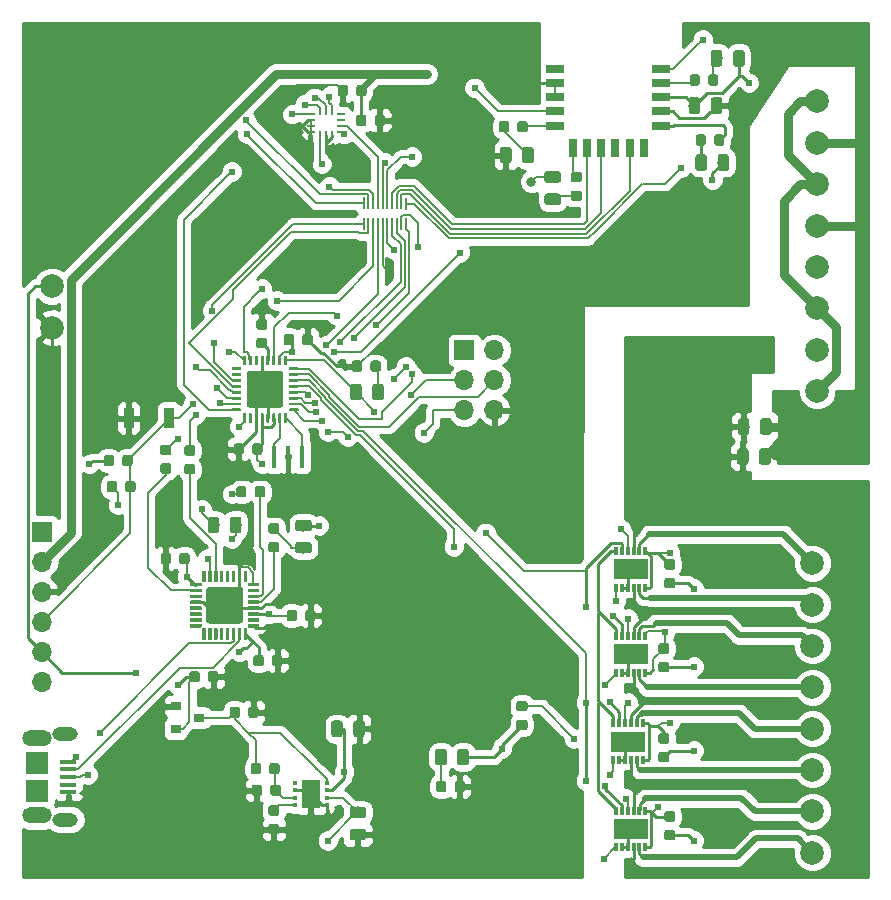
<source format=gbr>
G04 #@! TF.GenerationSoftware,KiCad,Pcbnew,(5.0.2)-1*
G04 #@! TF.CreationDate,2019-04-14T20:35:09-04:00*
G04 #@! TF.ProjectId,final_project,66696e61-6c5f-4707-926f-6a6563742e6b,rev?*
G04 #@! TF.SameCoordinates,Original*
G04 #@! TF.FileFunction,Copper,L1,Top*
G04 #@! TF.FilePolarity,Positive*
%FSLAX46Y46*%
G04 Gerber Fmt 4.6, Leading zero omitted, Abs format (unit mm)*
G04 Created by KiCad (PCBNEW (5.0.2)-1) date 4/14/2019 8:35:09 PM*
%MOMM*%
%LPD*%
G01*
G04 APERTURE LIST*
G04 #@! TA.AperFunction,SMDPad,CuDef*
%ADD10R,1.500000X0.700000*%
G04 #@! TD*
G04 #@! TA.AperFunction,SMDPad,CuDef*
%ADD11R,0.700000X1.500000*%
G04 #@! TD*
G04 #@! TA.AperFunction,SMDPad,CuDef*
%ADD12R,0.300000X0.650000*%
G04 #@! TD*
G04 #@! TA.AperFunction,SMDPad,CuDef*
%ADD13R,2.860000X1.700000*%
G04 #@! TD*
G04 #@! TA.AperFunction,Conductor*
%ADD14C,0.100000*%
G04 #@! TD*
G04 #@! TA.AperFunction,SMDPad,CuDef*
%ADD15C,0.975000*%
G04 #@! TD*
G04 #@! TA.AperFunction,SMDPad,CuDef*
%ADD16C,0.875000*%
G04 #@! TD*
G04 #@! TA.AperFunction,SMDPad,CuDef*
%ADD17R,1.350000X0.400000*%
G04 #@! TD*
G04 #@! TA.AperFunction,ComponentPad*
%ADD18O,2.160000X1.160000*%
G04 #@! TD*
G04 #@! TA.AperFunction,ComponentPad*
%ADD19O,2.520000X1.320000*%
G04 #@! TD*
G04 #@! TA.AperFunction,SMDPad,CuDef*
%ADD20R,1.900000X1.900000*%
G04 #@! TD*
G04 #@! TA.AperFunction,ComponentPad*
%ADD21R,1.700000X1.700000*%
G04 #@! TD*
G04 #@! TA.AperFunction,ComponentPad*
%ADD22O,1.700000X1.700000*%
G04 #@! TD*
G04 #@! TA.AperFunction,SMDPad,CuDef*
%ADD23R,0.900000X1.700000*%
G04 #@! TD*
G04 #@! TA.AperFunction,SMDPad,CuDef*
%ADD24C,3.100000*%
G04 #@! TD*
G04 #@! TA.AperFunction,SMDPad,CuDef*
%ADD25C,0.300000*%
G04 #@! TD*
G04 #@! TA.AperFunction,ComponentPad*
%ADD26C,0.609600*%
G04 #@! TD*
G04 #@! TA.AperFunction,SMDPad,CuDef*
%ADD27R,0.900000X0.800000*%
G04 #@! TD*
G04 #@! TA.AperFunction,SMDPad,CuDef*
%ADD28R,0.400000X0.300000*%
G04 #@! TD*
G04 #@! TA.AperFunction,SMDPad,CuDef*
%ADD29R,1.650000X2.400000*%
G04 #@! TD*
G04 #@! TA.AperFunction,SMDPad,CuDef*
%ADD30C,0.250000*%
G04 #@! TD*
G04 #@! TA.AperFunction,SMDPad,CuDef*
%ADD31R,0.250000X0.675000*%
G04 #@! TD*
G04 #@! TA.AperFunction,SMDPad,CuDef*
%ADD32R,0.675000X0.250000*%
G04 #@! TD*
G04 #@! TA.AperFunction,SMDPad,CuDef*
%ADD33R,0.200000X1.100000*%
G04 #@! TD*
G04 #@! TA.AperFunction,SMDPad,CuDef*
%ADD34R,0.200000X1.000000*%
G04 #@! TD*
G04 #@! TA.AperFunction,ComponentPad*
%ADD35C,2.000000*%
G04 #@! TD*
G04 #@! TA.AperFunction,SMDPad,CuDef*
%ADD36R,0.400000X1.900000*%
G04 #@! TD*
G04 #@! TA.AperFunction,ViaPad*
%ADD37C,0.609600*%
G04 #@! TD*
G04 #@! TA.AperFunction,ViaPad*
%ADD38C,0.800000*%
G04 #@! TD*
G04 #@! TA.AperFunction,ViaPad*
%ADD39C,1.016000*%
G04 #@! TD*
G04 #@! TA.AperFunction,Conductor*
%ADD40C,0.254000*%
G04 #@! TD*
G04 #@! TA.AperFunction,Conductor*
%ADD41C,0.203200*%
G04 #@! TD*
G04 #@! TA.AperFunction,Conductor*
%ADD42C,0.152400*%
G04 #@! TD*
G04 #@! TA.AperFunction,Conductor*
%ADD43C,0.762000*%
G04 #@! TD*
G04 #@! TA.AperFunction,Conductor*
%ADD44C,0.508000*%
G04 #@! TD*
G04 APERTURE END LIST*
D10*
G04 #@! TO.P,U5,5*
G04 #@! TO.N,/RF_Active*
X169612000Y-71044000D03*
G04 #@! TO.P,U5,4*
G04 #@! TO.N,/D7*
X169612000Y-69844000D03*
G04 #@! TO.P,U5,3*
G04 #@! TO.N,GND*
X169612000Y-68644000D03*
G04 #@! TO.P,U5,2*
X169612000Y-67444000D03*
G04 #@! TO.P,U5,1*
G04 #@! TO.N,Net-(U5-Pad1)*
X169612000Y-66244000D03*
D11*
G04 #@! TO.P,U5,6*
G04 #@! TO.N,/LowBatt*
X171112000Y-72944000D03*
D10*
G04 #@! TO.P,U5,16*
G04 #@! TO.N,/logic1_3*
X178612000Y-66244000D03*
G04 #@! TO.P,U5,15*
G04 #@! TO.N,/ArduinoTransmit*
X178612000Y-67444000D03*
G04 #@! TO.P,U5,14*
G04 #@! TO.N,+3V3*
X178612000Y-68644000D03*
G04 #@! TO.P,U5,13*
G04 #@! TO.N,GND*
X178612000Y-69844000D03*
G04 #@! TO.P,U5,12*
G04 #@! TO.N,/PowerOn*
X178612000Y-71044000D03*
D11*
G04 #@! TO.P,U5,7*
G04 #@! TO.N,/logic4_3*
X172312000Y-72944000D03*
G04 #@! TO.P,U5,8*
G04 #@! TO.N,/logic3_3*
X173512000Y-72944000D03*
G04 #@! TO.P,U5,11*
G04 #@! TO.N,Net-(U5-Pad11)*
X177112000Y-72944000D03*
G04 #@! TO.P,U5,9*
G04 #@! TO.N,Net-(U5-Pad9)*
X174712000Y-72944000D03*
G04 #@! TO.P,U5,10*
G04 #@! TO.N,/logic2_3*
X175912000Y-72944000D03*
G04 #@! TD*
D12*
G04 #@! TO.P,U8,7*
G04 #@! TO.N,/A6*
X174550000Y-124750000D03*
G04 #@! TO.P,U8,6*
G04 #@! TO.N,/A5*
X174550000Y-121650000D03*
D13*
G04 #@! TO.P,U8,13*
G04 #@! TO.N,GND*
X175800000Y-123200000D03*
D12*
G04 #@! TO.P,U8,12*
G04 #@! TO.N,Net-(R13-Pad1)*
X177050000Y-124750000D03*
G04 #@! TO.P,U8,11*
G04 #@! TO.N,/motor3b*
X176550000Y-124750000D03*
G04 #@! TO.P,U8,10*
G04 #@! TO.N,+BATT*
X176050000Y-124750000D03*
G04 #@! TO.P,U8,9*
G04 #@! TO.N,GND*
X175550000Y-124750000D03*
G04 #@! TO.P,U8,8*
X175050000Y-124750000D03*
G04 #@! TO.P,U8,5*
G04 #@! TO.N,/D10*
X175050000Y-121650000D03*
G04 #@! TO.P,U8,4*
G04 #@! TO.N,Net-(R13-Pad1)*
X175550000Y-121650000D03*
G04 #@! TO.P,U8,3*
G04 #@! TO.N,+BATT*
X176050000Y-121650000D03*
G04 #@! TO.P,U8,2*
G04 #@! TO.N,/motor3a*
X176550000Y-121650000D03*
G04 #@! TO.P,U8,1*
G04 #@! TO.N,Net-(R13-Pad1)*
X177050000Y-121650000D03*
G04 #@! TD*
D14*
G04 #@! TO.N,GND*
G04 #@! TO.C,C13*
G36*
X183551642Y-68643174D02*
X183575303Y-68646684D01*
X183598507Y-68652496D01*
X183621029Y-68660554D01*
X183642653Y-68670782D01*
X183663170Y-68683079D01*
X183682383Y-68697329D01*
X183700107Y-68713393D01*
X183716171Y-68731117D01*
X183730421Y-68750330D01*
X183742718Y-68770847D01*
X183752946Y-68792471D01*
X183761004Y-68814993D01*
X183766816Y-68838197D01*
X183770326Y-68861858D01*
X183771500Y-68885750D01*
X183771500Y-69798250D01*
X183770326Y-69822142D01*
X183766816Y-69845803D01*
X183761004Y-69869007D01*
X183752946Y-69891529D01*
X183742718Y-69913153D01*
X183730421Y-69933670D01*
X183716171Y-69952883D01*
X183700107Y-69970607D01*
X183682383Y-69986671D01*
X183663170Y-70000921D01*
X183642653Y-70013218D01*
X183621029Y-70023446D01*
X183598507Y-70031504D01*
X183575303Y-70037316D01*
X183551642Y-70040826D01*
X183527750Y-70042000D01*
X183040250Y-70042000D01*
X183016358Y-70040826D01*
X182992697Y-70037316D01*
X182969493Y-70031504D01*
X182946971Y-70023446D01*
X182925347Y-70013218D01*
X182904830Y-70000921D01*
X182885617Y-69986671D01*
X182867893Y-69970607D01*
X182851829Y-69952883D01*
X182837579Y-69933670D01*
X182825282Y-69913153D01*
X182815054Y-69891529D01*
X182806996Y-69869007D01*
X182801184Y-69845803D01*
X182797674Y-69822142D01*
X182796500Y-69798250D01*
X182796500Y-68885750D01*
X182797674Y-68861858D01*
X182801184Y-68838197D01*
X182806996Y-68814993D01*
X182815054Y-68792471D01*
X182825282Y-68770847D01*
X182837579Y-68750330D01*
X182851829Y-68731117D01*
X182867893Y-68713393D01*
X182885617Y-68697329D01*
X182904830Y-68683079D01*
X182925347Y-68670782D01*
X182946971Y-68660554D01*
X182969493Y-68652496D01*
X182992697Y-68646684D01*
X183016358Y-68643174D01*
X183040250Y-68642000D01*
X183527750Y-68642000D01*
X183551642Y-68643174D01*
X183551642Y-68643174D01*
G37*
D15*
G04 #@! TD*
G04 #@! TO.P,C13,2*
G04 #@! TO.N,GND*
X183284000Y-69342000D03*
D14*
G04 #@! TO.N,+3V3*
G04 #@! TO.C,C13*
G36*
X181676642Y-68643174D02*
X181700303Y-68646684D01*
X181723507Y-68652496D01*
X181746029Y-68660554D01*
X181767653Y-68670782D01*
X181788170Y-68683079D01*
X181807383Y-68697329D01*
X181825107Y-68713393D01*
X181841171Y-68731117D01*
X181855421Y-68750330D01*
X181867718Y-68770847D01*
X181877946Y-68792471D01*
X181886004Y-68814993D01*
X181891816Y-68838197D01*
X181895326Y-68861858D01*
X181896500Y-68885750D01*
X181896500Y-69798250D01*
X181895326Y-69822142D01*
X181891816Y-69845803D01*
X181886004Y-69869007D01*
X181877946Y-69891529D01*
X181867718Y-69913153D01*
X181855421Y-69933670D01*
X181841171Y-69952883D01*
X181825107Y-69970607D01*
X181807383Y-69986671D01*
X181788170Y-70000921D01*
X181767653Y-70013218D01*
X181746029Y-70023446D01*
X181723507Y-70031504D01*
X181700303Y-70037316D01*
X181676642Y-70040826D01*
X181652750Y-70042000D01*
X181165250Y-70042000D01*
X181141358Y-70040826D01*
X181117697Y-70037316D01*
X181094493Y-70031504D01*
X181071971Y-70023446D01*
X181050347Y-70013218D01*
X181029830Y-70000921D01*
X181010617Y-69986671D01*
X180992893Y-69970607D01*
X180976829Y-69952883D01*
X180962579Y-69933670D01*
X180950282Y-69913153D01*
X180940054Y-69891529D01*
X180931996Y-69869007D01*
X180926184Y-69845803D01*
X180922674Y-69822142D01*
X180921500Y-69798250D01*
X180921500Y-68885750D01*
X180922674Y-68861858D01*
X180926184Y-68838197D01*
X180931996Y-68814993D01*
X180940054Y-68792471D01*
X180950282Y-68770847D01*
X180962579Y-68750330D01*
X180976829Y-68731117D01*
X180992893Y-68713393D01*
X181010617Y-68697329D01*
X181029830Y-68683079D01*
X181050347Y-68670782D01*
X181071971Y-68660554D01*
X181094493Y-68652496D01*
X181117697Y-68646684D01*
X181141358Y-68643174D01*
X181165250Y-68642000D01*
X181652750Y-68642000D01*
X181676642Y-68643174D01*
X181676642Y-68643174D01*
G37*
D15*
G04 #@! TD*
G04 #@! TO.P,C13,1*
G04 #@! TO.N,+3V3*
X181409000Y-69342000D03*
D14*
G04 #@! TO.N,GND*
G04 #@! TO.C,C1*
G36*
X136892191Y-107222053D02*
X136913426Y-107225203D01*
X136934250Y-107230419D01*
X136954462Y-107237651D01*
X136973868Y-107246830D01*
X136992281Y-107257866D01*
X137009524Y-107270654D01*
X137025430Y-107285070D01*
X137039846Y-107300976D01*
X137052634Y-107318219D01*
X137063670Y-107336632D01*
X137072849Y-107356038D01*
X137080081Y-107376250D01*
X137085297Y-107397074D01*
X137088447Y-107418309D01*
X137089500Y-107439750D01*
X137089500Y-107952250D01*
X137088447Y-107973691D01*
X137085297Y-107994926D01*
X137080081Y-108015750D01*
X137072849Y-108035962D01*
X137063670Y-108055368D01*
X137052634Y-108073781D01*
X137039846Y-108091024D01*
X137025430Y-108106930D01*
X137009524Y-108121346D01*
X136992281Y-108134134D01*
X136973868Y-108145170D01*
X136954462Y-108154349D01*
X136934250Y-108161581D01*
X136913426Y-108166797D01*
X136892191Y-108169947D01*
X136870750Y-108171000D01*
X136433250Y-108171000D01*
X136411809Y-108169947D01*
X136390574Y-108166797D01*
X136369750Y-108161581D01*
X136349538Y-108154349D01*
X136330132Y-108145170D01*
X136311719Y-108134134D01*
X136294476Y-108121346D01*
X136278570Y-108106930D01*
X136264154Y-108091024D01*
X136251366Y-108073781D01*
X136240330Y-108055368D01*
X136231151Y-108035962D01*
X136223919Y-108015750D01*
X136218703Y-107994926D01*
X136215553Y-107973691D01*
X136214500Y-107952250D01*
X136214500Y-107439750D01*
X136215553Y-107418309D01*
X136218703Y-107397074D01*
X136223919Y-107376250D01*
X136231151Y-107356038D01*
X136240330Y-107336632D01*
X136251366Y-107318219D01*
X136264154Y-107300976D01*
X136278570Y-107285070D01*
X136294476Y-107270654D01*
X136311719Y-107257866D01*
X136330132Y-107246830D01*
X136349538Y-107237651D01*
X136369750Y-107230419D01*
X136390574Y-107225203D01*
X136411809Y-107222053D01*
X136433250Y-107221000D01*
X136870750Y-107221000D01*
X136892191Y-107222053D01*
X136892191Y-107222053D01*
G37*
D16*
G04 #@! TD*
G04 #@! TO.P,C1,1*
G04 #@! TO.N,GND*
X136652000Y-107696000D03*
D14*
G04 #@! TO.N,+5V*
G04 #@! TO.C,C1*
G36*
X138467191Y-107222053D02*
X138488426Y-107225203D01*
X138509250Y-107230419D01*
X138529462Y-107237651D01*
X138548868Y-107246830D01*
X138567281Y-107257866D01*
X138584524Y-107270654D01*
X138600430Y-107285070D01*
X138614846Y-107300976D01*
X138627634Y-107318219D01*
X138638670Y-107336632D01*
X138647849Y-107356038D01*
X138655081Y-107376250D01*
X138660297Y-107397074D01*
X138663447Y-107418309D01*
X138664500Y-107439750D01*
X138664500Y-107952250D01*
X138663447Y-107973691D01*
X138660297Y-107994926D01*
X138655081Y-108015750D01*
X138647849Y-108035962D01*
X138638670Y-108055368D01*
X138627634Y-108073781D01*
X138614846Y-108091024D01*
X138600430Y-108106930D01*
X138584524Y-108121346D01*
X138567281Y-108134134D01*
X138548868Y-108145170D01*
X138529462Y-108154349D01*
X138509250Y-108161581D01*
X138488426Y-108166797D01*
X138467191Y-108169947D01*
X138445750Y-108171000D01*
X138008250Y-108171000D01*
X137986809Y-108169947D01*
X137965574Y-108166797D01*
X137944750Y-108161581D01*
X137924538Y-108154349D01*
X137905132Y-108145170D01*
X137886719Y-108134134D01*
X137869476Y-108121346D01*
X137853570Y-108106930D01*
X137839154Y-108091024D01*
X137826366Y-108073781D01*
X137815330Y-108055368D01*
X137806151Y-108035962D01*
X137798919Y-108015750D01*
X137793703Y-107994926D01*
X137790553Y-107973691D01*
X137789500Y-107952250D01*
X137789500Y-107439750D01*
X137790553Y-107418309D01*
X137793703Y-107397074D01*
X137798919Y-107376250D01*
X137806151Y-107356038D01*
X137815330Y-107336632D01*
X137826366Y-107318219D01*
X137839154Y-107300976D01*
X137853570Y-107285070D01*
X137869476Y-107270654D01*
X137886719Y-107257866D01*
X137905132Y-107246830D01*
X137924538Y-107237651D01*
X137944750Y-107230419D01*
X137965574Y-107225203D01*
X137986809Y-107222053D01*
X138008250Y-107221000D01*
X138445750Y-107221000D01*
X138467191Y-107222053D01*
X138467191Y-107222053D01*
G37*
D16*
G04 #@! TD*
G04 #@! TO.P,C1,2*
G04 #@! TO.N,+5V*
X138227000Y-107696000D03*
D14*
G04 #@! TO.N,GND*
G04 #@! TO.C,C2*
G36*
X149135191Y-112048053D02*
X149156426Y-112051203D01*
X149177250Y-112056419D01*
X149197462Y-112063651D01*
X149216868Y-112072830D01*
X149235281Y-112083866D01*
X149252524Y-112096654D01*
X149268430Y-112111070D01*
X149282846Y-112126976D01*
X149295634Y-112144219D01*
X149306670Y-112162632D01*
X149315849Y-112182038D01*
X149323081Y-112202250D01*
X149328297Y-112223074D01*
X149331447Y-112244309D01*
X149332500Y-112265750D01*
X149332500Y-112778250D01*
X149331447Y-112799691D01*
X149328297Y-112820926D01*
X149323081Y-112841750D01*
X149315849Y-112861962D01*
X149306670Y-112881368D01*
X149295634Y-112899781D01*
X149282846Y-112917024D01*
X149268430Y-112932930D01*
X149252524Y-112947346D01*
X149235281Y-112960134D01*
X149216868Y-112971170D01*
X149197462Y-112980349D01*
X149177250Y-112987581D01*
X149156426Y-112992797D01*
X149135191Y-112995947D01*
X149113750Y-112997000D01*
X148676250Y-112997000D01*
X148654809Y-112995947D01*
X148633574Y-112992797D01*
X148612750Y-112987581D01*
X148592538Y-112980349D01*
X148573132Y-112971170D01*
X148554719Y-112960134D01*
X148537476Y-112947346D01*
X148521570Y-112932930D01*
X148507154Y-112917024D01*
X148494366Y-112899781D01*
X148483330Y-112881368D01*
X148474151Y-112861962D01*
X148466919Y-112841750D01*
X148461703Y-112820926D01*
X148458553Y-112799691D01*
X148457500Y-112778250D01*
X148457500Y-112265750D01*
X148458553Y-112244309D01*
X148461703Y-112223074D01*
X148466919Y-112202250D01*
X148474151Y-112182038D01*
X148483330Y-112162632D01*
X148494366Y-112144219D01*
X148507154Y-112126976D01*
X148521570Y-112111070D01*
X148537476Y-112096654D01*
X148554719Y-112083866D01*
X148573132Y-112072830D01*
X148592538Y-112063651D01*
X148612750Y-112056419D01*
X148633574Y-112051203D01*
X148654809Y-112048053D01*
X148676250Y-112047000D01*
X149113750Y-112047000D01*
X149135191Y-112048053D01*
X149135191Y-112048053D01*
G37*
D16*
G04 #@! TD*
G04 #@! TO.P,C2,1*
G04 #@! TO.N,GND*
X148895000Y-112522000D03*
D14*
G04 #@! TO.N,+5V*
G04 #@! TO.C,C2*
G36*
X147560191Y-112048053D02*
X147581426Y-112051203D01*
X147602250Y-112056419D01*
X147622462Y-112063651D01*
X147641868Y-112072830D01*
X147660281Y-112083866D01*
X147677524Y-112096654D01*
X147693430Y-112111070D01*
X147707846Y-112126976D01*
X147720634Y-112144219D01*
X147731670Y-112162632D01*
X147740849Y-112182038D01*
X147748081Y-112202250D01*
X147753297Y-112223074D01*
X147756447Y-112244309D01*
X147757500Y-112265750D01*
X147757500Y-112778250D01*
X147756447Y-112799691D01*
X147753297Y-112820926D01*
X147748081Y-112841750D01*
X147740849Y-112861962D01*
X147731670Y-112881368D01*
X147720634Y-112899781D01*
X147707846Y-112917024D01*
X147693430Y-112932930D01*
X147677524Y-112947346D01*
X147660281Y-112960134D01*
X147641868Y-112971170D01*
X147622462Y-112980349D01*
X147602250Y-112987581D01*
X147581426Y-112992797D01*
X147560191Y-112995947D01*
X147538750Y-112997000D01*
X147101250Y-112997000D01*
X147079809Y-112995947D01*
X147058574Y-112992797D01*
X147037750Y-112987581D01*
X147017538Y-112980349D01*
X146998132Y-112971170D01*
X146979719Y-112960134D01*
X146962476Y-112947346D01*
X146946570Y-112932930D01*
X146932154Y-112917024D01*
X146919366Y-112899781D01*
X146908330Y-112881368D01*
X146899151Y-112861962D01*
X146891919Y-112841750D01*
X146886703Y-112820926D01*
X146883553Y-112799691D01*
X146882500Y-112778250D01*
X146882500Y-112265750D01*
X146883553Y-112244309D01*
X146886703Y-112223074D01*
X146891919Y-112202250D01*
X146899151Y-112182038D01*
X146908330Y-112162632D01*
X146919366Y-112144219D01*
X146932154Y-112126976D01*
X146946570Y-112111070D01*
X146962476Y-112096654D01*
X146979719Y-112083866D01*
X146998132Y-112072830D01*
X147017538Y-112063651D01*
X147037750Y-112056419D01*
X147058574Y-112051203D01*
X147079809Y-112048053D01*
X147101250Y-112047000D01*
X147538750Y-112047000D01*
X147560191Y-112048053D01*
X147560191Y-112048053D01*
G37*
D16*
G04 #@! TD*
G04 #@! TO.P,C2,2*
G04 #@! TO.N,+5V*
X147320000Y-112522000D03*
D14*
G04 #@! TO.N,GND*
G04 #@! TO.C,C3*
G36*
X146315691Y-115858053D02*
X146336926Y-115861203D01*
X146357750Y-115866419D01*
X146377962Y-115873651D01*
X146397368Y-115882830D01*
X146415781Y-115893866D01*
X146433024Y-115906654D01*
X146448930Y-115921070D01*
X146463346Y-115936976D01*
X146476134Y-115954219D01*
X146487170Y-115972632D01*
X146496349Y-115992038D01*
X146503581Y-116012250D01*
X146508797Y-116033074D01*
X146511947Y-116054309D01*
X146513000Y-116075750D01*
X146513000Y-116588250D01*
X146511947Y-116609691D01*
X146508797Y-116630926D01*
X146503581Y-116651750D01*
X146496349Y-116671962D01*
X146487170Y-116691368D01*
X146476134Y-116709781D01*
X146463346Y-116727024D01*
X146448930Y-116742930D01*
X146433024Y-116757346D01*
X146415781Y-116770134D01*
X146397368Y-116781170D01*
X146377962Y-116790349D01*
X146357750Y-116797581D01*
X146336926Y-116802797D01*
X146315691Y-116805947D01*
X146294250Y-116807000D01*
X145856750Y-116807000D01*
X145835309Y-116805947D01*
X145814074Y-116802797D01*
X145793250Y-116797581D01*
X145773038Y-116790349D01*
X145753632Y-116781170D01*
X145735219Y-116770134D01*
X145717976Y-116757346D01*
X145702070Y-116742930D01*
X145687654Y-116727024D01*
X145674866Y-116709781D01*
X145663830Y-116691368D01*
X145654651Y-116671962D01*
X145647419Y-116651750D01*
X145642203Y-116630926D01*
X145639053Y-116609691D01*
X145638000Y-116588250D01*
X145638000Y-116075750D01*
X145639053Y-116054309D01*
X145642203Y-116033074D01*
X145647419Y-116012250D01*
X145654651Y-115992038D01*
X145663830Y-115972632D01*
X145674866Y-115954219D01*
X145687654Y-115936976D01*
X145702070Y-115921070D01*
X145717976Y-115906654D01*
X145735219Y-115893866D01*
X145753632Y-115882830D01*
X145773038Y-115873651D01*
X145793250Y-115866419D01*
X145814074Y-115861203D01*
X145835309Y-115858053D01*
X145856750Y-115857000D01*
X146294250Y-115857000D01*
X146315691Y-115858053D01*
X146315691Y-115858053D01*
G37*
D16*
G04 #@! TD*
G04 #@! TO.P,C3,2*
G04 #@! TO.N,GND*
X146075500Y-116332000D03*
D14*
G04 #@! TO.N,+3V3*
G04 #@! TO.C,C3*
G36*
X144740691Y-115858053D02*
X144761926Y-115861203D01*
X144782750Y-115866419D01*
X144802962Y-115873651D01*
X144822368Y-115882830D01*
X144840781Y-115893866D01*
X144858024Y-115906654D01*
X144873930Y-115921070D01*
X144888346Y-115936976D01*
X144901134Y-115954219D01*
X144912170Y-115972632D01*
X144921349Y-115992038D01*
X144928581Y-116012250D01*
X144933797Y-116033074D01*
X144936947Y-116054309D01*
X144938000Y-116075750D01*
X144938000Y-116588250D01*
X144936947Y-116609691D01*
X144933797Y-116630926D01*
X144928581Y-116651750D01*
X144921349Y-116671962D01*
X144912170Y-116691368D01*
X144901134Y-116709781D01*
X144888346Y-116727024D01*
X144873930Y-116742930D01*
X144858024Y-116757346D01*
X144840781Y-116770134D01*
X144822368Y-116781170D01*
X144802962Y-116790349D01*
X144782750Y-116797581D01*
X144761926Y-116802797D01*
X144740691Y-116805947D01*
X144719250Y-116807000D01*
X144281750Y-116807000D01*
X144260309Y-116805947D01*
X144239074Y-116802797D01*
X144218250Y-116797581D01*
X144198038Y-116790349D01*
X144178632Y-116781170D01*
X144160219Y-116770134D01*
X144142976Y-116757346D01*
X144127070Y-116742930D01*
X144112654Y-116727024D01*
X144099866Y-116709781D01*
X144088830Y-116691368D01*
X144079651Y-116671962D01*
X144072419Y-116651750D01*
X144067203Y-116630926D01*
X144064053Y-116609691D01*
X144063000Y-116588250D01*
X144063000Y-116075750D01*
X144064053Y-116054309D01*
X144067203Y-116033074D01*
X144072419Y-116012250D01*
X144079651Y-115992038D01*
X144088830Y-115972632D01*
X144099866Y-115954219D01*
X144112654Y-115936976D01*
X144127070Y-115921070D01*
X144142976Y-115906654D01*
X144160219Y-115893866D01*
X144178632Y-115882830D01*
X144198038Y-115873651D01*
X144218250Y-115866419D01*
X144239074Y-115861203D01*
X144260309Y-115858053D01*
X144281750Y-115857000D01*
X144719250Y-115857000D01*
X144740691Y-115858053D01*
X144740691Y-115858053D01*
G37*
D16*
G04 #@! TD*
G04 #@! TO.P,C3,1*
G04 #@! TO.N,+3V3*
X144500500Y-116332000D03*
D14*
G04 #@! TO.N,/VIN*
G04 #@! TO.C,C4*
G36*
X139328691Y-117234053D02*
X139349926Y-117237203D01*
X139370750Y-117242419D01*
X139390962Y-117249651D01*
X139410368Y-117258830D01*
X139428781Y-117269866D01*
X139446024Y-117282654D01*
X139461930Y-117297070D01*
X139476346Y-117312976D01*
X139489134Y-117330219D01*
X139500170Y-117348632D01*
X139509349Y-117368038D01*
X139516581Y-117388250D01*
X139521797Y-117409074D01*
X139524947Y-117430309D01*
X139526000Y-117451750D01*
X139526000Y-117964250D01*
X139524947Y-117985691D01*
X139521797Y-118006926D01*
X139516581Y-118027750D01*
X139509349Y-118047962D01*
X139500170Y-118067368D01*
X139489134Y-118085781D01*
X139476346Y-118103024D01*
X139461930Y-118118930D01*
X139446024Y-118133346D01*
X139428781Y-118146134D01*
X139410368Y-118157170D01*
X139390962Y-118166349D01*
X139370750Y-118173581D01*
X139349926Y-118178797D01*
X139328691Y-118181947D01*
X139307250Y-118183000D01*
X138869750Y-118183000D01*
X138848309Y-118181947D01*
X138827074Y-118178797D01*
X138806250Y-118173581D01*
X138786038Y-118166349D01*
X138766632Y-118157170D01*
X138748219Y-118146134D01*
X138730976Y-118133346D01*
X138715070Y-118118930D01*
X138700654Y-118103024D01*
X138687866Y-118085781D01*
X138676830Y-118067368D01*
X138667651Y-118047962D01*
X138660419Y-118027750D01*
X138655203Y-118006926D01*
X138652053Y-117985691D01*
X138651000Y-117964250D01*
X138651000Y-117451750D01*
X138652053Y-117430309D01*
X138655203Y-117409074D01*
X138660419Y-117388250D01*
X138667651Y-117368038D01*
X138676830Y-117348632D01*
X138687866Y-117330219D01*
X138700654Y-117312976D01*
X138715070Y-117297070D01*
X138730976Y-117282654D01*
X138748219Y-117269866D01*
X138766632Y-117258830D01*
X138786038Y-117249651D01*
X138806250Y-117242419D01*
X138827074Y-117237203D01*
X138848309Y-117234053D01*
X138869750Y-117233000D01*
X139307250Y-117233000D01*
X139328691Y-117234053D01*
X139328691Y-117234053D01*
G37*
D16*
G04 #@! TD*
G04 #@! TO.P,C4,1*
G04 #@! TO.N,/VIN*
X139088500Y-117708000D03*
D14*
G04 #@! TO.N,GND*
G04 #@! TO.C,C4*
G36*
X140903691Y-117234053D02*
X140924926Y-117237203D01*
X140945750Y-117242419D01*
X140965962Y-117249651D01*
X140985368Y-117258830D01*
X141003781Y-117269866D01*
X141021024Y-117282654D01*
X141036930Y-117297070D01*
X141051346Y-117312976D01*
X141064134Y-117330219D01*
X141075170Y-117348632D01*
X141084349Y-117368038D01*
X141091581Y-117388250D01*
X141096797Y-117409074D01*
X141099947Y-117430309D01*
X141101000Y-117451750D01*
X141101000Y-117964250D01*
X141099947Y-117985691D01*
X141096797Y-118006926D01*
X141091581Y-118027750D01*
X141084349Y-118047962D01*
X141075170Y-118067368D01*
X141064134Y-118085781D01*
X141051346Y-118103024D01*
X141036930Y-118118930D01*
X141021024Y-118133346D01*
X141003781Y-118146134D01*
X140985368Y-118157170D01*
X140965962Y-118166349D01*
X140945750Y-118173581D01*
X140924926Y-118178797D01*
X140903691Y-118181947D01*
X140882250Y-118183000D01*
X140444750Y-118183000D01*
X140423309Y-118181947D01*
X140402074Y-118178797D01*
X140381250Y-118173581D01*
X140361038Y-118166349D01*
X140341632Y-118157170D01*
X140323219Y-118146134D01*
X140305976Y-118133346D01*
X140290070Y-118118930D01*
X140275654Y-118103024D01*
X140262866Y-118085781D01*
X140251830Y-118067368D01*
X140242651Y-118047962D01*
X140235419Y-118027750D01*
X140230203Y-118006926D01*
X140227053Y-117985691D01*
X140226000Y-117964250D01*
X140226000Y-117451750D01*
X140227053Y-117430309D01*
X140230203Y-117409074D01*
X140235419Y-117388250D01*
X140242651Y-117368038D01*
X140251830Y-117348632D01*
X140262866Y-117330219D01*
X140275654Y-117312976D01*
X140290070Y-117297070D01*
X140305976Y-117282654D01*
X140323219Y-117269866D01*
X140341632Y-117258830D01*
X140361038Y-117249651D01*
X140381250Y-117242419D01*
X140402074Y-117237203D01*
X140423309Y-117234053D01*
X140444750Y-117233000D01*
X140882250Y-117233000D01*
X140903691Y-117234053D01*
X140903691Y-117234053D01*
G37*
D16*
G04 #@! TD*
G04 #@! TO.P,C4,2*
G04 #@! TO.N,GND*
X140663500Y-117708000D03*
D14*
G04 #@! TO.N,Net-(C5-Pad1)*
G04 #@! TO.C,C5*
G36*
X142728691Y-120234053D02*
X142749926Y-120237203D01*
X142770750Y-120242419D01*
X142790962Y-120249651D01*
X142810368Y-120258830D01*
X142828781Y-120269866D01*
X142846024Y-120282654D01*
X142861930Y-120297070D01*
X142876346Y-120312976D01*
X142889134Y-120330219D01*
X142900170Y-120348632D01*
X142909349Y-120368038D01*
X142916581Y-120388250D01*
X142921797Y-120409074D01*
X142924947Y-120430309D01*
X142926000Y-120451750D01*
X142926000Y-120964250D01*
X142924947Y-120985691D01*
X142921797Y-121006926D01*
X142916581Y-121027750D01*
X142909349Y-121047962D01*
X142900170Y-121067368D01*
X142889134Y-121085781D01*
X142876346Y-121103024D01*
X142861930Y-121118930D01*
X142846024Y-121133346D01*
X142828781Y-121146134D01*
X142810368Y-121157170D01*
X142790962Y-121166349D01*
X142770750Y-121173581D01*
X142749926Y-121178797D01*
X142728691Y-121181947D01*
X142707250Y-121183000D01*
X142269750Y-121183000D01*
X142248309Y-121181947D01*
X142227074Y-121178797D01*
X142206250Y-121173581D01*
X142186038Y-121166349D01*
X142166632Y-121157170D01*
X142148219Y-121146134D01*
X142130976Y-121133346D01*
X142115070Y-121118930D01*
X142100654Y-121103024D01*
X142087866Y-121085781D01*
X142076830Y-121067368D01*
X142067651Y-121047962D01*
X142060419Y-121027750D01*
X142055203Y-121006926D01*
X142052053Y-120985691D01*
X142051000Y-120964250D01*
X142051000Y-120451750D01*
X142052053Y-120430309D01*
X142055203Y-120409074D01*
X142060419Y-120388250D01*
X142067651Y-120368038D01*
X142076830Y-120348632D01*
X142087866Y-120330219D01*
X142100654Y-120312976D01*
X142115070Y-120297070D01*
X142130976Y-120282654D01*
X142148219Y-120269866D01*
X142166632Y-120258830D01*
X142186038Y-120249651D01*
X142206250Y-120242419D01*
X142227074Y-120237203D01*
X142248309Y-120234053D01*
X142269750Y-120233000D01*
X142707250Y-120233000D01*
X142728691Y-120234053D01*
X142728691Y-120234053D01*
G37*
D16*
G04 #@! TD*
G04 #@! TO.P,C5,1*
G04 #@! TO.N,Net-(C5-Pad1)*
X142488500Y-120708000D03*
D14*
G04 #@! TO.N,GND*
G04 #@! TO.C,C5*
G36*
X144303691Y-120234053D02*
X144324926Y-120237203D01*
X144345750Y-120242419D01*
X144365962Y-120249651D01*
X144385368Y-120258830D01*
X144403781Y-120269866D01*
X144421024Y-120282654D01*
X144436930Y-120297070D01*
X144451346Y-120312976D01*
X144464134Y-120330219D01*
X144475170Y-120348632D01*
X144484349Y-120368038D01*
X144491581Y-120388250D01*
X144496797Y-120409074D01*
X144499947Y-120430309D01*
X144501000Y-120451750D01*
X144501000Y-120964250D01*
X144499947Y-120985691D01*
X144496797Y-121006926D01*
X144491581Y-121027750D01*
X144484349Y-121047962D01*
X144475170Y-121067368D01*
X144464134Y-121085781D01*
X144451346Y-121103024D01*
X144436930Y-121118930D01*
X144421024Y-121133346D01*
X144403781Y-121146134D01*
X144385368Y-121157170D01*
X144365962Y-121166349D01*
X144345750Y-121173581D01*
X144324926Y-121178797D01*
X144303691Y-121181947D01*
X144282250Y-121183000D01*
X143844750Y-121183000D01*
X143823309Y-121181947D01*
X143802074Y-121178797D01*
X143781250Y-121173581D01*
X143761038Y-121166349D01*
X143741632Y-121157170D01*
X143723219Y-121146134D01*
X143705976Y-121133346D01*
X143690070Y-121118930D01*
X143675654Y-121103024D01*
X143662866Y-121085781D01*
X143651830Y-121067368D01*
X143642651Y-121047962D01*
X143635419Y-121027750D01*
X143630203Y-121006926D01*
X143627053Y-120985691D01*
X143626000Y-120964250D01*
X143626000Y-120451750D01*
X143627053Y-120430309D01*
X143630203Y-120409074D01*
X143635419Y-120388250D01*
X143642651Y-120368038D01*
X143651830Y-120348632D01*
X143662866Y-120330219D01*
X143675654Y-120312976D01*
X143690070Y-120297070D01*
X143705976Y-120282654D01*
X143723219Y-120269866D01*
X143741632Y-120258830D01*
X143761038Y-120249651D01*
X143781250Y-120242419D01*
X143802074Y-120237203D01*
X143823309Y-120234053D01*
X143844750Y-120233000D01*
X144282250Y-120233000D01*
X144303691Y-120234053D01*
X144303691Y-120234053D01*
G37*
D16*
G04 #@! TD*
G04 #@! TO.P,C5,2*
G04 #@! TO.N,GND*
X144063500Y-120708000D03*
D14*
G04 #@! TO.N,Net-(C6-Pad1)*
G04 #@! TO.C,C6*
G36*
X132320191Y-101126053D02*
X132341426Y-101129203D01*
X132362250Y-101134419D01*
X132382462Y-101141651D01*
X132401868Y-101150830D01*
X132420281Y-101161866D01*
X132437524Y-101174654D01*
X132453430Y-101189070D01*
X132467846Y-101204976D01*
X132480634Y-101222219D01*
X132491670Y-101240632D01*
X132500849Y-101260038D01*
X132508081Y-101280250D01*
X132513297Y-101301074D01*
X132516447Y-101322309D01*
X132517500Y-101343750D01*
X132517500Y-101856250D01*
X132516447Y-101877691D01*
X132513297Y-101898926D01*
X132508081Y-101919750D01*
X132500849Y-101939962D01*
X132491670Y-101959368D01*
X132480634Y-101977781D01*
X132467846Y-101995024D01*
X132453430Y-102010930D01*
X132437524Y-102025346D01*
X132420281Y-102038134D01*
X132401868Y-102049170D01*
X132382462Y-102058349D01*
X132362250Y-102065581D01*
X132341426Y-102070797D01*
X132320191Y-102073947D01*
X132298750Y-102075000D01*
X131861250Y-102075000D01*
X131839809Y-102073947D01*
X131818574Y-102070797D01*
X131797750Y-102065581D01*
X131777538Y-102058349D01*
X131758132Y-102049170D01*
X131739719Y-102038134D01*
X131722476Y-102025346D01*
X131706570Y-102010930D01*
X131692154Y-101995024D01*
X131679366Y-101977781D01*
X131668330Y-101959368D01*
X131659151Y-101939962D01*
X131651919Y-101919750D01*
X131646703Y-101898926D01*
X131643553Y-101877691D01*
X131642500Y-101856250D01*
X131642500Y-101343750D01*
X131643553Y-101322309D01*
X131646703Y-101301074D01*
X131651919Y-101280250D01*
X131659151Y-101260038D01*
X131668330Y-101240632D01*
X131679366Y-101222219D01*
X131692154Y-101204976D01*
X131706570Y-101189070D01*
X131722476Y-101174654D01*
X131739719Y-101161866D01*
X131758132Y-101150830D01*
X131777538Y-101141651D01*
X131797750Y-101134419D01*
X131818574Y-101129203D01*
X131839809Y-101126053D01*
X131861250Y-101125000D01*
X132298750Y-101125000D01*
X132320191Y-101126053D01*
X132320191Y-101126053D01*
G37*
D16*
G04 #@! TD*
G04 #@! TO.P,C6,1*
G04 #@! TO.N,Net-(C6-Pad1)*
X132080000Y-101600000D03*
D14*
G04 #@! TO.N,/RESET*
G04 #@! TO.C,C6*
G36*
X133895191Y-101126053D02*
X133916426Y-101129203D01*
X133937250Y-101134419D01*
X133957462Y-101141651D01*
X133976868Y-101150830D01*
X133995281Y-101161866D01*
X134012524Y-101174654D01*
X134028430Y-101189070D01*
X134042846Y-101204976D01*
X134055634Y-101222219D01*
X134066670Y-101240632D01*
X134075849Y-101260038D01*
X134083081Y-101280250D01*
X134088297Y-101301074D01*
X134091447Y-101322309D01*
X134092500Y-101343750D01*
X134092500Y-101856250D01*
X134091447Y-101877691D01*
X134088297Y-101898926D01*
X134083081Y-101919750D01*
X134075849Y-101939962D01*
X134066670Y-101959368D01*
X134055634Y-101977781D01*
X134042846Y-101995024D01*
X134028430Y-102010930D01*
X134012524Y-102025346D01*
X133995281Y-102038134D01*
X133976868Y-102049170D01*
X133957462Y-102058349D01*
X133937250Y-102065581D01*
X133916426Y-102070797D01*
X133895191Y-102073947D01*
X133873750Y-102075000D01*
X133436250Y-102075000D01*
X133414809Y-102073947D01*
X133393574Y-102070797D01*
X133372750Y-102065581D01*
X133352538Y-102058349D01*
X133333132Y-102049170D01*
X133314719Y-102038134D01*
X133297476Y-102025346D01*
X133281570Y-102010930D01*
X133267154Y-101995024D01*
X133254366Y-101977781D01*
X133243330Y-101959368D01*
X133234151Y-101939962D01*
X133226919Y-101919750D01*
X133221703Y-101898926D01*
X133218553Y-101877691D01*
X133217500Y-101856250D01*
X133217500Y-101343750D01*
X133218553Y-101322309D01*
X133221703Y-101301074D01*
X133226919Y-101280250D01*
X133234151Y-101260038D01*
X133243330Y-101240632D01*
X133254366Y-101222219D01*
X133267154Y-101204976D01*
X133281570Y-101189070D01*
X133297476Y-101174654D01*
X133314719Y-101161866D01*
X133333132Y-101150830D01*
X133352538Y-101141651D01*
X133372750Y-101134419D01*
X133393574Y-101129203D01*
X133414809Y-101126053D01*
X133436250Y-101125000D01*
X133873750Y-101125000D01*
X133895191Y-101126053D01*
X133895191Y-101126053D01*
G37*
D16*
G04 #@! TD*
G04 #@! TO.P,C6,2*
G04 #@! TO.N,/RESET*
X133655000Y-101600000D03*
D14*
G04 #@! TO.N,GND*
G04 #@! TO.C,C7*
G36*
X153388142Y-130577674D02*
X153411803Y-130581184D01*
X153435007Y-130586996D01*
X153457529Y-130595054D01*
X153479153Y-130605282D01*
X153499670Y-130617579D01*
X153518883Y-130631829D01*
X153536607Y-130647893D01*
X153552671Y-130665617D01*
X153566921Y-130684830D01*
X153579218Y-130705347D01*
X153589446Y-130726971D01*
X153597504Y-130749493D01*
X153603316Y-130772697D01*
X153606826Y-130796358D01*
X153608000Y-130820250D01*
X153608000Y-131307750D01*
X153606826Y-131331642D01*
X153603316Y-131355303D01*
X153597504Y-131378507D01*
X153589446Y-131401029D01*
X153579218Y-131422653D01*
X153566921Y-131443170D01*
X153552671Y-131462383D01*
X153536607Y-131480107D01*
X153518883Y-131496171D01*
X153499670Y-131510421D01*
X153479153Y-131522718D01*
X153457529Y-131532946D01*
X153435007Y-131541004D01*
X153411803Y-131546816D01*
X153388142Y-131550326D01*
X153364250Y-131551500D01*
X152451750Y-131551500D01*
X152427858Y-131550326D01*
X152404197Y-131546816D01*
X152380993Y-131541004D01*
X152358471Y-131532946D01*
X152336847Y-131522718D01*
X152316330Y-131510421D01*
X152297117Y-131496171D01*
X152279393Y-131480107D01*
X152263329Y-131462383D01*
X152249079Y-131443170D01*
X152236782Y-131422653D01*
X152226554Y-131401029D01*
X152218496Y-131378507D01*
X152212684Y-131355303D01*
X152209174Y-131331642D01*
X152208000Y-131307750D01*
X152208000Y-130820250D01*
X152209174Y-130796358D01*
X152212684Y-130772697D01*
X152218496Y-130749493D01*
X152226554Y-130726971D01*
X152236782Y-130705347D01*
X152249079Y-130684830D01*
X152263329Y-130665617D01*
X152279393Y-130647893D01*
X152297117Y-130631829D01*
X152316330Y-130617579D01*
X152336847Y-130605282D01*
X152358471Y-130595054D01*
X152380993Y-130586996D01*
X152404197Y-130581184D01*
X152427858Y-130577674D01*
X152451750Y-130576500D01*
X153364250Y-130576500D01*
X153388142Y-130577674D01*
X153388142Y-130577674D01*
G37*
D15*
G04 #@! TD*
G04 #@! TO.P,C7,2*
G04 #@! TO.N,GND*
X152908000Y-131064000D03*
D14*
G04 #@! TO.N,Net-(C7-Pad1)*
G04 #@! TO.C,C7*
G36*
X153388142Y-128702674D02*
X153411803Y-128706184D01*
X153435007Y-128711996D01*
X153457529Y-128720054D01*
X153479153Y-128730282D01*
X153499670Y-128742579D01*
X153518883Y-128756829D01*
X153536607Y-128772893D01*
X153552671Y-128790617D01*
X153566921Y-128809830D01*
X153579218Y-128830347D01*
X153589446Y-128851971D01*
X153597504Y-128874493D01*
X153603316Y-128897697D01*
X153606826Y-128921358D01*
X153608000Y-128945250D01*
X153608000Y-129432750D01*
X153606826Y-129456642D01*
X153603316Y-129480303D01*
X153597504Y-129503507D01*
X153589446Y-129526029D01*
X153579218Y-129547653D01*
X153566921Y-129568170D01*
X153552671Y-129587383D01*
X153536607Y-129605107D01*
X153518883Y-129621171D01*
X153499670Y-129635421D01*
X153479153Y-129647718D01*
X153457529Y-129657946D01*
X153435007Y-129666004D01*
X153411803Y-129671816D01*
X153388142Y-129675326D01*
X153364250Y-129676500D01*
X152451750Y-129676500D01*
X152427858Y-129675326D01*
X152404197Y-129671816D01*
X152380993Y-129666004D01*
X152358471Y-129657946D01*
X152336847Y-129647718D01*
X152316330Y-129635421D01*
X152297117Y-129621171D01*
X152279393Y-129605107D01*
X152263329Y-129587383D01*
X152249079Y-129568170D01*
X152236782Y-129547653D01*
X152226554Y-129526029D01*
X152218496Y-129503507D01*
X152212684Y-129480303D01*
X152209174Y-129456642D01*
X152208000Y-129432750D01*
X152208000Y-128945250D01*
X152209174Y-128921358D01*
X152212684Y-128897697D01*
X152218496Y-128874493D01*
X152226554Y-128851971D01*
X152236782Y-128830347D01*
X152249079Y-128809830D01*
X152263329Y-128790617D01*
X152279393Y-128772893D01*
X152297117Y-128756829D01*
X152316330Y-128742579D01*
X152336847Y-128730282D01*
X152358471Y-128720054D01*
X152380993Y-128711996D01*
X152404197Y-128706184D01*
X152427858Y-128702674D01*
X152451750Y-128701500D01*
X153364250Y-128701500D01*
X153388142Y-128702674D01*
X153388142Y-128702674D01*
G37*
D15*
G04 #@! TD*
G04 #@! TO.P,C7,1*
G04 #@! TO.N,Net-(C7-Pad1)*
X152908000Y-129189000D03*
D14*
G04 #@! TO.N,GND*
G04 #@! TO.C,C8*
G36*
X153281142Y-121409174D02*
X153304803Y-121412684D01*
X153328007Y-121418496D01*
X153350529Y-121426554D01*
X153372153Y-121436782D01*
X153392670Y-121449079D01*
X153411883Y-121463329D01*
X153429607Y-121479393D01*
X153445671Y-121497117D01*
X153459921Y-121516330D01*
X153472218Y-121536847D01*
X153482446Y-121558471D01*
X153490504Y-121580993D01*
X153496316Y-121604197D01*
X153499826Y-121627858D01*
X153501000Y-121651750D01*
X153501000Y-122564250D01*
X153499826Y-122588142D01*
X153496316Y-122611803D01*
X153490504Y-122635007D01*
X153482446Y-122657529D01*
X153472218Y-122679153D01*
X153459921Y-122699670D01*
X153445671Y-122718883D01*
X153429607Y-122736607D01*
X153411883Y-122752671D01*
X153392670Y-122766921D01*
X153372153Y-122779218D01*
X153350529Y-122789446D01*
X153328007Y-122797504D01*
X153304803Y-122803316D01*
X153281142Y-122806826D01*
X153257250Y-122808000D01*
X152769750Y-122808000D01*
X152745858Y-122806826D01*
X152722197Y-122803316D01*
X152698993Y-122797504D01*
X152676471Y-122789446D01*
X152654847Y-122779218D01*
X152634330Y-122766921D01*
X152615117Y-122752671D01*
X152597393Y-122736607D01*
X152581329Y-122718883D01*
X152567079Y-122699670D01*
X152554782Y-122679153D01*
X152544554Y-122657529D01*
X152536496Y-122635007D01*
X152530684Y-122611803D01*
X152527174Y-122588142D01*
X152526000Y-122564250D01*
X152526000Y-121651750D01*
X152527174Y-121627858D01*
X152530684Y-121604197D01*
X152536496Y-121580993D01*
X152544554Y-121558471D01*
X152554782Y-121536847D01*
X152567079Y-121516330D01*
X152581329Y-121497117D01*
X152597393Y-121479393D01*
X152615117Y-121463329D01*
X152634330Y-121449079D01*
X152654847Y-121436782D01*
X152676471Y-121426554D01*
X152698993Y-121418496D01*
X152722197Y-121412684D01*
X152745858Y-121409174D01*
X152769750Y-121408000D01*
X153257250Y-121408000D01*
X153281142Y-121409174D01*
X153281142Y-121409174D01*
G37*
D15*
G04 #@! TD*
G04 #@! TO.P,C8,2*
G04 #@! TO.N,GND*
X153013500Y-122108000D03*
D14*
G04 #@! TO.N,+5V*
G04 #@! TO.C,C8*
G36*
X151406142Y-121409174D02*
X151429803Y-121412684D01*
X151453007Y-121418496D01*
X151475529Y-121426554D01*
X151497153Y-121436782D01*
X151517670Y-121449079D01*
X151536883Y-121463329D01*
X151554607Y-121479393D01*
X151570671Y-121497117D01*
X151584921Y-121516330D01*
X151597218Y-121536847D01*
X151607446Y-121558471D01*
X151615504Y-121580993D01*
X151621316Y-121604197D01*
X151624826Y-121627858D01*
X151626000Y-121651750D01*
X151626000Y-122564250D01*
X151624826Y-122588142D01*
X151621316Y-122611803D01*
X151615504Y-122635007D01*
X151607446Y-122657529D01*
X151597218Y-122679153D01*
X151584921Y-122699670D01*
X151570671Y-122718883D01*
X151554607Y-122736607D01*
X151536883Y-122752671D01*
X151517670Y-122766921D01*
X151497153Y-122779218D01*
X151475529Y-122789446D01*
X151453007Y-122797504D01*
X151429803Y-122803316D01*
X151406142Y-122806826D01*
X151382250Y-122808000D01*
X150894750Y-122808000D01*
X150870858Y-122806826D01*
X150847197Y-122803316D01*
X150823993Y-122797504D01*
X150801471Y-122789446D01*
X150779847Y-122779218D01*
X150759330Y-122766921D01*
X150740117Y-122752671D01*
X150722393Y-122736607D01*
X150706329Y-122718883D01*
X150692079Y-122699670D01*
X150679782Y-122679153D01*
X150669554Y-122657529D01*
X150661496Y-122635007D01*
X150655684Y-122611803D01*
X150652174Y-122588142D01*
X150651000Y-122564250D01*
X150651000Y-121651750D01*
X150652174Y-121627858D01*
X150655684Y-121604197D01*
X150661496Y-121580993D01*
X150669554Y-121558471D01*
X150679782Y-121536847D01*
X150692079Y-121516330D01*
X150706329Y-121497117D01*
X150722393Y-121479393D01*
X150740117Y-121463329D01*
X150759330Y-121449079D01*
X150779847Y-121436782D01*
X150801471Y-121426554D01*
X150823993Y-121418496D01*
X150847197Y-121412684D01*
X150870858Y-121409174D01*
X150894750Y-121408000D01*
X151382250Y-121408000D01*
X151406142Y-121409174D01*
X151406142Y-121409174D01*
G37*
D15*
G04 #@! TD*
G04 #@! TO.P,C8,1*
G04 #@! TO.N,+5V*
X151138500Y-122108000D03*
D14*
G04 #@! TO.N,/AREF*
G04 #@! TO.C,C9*
G36*
X145057691Y-89022553D02*
X145078926Y-89025703D01*
X145099750Y-89030919D01*
X145119962Y-89038151D01*
X145139368Y-89047330D01*
X145157781Y-89058366D01*
X145175024Y-89071154D01*
X145190930Y-89085570D01*
X145205346Y-89101476D01*
X145218134Y-89118719D01*
X145229170Y-89137132D01*
X145238349Y-89156538D01*
X145245581Y-89176750D01*
X145250797Y-89197574D01*
X145253947Y-89218809D01*
X145255000Y-89240250D01*
X145255000Y-89677750D01*
X145253947Y-89699191D01*
X145250797Y-89720426D01*
X145245581Y-89741250D01*
X145238349Y-89761462D01*
X145229170Y-89780868D01*
X145218134Y-89799281D01*
X145205346Y-89816524D01*
X145190930Y-89832430D01*
X145175024Y-89846846D01*
X145157781Y-89859634D01*
X145139368Y-89870670D01*
X145119962Y-89879849D01*
X145099750Y-89887081D01*
X145078926Y-89892297D01*
X145057691Y-89895447D01*
X145036250Y-89896500D01*
X144523750Y-89896500D01*
X144502309Y-89895447D01*
X144481074Y-89892297D01*
X144460250Y-89887081D01*
X144440038Y-89879849D01*
X144420632Y-89870670D01*
X144402219Y-89859634D01*
X144384976Y-89846846D01*
X144369070Y-89832430D01*
X144354654Y-89816524D01*
X144341866Y-89799281D01*
X144330830Y-89780868D01*
X144321651Y-89761462D01*
X144314419Y-89741250D01*
X144309203Y-89720426D01*
X144306053Y-89699191D01*
X144305000Y-89677750D01*
X144305000Y-89240250D01*
X144306053Y-89218809D01*
X144309203Y-89197574D01*
X144314419Y-89176750D01*
X144321651Y-89156538D01*
X144330830Y-89137132D01*
X144341866Y-89118719D01*
X144354654Y-89101476D01*
X144369070Y-89085570D01*
X144384976Y-89071154D01*
X144402219Y-89058366D01*
X144420632Y-89047330D01*
X144440038Y-89038151D01*
X144460250Y-89030919D01*
X144481074Y-89025703D01*
X144502309Y-89022553D01*
X144523750Y-89021500D01*
X145036250Y-89021500D01*
X145057691Y-89022553D01*
X145057691Y-89022553D01*
G37*
D16*
G04 #@! TD*
G04 #@! TO.P,C9,2*
G04 #@! TO.N,/AREF*
X144780000Y-89459000D03*
D14*
G04 #@! TO.N,GND*
G04 #@! TO.C,C9*
G36*
X145057691Y-87447553D02*
X145078926Y-87450703D01*
X145099750Y-87455919D01*
X145119962Y-87463151D01*
X145139368Y-87472330D01*
X145157781Y-87483366D01*
X145175024Y-87496154D01*
X145190930Y-87510570D01*
X145205346Y-87526476D01*
X145218134Y-87543719D01*
X145229170Y-87562132D01*
X145238349Y-87581538D01*
X145245581Y-87601750D01*
X145250797Y-87622574D01*
X145253947Y-87643809D01*
X145255000Y-87665250D01*
X145255000Y-88102750D01*
X145253947Y-88124191D01*
X145250797Y-88145426D01*
X145245581Y-88166250D01*
X145238349Y-88186462D01*
X145229170Y-88205868D01*
X145218134Y-88224281D01*
X145205346Y-88241524D01*
X145190930Y-88257430D01*
X145175024Y-88271846D01*
X145157781Y-88284634D01*
X145139368Y-88295670D01*
X145119962Y-88304849D01*
X145099750Y-88312081D01*
X145078926Y-88317297D01*
X145057691Y-88320447D01*
X145036250Y-88321500D01*
X144523750Y-88321500D01*
X144502309Y-88320447D01*
X144481074Y-88317297D01*
X144460250Y-88312081D01*
X144440038Y-88304849D01*
X144420632Y-88295670D01*
X144402219Y-88284634D01*
X144384976Y-88271846D01*
X144369070Y-88257430D01*
X144354654Y-88241524D01*
X144341866Y-88224281D01*
X144330830Y-88205868D01*
X144321651Y-88186462D01*
X144314419Y-88166250D01*
X144309203Y-88145426D01*
X144306053Y-88124191D01*
X144305000Y-88102750D01*
X144305000Y-87665250D01*
X144306053Y-87643809D01*
X144309203Y-87622574D01*
X144314419Y-87601750D01*
X144321651Y-87581538D01*
X144330830Y-87562132D01*
X144341866Y-87543719D01*
X144354654Y-87526476D01*
X144369070Y-87510570D01*
X144384976Y-87496154D01*
X144402219Y-87483366D01*
X144420632Y-87472330D01*
X144440038Y-87463151D01*
X144460250Y-87455919D01*
X144481074Y-87450703D01*
X144502309Y-87447553D01*
X144523750Y-87446500D01*
X145036250Y-87446500D01*
X145057691Y-87447553D01*
X145057691Y-87447553D01*
G37*
D16*
G04 #@! TD*
G04 #@! TO.P,C9,1*
G04 #@! TO.N,GND*
X144780000Y-87884000D03*
D14*
G04 #@! TO.N,+5V*
G04 #@! TO.C,C10*
G36*
X147306191Y-88680053D02*
X147327426Y-88683203D01*
X147348250Y-88688419D01*
X147368462Y-88695651D01*
X147387868Y-88704830D01*
X147406281Y-88715866D01*
X147423524Y-88728654D01*
X147439430Y-88743070D01*
X147453846Y-88758976D01*
X147466634Y-88776219D01*
X147477670Y-88794632D01*
X147486849Y-88814038D01*
X147494081Y-88834250D01*
X147499297Y-88855074D01*
X147502447Y-88876309D01*
X147503500Y-88897750D01*
X147503500Y-89410250D01*
X147502447Y-89431691D01*
X147499297Y-89452926D01*
X147494081Y-89473750D01*
X147486849Y-89493962D01*
X147477670Y-89513368D01*
X147466634Y-89531781D01*
X147453846Y-89549024D01*
X147439430Y-89564930D01*
X147423524Y-89579346D01*
X147406281Y-89592134D01*
X147387868Y-89603170D01*
X147368462Y-89612349D01*
X147348250Y-89619581D01*
X147327426Y-89624797D01*
X147306191Y-89627947D01*
X147284750Y-89629000D01*
X146847250Y-89629000D01*
X146825809Y-89627947D01*
X146804574Y-89624797D01*
X146783750Y-89619581D01*
X146763538Y-89612349D01*
X146744132Y-89603170D01*
X146725719Y-89592134D01*
X146708476Y-89579346D01*
X146692570Y-89564930D01*
X146678154Y-89549024D01*
X146665366Y-89531781D01*
X146654330Y-89513368D01*
X146645151Y-89493962D01*
X146637919Y-89473750D01*
X146632703Y-89452926D01*
X146629553Y-89431691D01*
X146628500Y-89410250D01*
X146628500Y-88897750D01*
X146629553Y-88876309D01*
X146632703Y-88855074D01*
X146637919Y-88834250D01*
X146645151Y-88814038D01*
X146654330Y-88794632D01*
X146665366Y-88776219D01*
X146678154Y-88758976D01*
X146692570Y-88743070D01*
X146708476Y-88728654D01*
X146725719Y-88715866D01*
X146744132Y-88704830D01*
X146763538Y-88695651D01*
X146783750Y-88688419D01*
X146804574Y-88683203D01*
X146825809Y-88680053D01*
X146847250Y-88679000D01*
X147284750Y-88679000D01*
X147306191Y-88680053D01*
X147306191Y-88680053D01*
G37*
D16*
G04 #@! TD*
G04 #@! TO.P,C10,2*
G04 #@! TO.N,+5V*
X147066000Y-89154000D03*
D14*
G04 #@! TO.N,GND*
G04 #@! TO.C,C10*
G36*
X148881191Y-88680053D02*
X148902426Y-88683203D01*
X148923250Y-88688419D01*
X148943462Y-88695651D01*
X148962868Y-88704830D01*
X148981281Y-88715866D01*
X148998524Y-88728654D01*
X149014430Y-88743070D01*
X149028846Y-88758976D01*
X149041634Y-88776219D01*
X149052670Y-88794632D01*
X149061849Y-88814038D01*
X149069081Y-88834250D01*
X149074297Y-88855074D01*
X149077447Y-88876309D01*
X149078500Y-88897750D01*
X149078500Y-89410250D01*
X149077447Y-89431691D01*
X149074297Y-89452926D01*
X149069081Y-89473750D01*
X149061849Y-89493962D01*
X149052670Y-89513368D01*
X149041634Y-89531781D01*
X149028846Y-89549024D01*
X149014430Y-89564930D01*
X148998524Y-89579346D01*
X148981281Y-89592134D01*
X148962868Y-89603170D01*
X148943462Y-89612349D01*
X148923250Y-89619581D01*
X148902426Y-89624797D01*
X148881191Y-89627947D01*
X148859750Y-89629000D01*
X148422250Y-89629000D01*
X148400809Y-89627947D01*
X148379574Y-89624797D01*
X148358750Y-89619581D01*
X148338538Y-89612349D01*
X148319132Y-89603170D01*
X148300719Y-89592134D01*
X148283476Y-89579346D01*
X148267570Y-89564930D01*
X148253154Y-89549024D01*
X148240366Y-89531781D01*
X148229330Y-89513368D01*
X148220151Y-89493962D01*
X148212919Y-89473750D01*
X148207703Y-89452926D01*
X148204553Y-89431691D01*
X148203500Y-89410250D01*
X148203500Y-88897750D01*
X148204553Y-88876309D01*
X148207703Y-88855074D01*
X148212919Y-88834250D01*
X148220151Y-88814038D01*
X148229330Y-88794632D01*
X148240366Y-88776219D01*
X148253154Y-88758976D01*
X148267570Y-88743070D01*
X148283476Y-88728654D01*
X148300719Y-88715866D01*
X148319132Y-88704830D01*
X148338538Y-88695651D01*
X148358750Y-88688419D01*
X148379574Y-88683203D01*
X148400809Y-88680053D01*
X148422250Y-88679000D01*
X148859750Y-88679000D01*
X148881191Y-88680053D01*
X148881191Y-88680053D01*
G37*
D16*
G04 #@! TD*
G04 #@! TO.P,C10,1*
G04 #@! TO.N,GND*
X148641000Y-89154000D03*
D14*
G04 #@! TO.N,GND*
G04 #@! TO.C,C11*
G36*
X143065191Y-97951053D02*
X143086426Y-97954203D01*
X143107250Y-97959419D01*
X143127462Y-97966651D01*
X143146868Y-97975830D01*
X143165281Y-97986866D01*
X143182524Y-97999654D01*
X143198430Y-98014070D01*
X143212846Y-98029976D01*
X143225634Y-98047219D01*
X143236670Y-98065632D01*
X143245849Y-98085038D01*
X143253081Y-98105250D01*
X143258297Y-98126074D01*
X143261447Y-98147309D01*
X143262500Y-98168750D01*
X143262500Y-98681250D01*
X143261447Y-98702691D01*
X143258297Y-98723926D01*
X143253081Y-98744750D01*
X143245849Y-98764962D01*
X143236670Y-98784368D01*
X143225634Y-98802781D01*
X143212846Y-98820024D01*
X143198430Y-98835930D01*
X143182524Y-98850346D01*
X143165281Y-98863134D01*
X143146868Y-98874170D01*
X143127462Y-98883349D01*
X143107250Y-98890581D01*
X143086426Y-98895797D01*
X143065191Y-98898947D01*
X143043750Y-98900000D01*
X142606250Y-98900000D01*
X142584809Y-98898947D01*
X142563574Y-98895797D01*
X142542750Y-98890581D01*
X142522538Y-98883349D01*
X142503132Y-98874170D01*
X142484719Y-98863134D01*
X142467476Y-98850346D01*
X142451570Y-98835930D01*
X142437154Y-98820024D01*
X142424366Y-98802781D01*
X142413330Y-98784368D01*
X142404151Y-98764962D01*
X142396919Y-98744750D01*
X142391703Y-98723926D01*
X142388553Y-98702691D01*
X142387500Y-98681250D01*
X142387500Y-98168750D01*
X142388553Y-98147309D01*
X142391703Y-98126074D01*
X142396919Y-98105250D01*
X142404151Y-98085038D01*
X142413330Y-98065632D01*
X142424366Y-98047219D01*
X142437154Y-98029976D01*
X142451570Y-98014070D01*
X142467476Y-97999654D01*
X142484719Y-97986866D01*
X142503132Y-97975830D01*
X142522538Y-97966651D01*
X142542750Y-97959419D01*
X142563574Y-97954203D01*
X142584809Y-97951053D01*
X142606250Y-97950000D01*
X143043750Y-97950000D01*
X143065191Y-97951053D01*
X143065191Y-97951053D01*
G37*
D16*
G04 #@! TD*
G04 #@! TO.P,C11,1*
G04 #@! TO.N,GND*
X142825000Y-98425000D03*
D14*
G04 #@! TO.N,+5V*
G04 #@! TO.C,C11*
G36*
X144640191Y-97951053D02*
X144661426Y-97954203D01*
X144682250Y-97959419D01*
X144702462Y-97966651D01*
X144721868Y-97975830D01*
X144740281Y-97986866D01*
X144757524Y-97999654D01*
X144773430Y-98014070D01*
X144787846Y-98029976D01*
X144800634Y-98047219D01*
X144811670Y-98065632D01*
X144820849Y-98085038D01*
X144828081Y-98105250D01*
X144833297Y-98126074D01*
X144836447Y-98147309D01*
X144837500Y-98168750D01*
X144837500Y-98681250D01*
X144836447Y-98702691D01*
X144833297Y-98723926D01*
X144828081Y-98744750D01*
X144820849Y-98764962D01*
X144811670Y-98784368D01*
X144800634Y-98802781D01*
X144787846Y-98820024D01*
X144773430Y-98835930D01*
X144757524Y-98850346D01*
X144740281Y-98863134D01*
X144721868Y-98874170D01*
X144702462Y-98883349D01*
X144682250Y-98890581D01*
X144661426Y-98895797D01*
X144640191Y-98898947D01*
X144618750Y-98900000D01*
X144181250Y-98900000D01*
X144159809Y-98898947D01*
X144138574Y-98895797D01*
X144117750Y-98890581D01*
X144097538Y-98883349D01*
X144078132Y-98874170D01*
X144059719Y-98863134D01*
X144042476Y-98850346D01*
X144026570Y-98835930D01*
X144012154Y-98820024D01*
X143999366Y-98802781D01*
X143988330Y-98784368D01*
X143979151Y-98764962D01*
X143971919Y-98744750D01*
X143966703Y-98723926D01*
X143963553Y-98702691D01*
X143962500Y-98681250D01*
X143962500Y-98168750D01*
X143963553Y-98147309D01*
X143966703Y-98126074D01*
X143971919Y-98105250D01*
X143979151Y-98085038D01*
X143988330Y-98065632D01*
X143999366Y-98047219D01*
X144012154Y-98029976D01*
X144026570Y-98014070D01*
X144042476Y-97999654D01*
X144059719Y-97986866D01*
X144078132Y-97975830D01*
X144097538Y-97966651D01*
X144117750Y-97959419D01*
X144138574Y-97954203D01*
X144159809Y-97951053D01*
X144181250Y-97950000D01*
X144618750Y-97950000D01*
X144640191Y-97951053D01*
X144640191Y-97951053D01*
G37*
D16*
G04 #@! TD*
G04 #@! TO.P,C11,2*
G04 #@! TO.N,+5V*
X144400000Y-98425000D03*
D14*
G04 #@! TO.N,GND*
G04 #@! TO.C,C12*
G36*
X151878191Y-67598053D02*
X151899426Y-67601203D01*
X151920250Y-67606419D01*
X151940462Y-67613651D01*
X151959868Y-67622830D01*
X151978281Y-67633866D01*
X151995524Y-67646654D01*
X152011430Y-67661070D01*
X152025846Y-67676976D01*
X152038634Y-67694219D01*
X152049670Y-67712632D01*
X152058849Y-67732038D01*
X152066081Y-67752250D01*
X152071297Y-67773074D01*
X152074447Y-67794309D01*
X152075500Y-67815750D01*
X152075500Y-68328250D01*
X152074447Y-68349691D01*
X152071297Y-68370926D01*
X152066081Y-68391750D01*
X152058849Y-68411962D01*
X152049670Y-68431368D01*
X152038634Y-68449781D01*
X152025846Y-68467024D01*
X152011430Y-68482930D01*
X151995524Y-68497346D01*
X151978281Y-68510134D01*
X151959868Y-68521170D01*
X151940462Y-68530349D01*
X151920250Y-68537581D01*
X151899426Y-68542797D01*
X151878191Y-68545947D01*
X151856750Y-68547000D01*
X151419250Y-68547000D01*
X151397809Y-68545947D01*
X151376574Y-68542797D01*
X151355750Y-68537581D01*
X151335538Y-68530349D01*
X151316132Y-68521170D01*
X151297719Y-68510134D01*
X151280476Y-68497346D01*
X151264570Y-68482930D01*
X151250154Y-68467024D01*
X151237366Y-68449781D01*
X151226330Y-68431368D01*
X151217151Y-68411962D01*
X151209919Y-68391750D01*
X151204703Y-68370926D01*
X151201553Y-68349691D01*
X151200500Y-68328250D01*
X151200500Y-67815750D01*
X151201553Y-67794309D01*
X151204703Y-67773074D01*
X151209919Y-67752250D01*
X151217151Y-67732038D01*
X151226330Y-67712632D01*
X151237366Y-67694219D01*
X151250154Y-67676976D01*
X151264570Y-67661070D01*
X151280476Y-67646654D01*
X151297719Y-67633866D01*
X151316132Y-67622830D01*
X151335538Y-67613651D01*
X151355750Y-67606419D01*
X151376574Y-67601203D01*
X151397809Y-67598053D01*
X151419250Y-67597000D01*
X151856750Y-67597000D01*
X151878191Y-67598053D01*
X151878191Y-67598053D01*
G37*
D16*
G04 #@! TD*
G04 #@! TO.P,C12,2*
G04 #@! TO.N,GND*
X151638000Y-68072000D03*
D14*
G04 #@! TO.N,+3V3*
G04 #@! TO.C,C12*
G36*
X153453191Y-67598053D02*
X153474426Y-67601203D01*
X153495250Y-67606419D01*
X153515462Y-67613651D01*
X153534868Y-67622830D01*
X153553281Y-67633866D01*
X153570524Y-67646654D01*
X153586430Y-67661070D01*
X153600846Y-67676976D01*
X153613634Y-67694219D01*
X153624670Y-67712632D01*
X153633849Y-67732038D01*
X153641081Y-67752250D01*
X153646297Y-67773074D01*
X153649447Y-67794309D01*
X153650500Y-67815750D01*
X153650500Y-68328250D01*
X153649447Y-68349691D01*
X153646297Y-68370926D01*
X153641081Y-68391750D01*
X153633849Y-68411962D01*
X153624670Y-68431368D01*
X153613634Y-68449781D01*
X153600846Y-68467024D01*
X153586430Y-68482930D01*
X153570524Y-68497346D01*
X153553281Y-68510134D01*
X153534868Y-68521170D01*
X153515462Y-68530349D01*
X153495250Y-68537581D01*
X153474426Y-68542797D01*
X153453191Y-68545947D01*
X153431750Y-68547000D01*
X152994250Y-68547000D01*
X152972809Y-68545947D01*
X152951574Y-68542797D01*
X152930750Y-68537581D01*
X152910538Y-68530349D01*
X152891132Y-68521170D01*
X152872719Y-68510134D01*
X152855476Y-68497346D01*
X152839570Y-68482930D01*
X152825154Y-68467024D01*
X152812366Y-68449781D01*
X152801330Y-68431368D01*
X152792151Y-68411962D01*
X152784919Y-68391750D01*
X152779703Y-68370926D01*
X152776553Y-68349691D01*
X152775500Y-68328250D01*
X152775500Y-67815750D01*
X152776553Y-67794309D01*
X152779703Y-67773074D01*
X152784919Y-67752250D01*
X152792151Y-67732038D01*
X152801330Y-67712632D01*
X152812366Y-67694219D01*
X152825154Y-67676976D01*
X152839570Y-67661070D01*
X152855476Y-67646654D01*
X152872719Y-67633866D01*
X152891132Y-67622830D01*
X152910538Y-67613651D01*
X152930750Y-67606419D01*
X152951574Y-67601203D01*
X152972809Y-67598053D01*
X152994250Y-67597000D01*
X153431750Y-67597000D01*
X153453191Y-67598053D01*
X153453191Y-67598053D01*
G37*
D16*
G04 #@! TD*
G04 #@! TO.P,C12,1*
G04 #@! TO.N,+3V3*
X153213000Y-68072000D03*
D14*
G04 #@! TO.N,GND*
G04 #@! TO.C,C14*
G36*
X155015191Y-70126053D02*
X155036426Y-70129203D01*
X155057250Y-70134419D01*
X155077462Y-70141651D01*
X155096868Y-70150830D01*
X155115281Y-70161866D01*
X155132524Y-70174654D01*
X155148430Y-70189070D01*
X155162846Y-70204976D01*
X155175634Y-70222219D01*
X155186670Y-70240632D01*
X155195849Y-70260038D01*
X155203081Y-70280250D01*
X155208297Y-70301074D01*
X155211447Y-70322309D01*
X155212500Y-70343750D01*
X155212500Y-70856250D01*
X155211447Y-70877691D01*
X155208297Y-70898926D01*
X155203081Y-70919750D01*
X155195849Y-70939962D01*
X155186670Y-70959368D01*
X155175634Y-70977781D01*
X155162846Y-70995024D01*
X155148430Y-71010930D01*
X155132524Y-71025346D01*
X155115281Y-71038134D01*
X155096868Y-71049170D01*
X155077462Y-71058349D01*
X155057250Y-71065581D01*
X155036426Y-71070797D01*
X155015191Y-71073947D01*
X154993750Y-71075000D01*
X154556250Y-71075000D01*
X154534809Y-71073947D01*
X154513574Y-71070797D01*
X154492750Y-71065581D01*
X154472538Y-71058349D01*
X154453132Y-71049170D01*
X154434719Y-71038134D01*
X154417476Y-71025346D01*
X154401570Y-71010930D01*
X154387154Y-70995024D01*
X154374366Y-70977781D01*
X154363330Y-70959368D01*
X154354151Y-70939962D01*
X154346919Y-70919750D01*
X154341703Y-70898926D01*
X154338553Y-70877691D01*
X154337500Y-70856250D01*
X154337500Y-70343750D01*
X154338553Y-70322309D01*
X154341703Y-70301074D01*
X154346919Y-70280250D01*
X154354151Y-70260038D01*
X154363330Y-70240632D01*
X154374366Y-70222219D01*
X154387154Y-70204976D01*
X154401570Y-70189070D01*
X154417476Y-70174654D01*
X154434719Y-70161866D01*
X154453132Y-70150830D01*
X154472538Y-70141651D01*
X154492750Y-70134419D01*
X154513574Y-70129203D01*
X154534809Y-70126053D01*
X154556250Y-70125000D01*
X154993750Y-70125000D01*
X155015191Y-70126053D01*
X155015191Y-70126053D01*
G37*
D16*
G04 #@! TD*
G04 #@! TO.P,C14,2*
G04 #@! TO.N,GND*
X154775000Y-70600000D03*
D14*
G04 #@! TO.N,+3V3*
G04 #@! TO.C,C14*
G36*
X153440191Y-70126053D02*
X153461426Y-70129203D01*
X153482250Y-70134419D01*
X153502462Y-70141651D01*
X153521868Y-70150830D01*
X153540281Y-70161866D01*
X153557524Y-70174654D01*
X153573430Y-70189070D01*
X153587846Y-70204976D01*
X153600634Y-70222219D01*
X153611670Y-70240632D01*
X153620849Y-70260038D01*
X153628081Y-70280250D01*
X153633297Y-70301074D01*
X153636447Y-70322309D01*
X153637500Y-70343750D01*
X153637500Y-70856250D01*
X153636447Y-70877691D01*
X153633297Y-70898926D01*
X153628081Y-70919750D01*
X153620849Y-70939962D01*
X153611670Y-70959368D01*
X153600634Y-70977781D01*
X153587846Y-70995024D01*
X153573430Y-71010930D01*
X153557524Y-71025346D01*
X153540281Y-71038134D01*
X153521868Y-71049170D01*
X153502462Y-71058349D01*
X153482250Y-71065581D01*
X153461426Y-71070797D01*
X153440191Y-71073947D01*
X153418750Y-71075000D01*
X152981250Y-71075000D01*
X152959809Y-71073947D01*
X152938574Y-71070797D01*
X152917750Y-71065581D01*
X152897538Y-71058349D01*
X152878132Y-71049170D01*
X152859719Y-71038134D01*
X152842476Y-71025346D01*
X152826570Y-71010930D01*
X152812154Y-70995024D01*
X152799366Y-70977781D01*
X152788330Y-70959368D01*
X152779151Y-70939962D01*
X152771919Y-70919750D01*
X152766703Y-70898926D01*
X152763553Y-70877691D01*
X152762500Y-70856250D01*
X152762500Y-70343750D01*
X152763553Y-70322309D01*
X152766703Y-70301074D01*
X152771919Y-70280250D01*
X152779151Y-70260038D01*
X152788330Y-70240632D01*
X152799366Y-70222219D01*
X152812154Y-70204976D01*
X152826570Y-70189070D01*
X152842476Y-70174654D01*
X152859719Y-70161866D01*
X152878132Y-70150830D01*
X152897538Y-70141651D01*
X152917750Y-70134419D01*
X152938574Y-70129203D01*
X152959809Y-70126053D01*
X152981250Y-70125000D01*
X153418750Y-70125000D01*
X153440191Y-70126053D01*
X153440191Y-70126053D01*
G37*
D16*
G04 #@! TD*
G04 #@! TO.P,C14,1*
G04 #@! TO.N,+3V3*
X153200000Y-70600000D03*
D14*
G04 #@! TO.N,+BATT*
G04 #@! TO.C,C15*
G36*
X185844642Y-95821174D02*
X185868303Y-95824684D01*
X185891507Y-95830496D01*
X185914029Y-95838554D01*
X185935653Y-95848782D01*
X185956170Y-95861079D01*
X185975383Y-95875329D01*
X185993107Y-95891393D01*
X186009171Y-95909117D01*
X186023421Y-95928330D01*
X186035718Y-95948847D01*
X186045946Y-95970471D01*
X186054004Y-95992993D01*
X186059816Y-96016197D01*
X186063326Y-96039858D01*
X186064500Y-96063750D01*
X186064500Y-96976250D01*
X186063326Y-97000142D01*
X186059816Y-97023803D01*
X186054004Y-97047007D01*
X186045946Y-97069529D01*
X186035718Y-97091153D01*
X186023421Y-97111670D01*
X186009171Y-97130883D01*
X185993107Y-97148607D01*
X185975383Y-97164671D01*
X185956170Y-97178921D01*
X185935653Y-97191218D01*
X185914029Y-97201446D01*
X185891507Y-97209504D01*
X185868303Y-97215316D01*
X185844642Y-97218826D01*
X185820750Y-97220000D01*
X185333250Y-97220000D01*
X185309358Y-97218826D01*
X185285697Y-97215316D01*
X185262493Y-97209504D01*
X185239971Y-97201446D01*
X185218347Y-97191218D01*
X185197830Y-97178921D01*
X185178617Y-97164671D01*
X185160893Y-97148607D01*
X185144829Y-97130883D01*
X185130579Y-97111670D01*
X185118282Y-97091153D01*
X185108054Y-97069529D01*
X185099996Y-97047007D01*
X185094184Y-97023803D01*
X185090674Y-97000142D01*
X185089500Y-96976250D01*
X185089500Y-96063750D01*
X185090674Y-96039858D01*
X185094184Y-96016197D01*
X185099996Y-95992993D01*
X185108054Y-95970471D01*
X185118282Y-95948847D01*
X185130579Y-95928330D01*
X185144829Y-95909117D01*
X185160893Y-95891393D01*
X185178617Y-95875329D01*
X185197830Y-95861079D01*
X185218347Y-95848782D01*
X185239971Y-95838554D01*
X185262493Y-95830496D01*
X185285697Y-95824684D01*
X185309358Y-95821174D01*
X185333250Y-95820000D01*
X185820750Y-95820000D01*
X185844642Y-95821174D01*
X185844642Y-95821174D01*
G37*
D15*
G04 #@! TD*
G04 #@! TO.P,C15,1*
G04 #@! TO.N,+BATT*
X185577000Y-96520000D03*
D14*
G04 #@! TO.N,GND*
G04 #@! TO.C,C15*
G36*
X187719642Y-95821174D02*
X187743303Y-95824684D01*
X187766507Y-95830496D01*
X187789029Y-95838554D01*
X187810653Y-95848782D01*
X187831170Y-95861079D01*
X187850383Y-95875329D01*
X187868107Y-95891393D01*
X187884171Y-95909117D01*
X187898421Y-95928330D01*
X187910718Y-95948847D01*
X187920946Y-95970471D01*
X187929004Y-95992993D01*
X187934816Y-96016197D01*
X187938326Y-96039858D01*
X187939500Y-96063750D01*
X187939500Y-96976250D01*
X187938326Y-97000142D01*
X187934816Y-97023803D01*
X187929004Y-97047007D01*
X187920946Y-97069529D01*
X187910718Y-97091153D01*
X187898421Y-97111670D01*
X187884171Y-97130883D01*
X187868107Y-97148607D01*
X187850383Y-97164671D01*
X187831170Y-97178921D01*
X187810653Y-97191218D01*
X187789029Y-97201446D01*
X187766507Y-97209504D01*
X187743303Y-97215316D01*
X187719642Y-97218826D01*
X187695750Y-97220000D01*
X187208250Y-97220000D01*
X187184358Y-97218826D01*
X187160697Y-97215316D01*
X187137493Y-97209504D01*
X187114971Y-97201446D01*
X187093347Y-97191218D01*
X187072830Y-97178921D01*
X187053617Y-97164671D01*
X187035893Y-97148607D01*
X187019829Y-97130883D01*
X187005579Y-97111670D01*
X186993282Y-97091153D01*
X186983054Y-97069529D01*
X186974996Y-97047007D01*
X186969184Y-97023803D01*
X186965674Y-97000142D01*
X186964500Y-96976250D01*
X186964500Y-96063750D01*
X186965674Y-96039858D01*
X186969184Y-96016197D01*
X186974996Y-95992993D01*
X186983054Y-95970471D01*
X186993282Y-95948847D01*
X187005579Y-95928330D01*
X187019829Y-95909117D01*
X187035893Y-95891393D01*
X187053617Y-95875329D01*
X187072830Y-95861079D01*
X187093347Y-95848782D01*
X187114971Y-95838554D01*
X187137493Y-95830496D01*
X187160697Y-95824684D01*
X187184358Y-95821174D01*
X187208250Y-95820000D01*
X187695750Y-95820000D01*
X187719642Y-95821174D01*
X187719642Y-95821174D01*
G37*
D15*
G04 #@! TD*
G04 #@! TO.P,C15,2*
G04 #@! TO.N,GND*
X187452000Y-96520000D03*
D14*
G04 #@! TO.N,+BATT*
G04 #@! TO.C,C16*
G36*
X185766142Y-98361174D02*
X185789803Y-98364684D01*
X185813007Y-98370496D01*
X185835529Y-98378554D01*
X185857153Y-98388782D01*
X185877670Y-98401079D01*
X185896883Y-98415329D01*
X185914607Y-98431393D01*
X185930671Y-98449117D01*
X185944921Y-98468330D01*
X185957218Y-98488847D01*
X185967446Y-98510471D01*
X185975504Y-98532993D01*
X185981316Y-98556197D01*
X185984826Y-98579858D01*
X185986000Y-98603750D01*
X185986000Y-99516250D01*
X185984826Y-99540142D01*
X185981316Y-99563803D01*
X185975504Y-99587007D01*
X185967446Y-99609529D01*
X185957218Y-99631153D01*
X185944921Y-99651670D01*
X185930671Y-99670883D01*
X185914607Y-99688607D01*
X185896883Y-99704671D01*
X185877670Y-99718921D01*
X185857153Y-99731218D01*
X185835529Y-99741446D01*
X185813007Y-99749504D01*
X185789803Y-99755316D01*
X185766142Y-99758826D01*
X185742250Y-99760000D01*
X185254750Y-99760000D01*
X185230858Y-99758826D01*
X185207197Y-99755316D01*
X185183993Y-99749504D01*
X185161471Y-99741446D01*
X185139847Y-99731218D01*
X185119330Y-99718921D01*
X185100117Y-99704671D01*
X185082393Y-99688607D01*
X185066329Y-99670883D01*
X185052079Y-99651670D01*
X185039782Y-99631153D01*
X185029554Y-99609529D01*
X185021496Y-99587007D01*
X185015684Y-99563803D01*
X185012174Y-99540142D01*
X185011000Y-99516250D01*
X185011000Y-98603750D01*
X185012174Y-98579858D01*
X185015684Y-98556197D01*
X185021496Y-98532993D01*
X185029554Y-98510471D01*
X185039782Y-98488847D01*
X185052079Y-98468330D01*
X185066329Y-98449117D01*
X185082393Y-98431393D01*
X185100117Y-98415329D01*
X185119330Y-98401079D01*
X185139847Y-98388782D01*
X185161471Y-98378554D01*
X185183993Y-98370496D01*
X185207197Y-98364684D01*
X185230858Y-98361174D01*
X185254750Y-98360000D01*
X185742250Y-98360000D01*
X185766142Y-98361174D01*
X185766142Y-98361174D01*
G37*
D15*
G04 #@! TD*
G04 #@! TO.P,C16,1*
G04 #@! TO.N,+BATT*
X185498500Y-99060000D03*
D14*
G04 #@! TO.N,GND*
G04 #@! TO.C,C16*
G36*
X187641142Y-98361174D02*
X187664803Y-98364684D01*
X187688007Y-98370496D01*
X187710529Y-98378554D01*
X187732153Y-98388782D01*
X187752670Y-98401079D01*
X187771883Y-98415329D01*
X187789607Y-98431393D01*
X187805671Y-98449117D01*
X187819921Y-98468330D01*
X187832218Y-98488847D01*
X187842446Y-98510471D01*
X187850504Y-98532993D01*
X187856316Y-98556197D01*
X187859826Y-98579858D01*
X187861000Y-98603750D01*
X187861000Y-99516250D01*
X187859826Y-99540142D01*
X187856316Y-99563803D01*
X187850504Y-99587007D01*
X187842446Y-99609529D01*
X187832218Y-99631153D01*
X187819921Y-99651670D01*
X187805671Y-99670883D01*
X187789607Y-99688607D01*
X187771883Y-99704671D01*
X187752670Y-99718921D01*
X187732153Y-99731218D01*
X187710529Y-99741446D01*
X187688007Y-99749504D01*
X187664803Y-99755316D01*
X187641142Y-99758826D01*
X187617250Y-99760000D01*
X187129750Y-99760000D01*
X187105858Y-99758826D01*
X187082197Y-99755316D01*
X187058993Y-99749504D01*
X187036471Y-99741446D01*
X187014847Y-99731218D01*
X186994330Y-99718921D01*
X186975117Y-99704671D01*
X186957393Y-99688607D01*
X186941329Y-99670883D01*
X186927079Y-99651670D01*
X186914782Y-99631153D01*
X186904554Y-99609529D01*
X186896496Y-99587007D01*
X186890684Y-99563803D01*
X186887174Y-99540142D01*
X186886000Y-99516250D01*
X186886000Y-98603750D01*
X186887174Y-98579858D01*
X186890684Y-98556197D01*
X186896496Y-98532993D01*
X186904554Y-98510471D01*
X186914782Y-98488847D01*
X186927079Y-98468330D01*
X186941329Y-98449117D01*
X186957393Y-98431393D01*
X186975117Y-98415329D01*
X186994330Y-98401079D01*
X187014847Y-98388782D01*
X187036471Y-98378554D01*
X187058993Y-98370496D01*
X187082197Y-98364684D01*
X187105858Y-98361174D01*
X187129750Y-98360000D01*
X187617250Y-98360000D01*
X187641142Y-98361174D01*
X187641142Y-98361174D01*
G37*
D15*
G04 #@! TD*
G04 #@! TO.P,C16,2*
G04 #@! TO.N,GND*
X187373500Y-99060000D03*
D14*
G04 #@! TO.N,Net-(D1-Pad1)*
G04 #@! TO.C,D1*
G36*
X140962142Y-104149174D02*
X140985803Y-104152684D01*
X141009007Y-104158496D01*
X141031529Y-104166554D01*
X141053153Y-104176782D01*
X141073670Y-104189079D01*
X141092883Y-104203329D01*
X141110607Y-104219393D01*
X141126671Y-104237117D01*
X141140921Y-104256330D01*
X141153218Y-104276847D01*
X141163446Y-104298471D01*
X141171504Y-104320993D01*
X141177316Y-104344197D01*
X141180826Y-104367858D01*
X141182000Y-104391750D01*
X141182000Y-105304250D01*
X141180826Y-105328142D01*
X141177316Y-105351803D01*
X141171504Y-105375007D01*
X141163446Y-105397529D01*
X141153218Y-105419153D01*
X141140921Y-105439670D01*
X141126671Y-105458883D01*
X141110607Y-105476607D01*
X141092883Y-105492671D01*
X141073670Y-105506921D01*
X141053153Y-105519218D01*
X141031529Y-105529446D01*
X141009007Y-105537504D01*
X140985803Y-105543316D01*
X140962142Y-105546826D01*
X140938250Y-105548000D01*
X140450750Y-105548000D01*
X140426858Y-105546826D01*
X140403197Y-105543316D01*
X140379993Y-105537504D01*
X140357471Y-105529446D01*
X140335847Y-105519218D01*
X140315330Y-105506921D01*
X140296117Y-105492671D01*
X140278393Y-105476607D01*
X140262329Y-105458883D01*
X140248079Y-105439670D01*
X140235782Y-105419153D01*
X140225554Y-105397529D01*
X140217496Y-105375007D01*
X140211684Y-105351803D01*
X140208174Y-105328142D01*
X140207000Y-105304250D01*
X140207000Y-104391750D01*
X140208174Y-104367858D01*
X140211684Y-104344197D01*
X140217496Y-104320993D01*
X140225554Y-104298471D01*
X140235782Y-104276847D01*
X140248079Y-104256330D01*
X140262329Y-104237117D01*
X140278393Y-104219393D01*
X140296117Y-104203329D01*
X140315330Y-104189079D01*
X140335847Y-104176782D01*
X140357471Y-104166554D01*
X140379993Y-104158496D01*
X140403197Y-104152684D01*
X140426858Y-104149174D01*
X140450750Y-104148000D01*
X140938250Y-104148000D01*
X140962142Y-104149174D01*
X140962142Y-104149174D01*
G37*
D15*
G04 #@! TD*
G04 #@! TO.P,D1,1*
G04 #@! TO.N,Net-(D1-Pad1)*
X140694500Y-104848000D03*
D14*
G04 #@! TO.N,+5V*
G04 #@! TO.C,D1*
G36*
X142837142Y-104149174D02*
X142860803Y-104152684D01*
X142884007Y-104158496D01*
X142906529Y-104166554D01*
X142928153Y-104176782D01*
X142948670Y-104189079D01*
X142967883Y-104203329D01*
X142985607Y-104219393D01*
X143001671Y-104237117D01*
X143015921Y-104256330D01*
X143028218Y-104276847D01*
X143038446Y-104298471D01*
X143046504Y-104320993D01*
X143052316Y-104344197D01*
X143055826Y-104367858D01*
X143057000Y-104391750D01*
X143057000Y-105304250D01*
X143055826Y-105328142D01*
X143052316Y-105351803D01*
X143046504Y-105375007D01*
X143038446Y-105397529D01*
X143028218Y-105419153D01*
X143015921Y-105439670D01*
X143001671Y-105458883D01*
X142985607Y-105476607D01*
X142967883Y-105492671D01*
X142948670Y-105506921D01*
X142928153Y-105519218D01*
X142906529Y-105529446D01*
X142884007Y-105537504D01*
X142860803Y-105543316D01*
X142837142Y-105546826D01*
X142813250Y-105548000D01*
X142325750Y-105548000D01*
X142301858Y-105546826D01*
X142278197Y-105543316D01*
X142254993Y-105537504D01*
X142232471Y-105529446D01*
X142210847Y-105519218D01*
X142190330Y-105506921D01*
X142171117Y-105492671D01*
X142153393Y-105476607D01*
X142137329Y-105458883D01*
X142123079Y-105439670D01*
X142110782Y-105419153D01*
X142100554Y-105397529D01*
X142092496Y-105375007D01*
X142086684Y-105351803D01*
X142083174Y-105328142D01*
X142082000Y-105304250D01*
X142082000Y-104391750D01*
X142083174Y-104367858D01*
X142086684Y-104344197D01*
X142092496Y-104320993D01*
X142100554Y-104298471D01*
X142110782Y-104276847D01*
X142123079Y-104256330D01*
X142137329Y-104237117D01*
X142153393Y-104219393D01*
X142171117Y-104203329D01*
X142190330Y-104189079D01*
X142210847Y-104176782D01*
X142232471Y-104166554D01*
X142254993Y-104158496D01*
X142278197Y-104152684D01*
X142301858Y-104149174D01*
X142325750Y-104148000D01*
X142813250Y-104148000D01*
X142837142Y-104149174D01*
X142837142Y-104149174D01*
G37*
D15*
G04 #@! TD*
G04 #@! TO.P,D1,2*
G04 #@! TO.N,+5V*
X142569500Y-104848000D03*
D14*
G04 #@! TO.N,Net-(D2-Pad1)*
G04 #@! TO.C,D2*
G36*
X148784142Y-106295174D02*
X148807803Y-106298684D01*
X148831007Y-106304496D01*
X148853529Y-106312554D01*
X148875153Y-106322782D01*
X148895670Y-106335079D01*
X148914883Y-106349329D01*
X148932607Y-106365393D01*
X148948671Y-106383117D01*
X148962921Y-106402330D01*
X148975218Y-106422847D01*
X148985446Y-106444471D01*
X148993504Y-106466993D01*
X148999316Y-106490197D01*
X149002826Y-106513858D01*
X149004000Y-106537750D01*
X149004000Y-107025250D01*
X149002826Y-107049142D01*
X148999316Y-107072803D01*
X148993504Y-107096007D01*
X148985446Y-107118529D01*
X148975218Y-107140153D01*
X148962921Y-107160670D01*
X148948671Y-107179883D01*
X148932607Y-107197607D01*
X148914883Y-107213671D01*
X148895670Y-107227921D01*
X148875153Y-107240218D01*
X148853529Y-107250446D01*
X148831007Y-107258504D01*
X148807803Y-107264316D01*
X148784142Y-107267826D01*
X148760250Y-107269000D01*
X147847750Y-107269000D01*
X147823858Y-107267826D01*
X147800197Y-107264316D01*
X147776993Y-107258504D01*
X147754471Y-107250446D01*
X147732847Y-107240218D01*
X147712330Y-107227921D01*
X147693117Y-107213671D01*
X147675393Y-107197607D01*
X147659329Y-107179883D01*
X147645079Y-107160670D01*
X147632782Y-107140153D01*
X147622554Y-107118529D01*
X147614496Y-107096007D01*
X147608684Y-107072803D01*
X147605174Y-107049142D01*
X147604000Y-107025250D01*
X147604000Y-106537750D01*
X147605174Y-106513858D01*
X147608684Y-106490197D01*
X147614496Y-106466993D01*
X147622554Y-106444471D01*
X147632782Y-106422847D01*
X147645079Y-106402330D01*
X147659329Y-106383117D01*
X147675393Y-106365393D01*
X147693117Y-106349329D01*
X147712330Y-106335079D01*
X147732847Y-106322782D01*
X147754471Y-106312554D01*
X147776993Y-106304496D01*
X147800197Y-106298684D01*
X147823858Y-106295174D01*
X147847750Y-106294000D01*
X148760250Y-106294000D01*
X148784142Y-106295174D01*
X148784142Y-106295174D01*
G37*
D15*
G04 #@! TD*
G04 #@! TO.P,D2,1*
G04 #@! TO.N,Net-(D2-Pad1)*
X148304000Y-106781500D03*
D14*
G04 #@! TO.N,+5V*
G04 #@! TO.C,D2*
G36*
X148784142Y-104420174D02*
X148807803Y-104423684D01*
X148831007Y-104429496D01*
X148853529Y-104437554D01*
X148875153Y-104447782D01*
X148895670Y-104460079D01*
X148914883Y-104474329D01*
X148932607Y-104490393D01*
X148948671Y-104508117D01*
X148962921Y-104527330D01*
X148975218Y-104547847D01*
X148985446Y-104569471D01*
X148993504Y-104591993D01*
X148999316Y-104615197D01*
X149002826Y-104638858D01*
X149004000Y-104662750D01*
X149004000Y-105150250D01*
X149002826Y-105174142D01*
X148999316Y-105197803D01*
X148993504Y-105221007D01*
X148985446Y-105243529D01*
X148975218Y-105265153D01*
X148962921Y-105285670D01*
X148948671Y-105304883D01*
X148932607Y-105322607D01*
X148914883Y-105338671D01*
X148895670Y-105352921D01*
X148875153Y-105365218D01*
X148853529Y-105375446D01*
X148831007Y-105383504D01*
X148807803Y-105389316D01*
X148784142Y-105392826D01*
X148760250Y-105394000D01*
X147847750Y-105394000D01*
X147823858Y-105392826D01*
X147800197Y-105389316D01*
X147776993Y-105383504D01*
X147754471Y-105375446D01*
X147732847Y-105365218D01*
X147712330Y-105352921D01*
X147693117Y-105338671D01*
X147675393Y-105322607D01*
X147659329Y-105304883D01*
X147645079Y-105285670D01*
X147632782Y-105265153D01*
X147622554Y-105243529D01*
X147614496Y-105221007D01*
X147608684Y-105197803D01*
X147605174Y-105174142D01*
X147604000Y-105150250D01*
X147604000Y-104662750D01*
X147605174Y-104638858D01*
X147608684Y-104615197D01*
X147614496Y-104591993D01*
X147622554Y-104569471D01*
X147632782Y-104547847D01*
X147645079Y-104527330D01*
X147659329Y-104508117D01*
X147675393Y-104490393D01*
X147693117Y-104474329D01*
X147712330Y-104460079D01*
X147732847Y-104447782D01*
X147754471Y-104437554D01*
X147776993Y-104429496D01*
X147800197Y-104423684D01*
X147823858Y-104420174D01*
X147847750Y-104419000D01*
X148760250Y-104419000D01*
X148784142Y-104420174D01*
X148784142Y-104420174D01*
G37*
D15*
G04 #@! TD*
G04 #@! TO.P,D2,2*
G04 #@! TO.N,+5V*
X148304000Y-104906500D03*
D14*
G04 #@! TO.N,+5V*
G04 #@! TO.C,D3*
G36*
X162081142Y-123809174D02*
X162104803Y-123812684D01*
X162128007Y-123818496D01*
X162150529Y-123826554D01*
X162172153Y-123836782D01*
X162192670Y-123849079D01*
X162211883Y-123863329D01*
X162229607Y-123879393D01*
X162245671Y-123897117D01*
X162259921Y-123916330D01*
X162272218Y-123936847D01*
X162282446Y-123958471D01*
X162290504Y-123980993D01*
X162296316Y-124004197D01*
X162299826Y-124027858D01*
X162301000Y-124051750D01*
X162301000Y-124964250D01*
X162299826Y-124988142D01*
X162296316Y-125011803D01*
X162290504Y-125035007D01*
X162282446Y-125057529D01*
X162272218Y-125079153D01*
X162259921Y-125099670D01*
X162245671Y-125118883D01*
X162229607Y-125136607D01*
X162211883Y-125152671D01*
X162192670Y-125166921D01*
X162172153Y-125179218D01*
X162150529Y-125189446D01*
X162128007Y-125197504D01*
X162104803Y-125203316D01*
X162081142Y-125206826D01*
X162057250Y-125208000D01*
X161569750Y-125208000D01*
X161545858Y-125206826D01*
X161522197Y-125203316D01*
X161498993Y-125197504D01*
X161476471Y-125189446D01*
X161454847Y-125179218D01*
X161434330Y-125166921D01*
X161415117Y-125152671D01*
X161397393Y-125136607D01*
X161381329Y-125118883D01*
X161367079Y-125099670D01*
X161354782Y-125079153D01*
X161344554Y-125057529D01*
X161336496Y-125035007D01*
X161330684Y-125011803D01*
X161327174Y-124988142D01*
X161326000Y-124964250D01*
X161326000Y-124051750D01*
X161327174Y-124027858D01*
X161330684Y-124004197D01*
X161336496Y-123980993D01*
X161344554Y-123958471D01*
X161354782Y-123936847D01*
X161367079Y-123916330D01*
X161381329Y-123897117D01*
X161397393Y-123879393D01*
X161415117Y-123863329D01*
X161434330Y-123849079D01*
X161454847Y-123836782D01*
X161476471Y-123826554D01*
X161498993Y-123818496D01*
X161522197Y-123812684D01*
X161545858Y-123809174D01*
X161569750Y-123808000D01*
X162057250Y-123808000D01*
X162081142Y-123809174D01*
X162081142Y-123809174D01*
G37*
D15*
G04 #@! TD*
G04 #@! TO.P,D3,2*
G04 #@! TO.N,+5V*
X161813500Y-124508000D03*
D14*
G04 #@! TO.N,Net-(D3-Pad1)*
G04 #@! TO.C,D3*
G36*
X160206142Y-123809174D02*
X160229803Y-123812684D01*
X160253007Y-123818496D01*
X160275529Y-123826554D01*
X160297153Y-123836782D01*
X160317670Y-123849079D01*
X160336883Y-123863329D01*
X160354607Y-123879393D01*
X160370671Y-123897117D01*
X160384921Y-123916330D01*
X160397218Y-123936847D01*
X160407446Y-123958471D01*
X160415504Y-123980993D01*
X160421316Y-124004197D01*
X160424826Y-124027858D01*
X160426000Y-124051750D01*
X160426000Y-124964250D01*
X160424826Y-124988142D01*
X160421316Y-125011803D01*
X160415504Y-125035007D01*
X160407446Y-125057529D01*
X160397218Y-125079153D01*
X160384921Y-125099670D01*
X160370671Y-125118883D01*
X160354607Y-125136607D01*
X160336883Y-125152671D01*
X160317670Y-125166921D01*
X160297153Y-125179218D01*
X160275529Y-125189446D01*
X160253007Y-125197504D01*
X160229803Y-125203316D01*
X160206142Y-125206826D01*
X160182250Y-125208000D01*
X159694750Y-125208000D01*
X159670858Y-125206826D01*
X159647197Y-125203316D01*
X159623993Y-125197504D01*
X159601471Y-125189446D01*
X159579847Y-125179218D01*
X159559330Y-125166921D01*
X159540117Y-125152671D01*
X159522393Y-125136607D01*
X159506329Y-125118883D01*
X159492079Y-125099670D01*
X159479782Y-125079153D01*
X159469554Y-125057529D01*
X159461496Y-125035007D01*
X159455684Y-125011803D01*
X159452174Y-124988142D01*
X159451000Y-124964250D01*
X159451000Y-124051750D01*
X159452174Y-124027858D01*
X159455684Y-124004197D01*
X159461496Y-123980993D01*
X159469554Y-123958471D01*
X159479782Y-123936847D01*
X159492079Y-123916330D01*
X159506329Y-123897117D01*
X159522393Y-123879393D01*
X159540117Y-123863329D01*
X159559330Y-123849079D01*
X159579847Y-123836782D01*
X159601471Y-123826554D01*
X159623993Y-123818496D01*
X159647197Y-123812684D01*
X159670858Y-123809174D01*
X159694750Y-123808000D01*
X160182250Y-123808000D01*
X160206142Y-123809174D01*
X160206142Y-123809174D01*
G37*
D15*
G04 #@! TD*
G04 #@! TO.P,D3,1*
G04 #@! TO.N,Net-(D3-Pad1)*
X159938500Y-124508000D03*
D14*
G04 #@! TO.N,/D13*
G04 #@! TO.C,D4*
G36*
X153008642Y-92905174D02*
X153032303Y-92908684D01*
X153055507Y-92914496D01*
X153078029Y-92922554D01*
X153099653Y-92932782D01*
X153120170Y-92945079D01*
X153139383Y-92959329D01*
X153157107Y-92975393D01*
X153173171Y-92993117D01*
X153187421Y-93012330D01*
X153199718Y-93032847D01*
X153209946Y-93054471D01*
X153218004Y-93076993D01*
X153223816Y-93100197D01*
X153227326Y-93123858D01*
X153228500Y-93147750D01*
X153228500Y-94060250D01*
X153227326Y-94084142D01*
X153223816Y-94107803D01*
X153218004Y-94131007D01*
X153209946Y-94153529D01*
X153199718Y-94175153D01*
X153187421Y-94195670D01*
X153173171Y-94214883D01*
X153157107Y-94232607D01*
X153139383Y-94248671D01*
X153120170Y-94262921D01*
X153099653Y-94275218D01*
X153078029Y-94285446D01*
X153055507Y-94293504D01*
X153032303Y-94299316D01*
X153008642Y-94302826D01*
X152984750Y-94304000D01*
X152497250Y-94304000D01*
X152473358Y-94302826D01*
X152449697Y-94299316D01*
X152426493Y-94293504D01*
X152403971Y-94285446D01*
X152382347Y-94275218D01*
X152361830Y-94262921D01*
X152342617Y-94248671D01*
X152324893Y-94232607D01*
X152308829Y-94214883D01*
X152294579Y-94195670D01*
X152282282Y-94175153D01*
X152272054Y-94153529D01*
X152263996Y-94131007D01*
X152258184Y-94107803D01*
X152254674Y-94084142D01*
X152253500Y-94060250D01*
X152253500Y-93147750D01*
X152254674Y-93123858D01*
X152258184Y-93100197D01*
X152263996Y-93076993D01*
X152272054Y-93054471D01*
X152282282Y-93032847D01*
X152294579Y-93012330D01*
X152308829Y-92993117D01*
X152324893Y-92975393D01*
X152342617Y-92959329D01*
X152361830Y-92945079D01*
X152382347Y-92932782D01*
X152403971Y-92922554D01*
X152426493Y-92914496D01*
X152449697Y-92908684D01*
X152473358Y-92905174D01*
X152497250Y-92904000D01*
X152984750Y-92904000D01*
X153008642Y-92905174D01*
X153008642Y-92905174D01*
G37*
D15*
G04 #@! TD*
G04 #@! TO.P,D4,2*
G04 #@! TO.N,/D13*
X152741000Y-93604000D03*
D14*
G04 #@! TO.N,Net-(D4-Pad1)*
G04 #@! TO.C,D4*
G36*
X154883642Y-92905174D02*
X154907303Y-92908684D01*
X154930507Y-92914496D01*
X154953029Y-92922554D01*
X154974653Y-92932782D01*
X154995170Y-92945079D01*
X155014383Y-92959329D01*
X155032107Y-92975393D01*
X155048171Y-92993117D01*
X155062421Y-93012330D01*
X155074718Y-93032847D01*
X155084946Y-93054471D01*
X155093004Y-93076993D01*
X155098816Y-93100197D01*
X155102326Y-93123858D01*
X155103500Y-93147750D01*
X155103500Y-94060250D01*
X155102326Y-94084142D01*
X155098816Y-94107803D01*
X155093004Y-94131007D01*
X155084946Y-94153529D01*
X155074718Y-94175153D01*
X155062421Y-94195670D01*
X155048171Y-94214883D01*
X155032107Y-94232607D01*
X155014383Y-94248671D01*
X154995170Y-94262921D01*
X154974653Y-94275218D01*
X154953029Y-94285446D01*
X154930507Y-94293504D01*
X154907303Y-94299316D01*
X154883642Y-94302826D01*
X154859750Y-94304000D01*
X154372250Y-94304000D01*
X154348358Y-94302826D01*
X154324697Y-94299316D01*
X154301493Y-94293504D01*
X154278971Y-94285446D01*
X154257347Y-94275218D01*
X154236830Y-94262921D01*
X154217617Y-94248671D01*
X154199893Y-94232607D01*
X154183829Y-94214883D01*
X154169579Y-94195670D01*
X154157282Y-94175153D01*
X154147054Y-94153529D01*
X154138996Y-94131007D01*
X154133184Y-94107803D01*
X154129674Y-94084142D01*
X154128500Y-94060250D01*
X154128500Y-93147750D01*
X154129674Y-93123858D01*
X154133184Y-93100197D01*
X154138996Y-93076993D01*
X154147054Y-93054471D01*
X154157282Y-93032847D01*
X154169579Y-93012330D01*
X154183829Y-92993117D01*
X154199893Y-92975393D01*
X154217617Y-92959329D01*
X154236830Y-92945079D01*
X154257347Y-92932782D01*
X154278971Y-92922554D01*
X154301493Y-92914496D01*
X154324697Y-92908684D01*
X154348358Y-92905174D01*
X154372250Y-92904000D01*
X154859750Y-92904000D01*
X154883642Y-92905174D01*
X154883642Y-92905174D01*
G37*
D15*
G04 #@! TD*
G04 #@! TO.P,D4,1*
G04 #@! TO.N,Net-(D4-Pad1)*
X154616000Y-93604000D03*
D14*
G04 #@! TO.N,+3V3*
G04 #@! TO.C,D5*
G36*
X169880142Y-74913674D02*
X169903803Y-74917184D01*
X169927007Y-74922996D01*
X169949529Y-74931054D01*
X169971153Y-74941282D01*
X169991670Y-74953579D01*
X170010883Y-74967829D01*
X170028607Y-74983893D01*
X170044671Y-75001617D01*
X170058921Y-75020830D01*
X170071218Y-75041347D01*
X170081446Y-75062971D01*
X170089504Y-75085493D01*
X170095316Y-75108697D01*
X170098826Y-75132358D01*
X170100000Y-75156250D01*
X170100000Y-75643750D01*
X170098826Y-75667642D01*
X170095316Y-75691303D01*
X170089504Y-75714507D01*
X170081446Y-75737029D01*
X170071218Y-75758653D01*
X170058921Y-75779170D01*
X170044671Y-75798383D01*
X170028607Y-75816107D01*
X170010883Y-75832171D01*
X169991670Y-75846421D01*
X169971153Y-75858718D01*
X169949529Y-75868946D01*
X169927007Y-75877004D01*
X169903803Y-75882816D01*
X169880142Y-75886326D01*
X169856250Y-75887500D01*
X168943750Y-75887500D01*
X168919858Y-75886326D01*
X168896197Y-75882816D01*
X168872993Y-75877004D01*
X168850471Y-75868946D01*
X168828847Y-75858718D01*
X168808330Y-75846421D01*
X168789117Y-75832171D01*
X168771393Y-75816107D01*
X168755329Y-75798383D01*
X168741079Y-75779170D01*
X168728782Y-75758653D01*
X168718554Y-75737029D01*
X168710496Y-75714507D01*
X168704684Y-75691303D01*
X168701174Y-75667642D01*
X168700000Y-75643750D01*
X168700000Y-75156250D01*
X168701174Y-75132358D01*
X168704684Y-75108697D01*
X168710496Y-75085493D01*
X168718554Y-75062971D01*
X168728782Y-75041347D01*
X168741079Y-75020830D01*
X168755329Y-75001617D01*
X168771393Y-74983893D01*
X168789117Y-74967829D01*
X168808330Y-74953579D01*
X168828847Y-74941282D01*
X168850471Y-74931054D01*
X168872993Y-74922996D01*
X168896197Y-74917184D01*
X168919858Y-74913674D01*
X168943750Y-74912500D01*
X169856250Y-74912500D01*
X169880142Y-74913674D01*
X169880142Y-74913674D01*
G37*
D15*
G04 #@! TD*
G04 #@! TO.P,D5,2*
G04 #@! TO.N,+3V3*
X169400000Y-75400000D03*
D14*
G04 #@! TO.N,Net-(D5-Pad1)*
G04 #@! TO.C,D5*
G36*
X169880142Y-76788674D02*
X169903803Y-76792184D01*
X169927007Y-76797996D01*
X169949529Y-76806054D01*
X169971153Y-76816282D01*
X169991670Y-76828579D01*
X170010883Y-76842829D01*
X170028607Y-76858893D01*
X170044671Y-76876617D01*
X170058921Y-76895830D01*
X170071218Y-76916347D01*
X170081446Y-76937971D01*
X170089504Y-76960493D01*
X170095316Y-76983697D01*
X170098826Y-77007358D01*
X170100000Y-77031250D01*
X170100000Y-77518750D01*
X170098826Y-77542642D01*
X170095316Y-77566303D01*
X170089504Y-77589507D01*
X170081446Y-77612029D01*
X170071218Y-77633653D01*
X170058921Y-77654170D01*
X170044671Y-77673383D01*
X170028607Y-77691107D01*
X170010883Y-77707171D01*
X169991670Y-77721421D01*
X169971153Y-77733718D01*
X169949529Y-77743946D01*
X169927007Y-77752004D01*
X169903803Y-77757816D01*
X169880142Y-77761326D01*
X169856250Y-77762500D01*
X168943750Y-77762500D01*
X168919858Y-77761326D01*
X168896197Y-77757816D01*
X168872993Y-77752004D01*
X168850471Y-77743946D01*
X168828847Y-77733718D01*
X168808330Y-77721421D01*
X168789117Y-77707171D01*
X168771393Y-77691107D01*
X168755329Y-77673383D01*
X168741079Y-77654170D01*
X168728782Y-77633653D01*
X168718554Y-77612029D01*
X168710496Y-77589507D01*
X168704684Y-77566303D01*
X168701174Y-77542642D01*
X168700000Y-77518750D01*
X168700000Y-77031250D01*
X168701174Y-77007358D01*
X168704684Y-76983697D01*
X168710496Y-76960493D01*
X168718554Y-76937971D01*
X168728782Y-76916347D01*
X168741079Y-76895830D01*
X168755329Y-76876617D01*
X168771393Y-76858893D01*
X168789117Y-76842829D01*
X168808330Y-76828579D01*
X168828847Y-76816282D01*
X168850471Y-76806054D01*
X168872993Y-76797996D01*
X168896197Y-76792184D01*
X168919858Y-76788674D01*
X168943750Y-76787500D01*
X169856250Y-76787500D01*
X169880142Y-76788674D01*
X169880142Y-76788674D01*
G37*
D15*
G04 #@! TD*
G04 #@! TO.P,D5,1*
G04 #@! TO.N,Net-(D5-Pad1)*
X169400000Y-77275000D03*
D14*
G04 #@! TO.N,GND*
G04 #@! TO.C,D6*
G36*
X165704642Y-72845174D02*
X165728303Y-72848684D01*
X165751507Y-72854496D01*
X165774029Y-72862554D01*
X165795653Y-72872782D01*
X165816170Y-72885079D01*
X165835383Y-72899329D01*
X165853107Y-72915393D01*
X165869171Y-72933117D01*
X165883421Y-72952330D01*
X165895718Y-72972847D01*
X165905946Y-72994471D01*
X165914004Y-73016993D01*
X165919816Y-73040197D01*
X165923326Y-73063858D01*
X165924500Y-73087750D01*
X165924500Y-74000250D01*
X165923326Y-74024142D01*
X165919816Y-74047803D01*
X165914004Y-74071007D01*
X165905946Y-74093529D01*
X165895718Y-74115153D01*
X165883421Y-74135670D01*
X165869171Y-74154883D01*
X165853107Y-74172607D01*
X165835383Y-74188671D01*
X165816170Y-74202921D01*
X165795653Y-74215218D01*
X165774029Y-74225446D01*
X165751507Y-74233504D01*
X165728303Y-74239316D01*
X165704642Y-74242826D01*
X165680750Y-74244000D01*
X165193250Y-74244000D01*
X165169358Y-74242826D01*
X165145697Y-74239316D01*
X165122493Y-74233504D01*
X165099971Y-74225446D01*
X165078347Y-74215218D01*
X165057830Y-74202921D01*
X165038617Y-74188671D01*
X165020893Y-74172607D01*
X165004829Y-74154883D01*
X164990579Y-74135670D01*
X164978282Y-74115153D01*
X164968054Y-74093529D01*
X164959996Y-74071007D01*
X164954184Y-74047803D01*
X164950674Y-74024142D01*
X164949500Y-74000250D01*
X164949500Y-73087750D01*
X164950674Y-73063858D01*
X164954184Y-73040197D01*
X164959996Y-73016993D01*
X164968054Y-72994471D01*
X164978282Y-72972847D01*
X164990579Y-72952330D01*
X165004829Y-72933117D01*
X165020893Y-72915393D01*
X165038617Y-72899329D01*
X165057830Y-72885079D01*
X165078347Y-72872782D01*
X165099971Y-72862554D01*
X165122493Y-72854496D01*
X165145697Y-72848684D01*
X165169358Y-72845174D01*
X165193250Y-72844000D01*
X165680750Y-72844000D01*
X165704642Y-72845174D01*
X165704642Y-72845174D01*
G37*
D15*
G04 #@! TD*
G04 #@! TO.P,D6,1*
G04 #@! TO.N,GND*
X165437000Y-73544000D03*
D14*
G04 #@! TO.N,Net-(D6-Pad2)*
G04 #@! TO.C,D6*
G36*
X167579642Y-72845174D02*
X167603303Y-72848684D01*
X167626507Y-72854496D01*
X167649029Y-72862554D01*
X167670653Y-72872782D01*
X167691170Y-72885079D01*
X167710383Y-72899329D01*
X167728107Y-72915393D01*
X167744171Y-72933117D01*
X167758421Y-72952330D01*
X167770718Y-72972847D01*
X167780946Y-72994471D01*
X167789004Y-73016993D01*
X167794816Y-73040197D01*
X167798326Y-73063858D01*
X167799500Y-73087750D01*
X167799500Y-74000250D01*
X167798326Y-74024142D01*
X167794816Y-74047803D01*
X167789004Y-74071007D01*
X167780946Y-74093529D01*
X167770718Y-74115153D01*
X167758421Y-74135670D01*
X167744171Y-74154883D01*
X167728107Y-74172607D01*
X167710383Y-74188671D01*
X167691170Y-74202921D01*
X167670653Y-74215218D01*
X167649029Y-74225446D01*
X167626507Y-74233504D01*
X167603303Y-74239316D01*
X167579642Y-74242826D01*
X167555750Y-74244000D01*
X167068250Y-74244000D01*
X167044358Y-74242826D01*
X167020697Y-74239316D01*
X166997493Y-74233504D01*
X166974971Y-74225446D01*
X166953347Y-74215218D01*
X166932830Y-74202921D01*
X166913617Y-74188671D01*
X166895893Y-74172607D01*
X166879829Y-74154883D01*
X166865579Y-74135670D01*
X166853282Y-74115153D01*
X166843054Y-74093529D01*
X166834996Y-74071007D01*
X166829184Y-74047803D01*
X166825674Y-74024142D01*
X166824500Y-74000250D01*
X166824500Y-73087750D01*
X166825674Y-73063858D01*
X166829184Y-73040197D01*
X166834996Y-73016993D01*
X166843054Y-72994471D01*
X166853282Y-72972847D01*
X166865579Y-72952330D01*
X166879829Y-72933117D01*
X166895893Y-72915393D01*
X166913617Y-72899329D01*
X166932830Y-72885079D01*
X166953347Y-72872782D01*
X166974971Y-72862554D01*
X166997493Y-72854496D01*
X167020697Y-72848684D01*
X167044358Y-72845174D01*
X167068250Y-72844000D01*
X167555750Y-72844000D01*
X167579642Y-72845174D01*
X167579642Y-72845174D01*
G37*
D15*
G04 #@! TD*
G04 #@! TO.P,D6,2*
G04 #@! TO.N,Net-(D6-Pad2)*
X167312000Y-73544000D03*
D14*
G04 #@! TO.N,Net-(D7-Pad1)*
G04 #@! TO.C,D7*
G36*
X183558642Y-64645174D02*
X183582303Y-64648684D01*
X183605507Y-64654496D01*
X183628029Y-64662554D01*
X183649653Y-64672782D01*
X183670170Y-64685079D01*
X183689383Y-64699329D01*
X183707107Y-64715393D01*
X183723171Y-64733117D01*
X183737421Y-64752330D01*
X183749718Y-64772847D01*
X183759946Y-64794471D01*
X183768004Y-64816993D01*
X183773816Y-64840197D01*
X183777326Y-64863858D01*
X183778500Y-64887750D01*
X183778500Y-65800250D01*
X183777326Y-65824142D01*
X183773816Y-65847803D01*
X183768004Y-65871007D01*
X183759946Y-65893529D01*
X183749718Y-65915153D01*
X183737421Y-65935670D01*
X183723171Y-65954883D01*
X183707107Y-65972607D01*
X183689383Y-65988671D01*
X183670170Y-66002921D01*
X183649653Y-66015218D01*
X183628029Y-66025446D01*
X183605507Y-66033504D01*
X183582303Y-66039316D01*
X183558642Y-66042826D01*
X183534750Y-66044000D01*
X183047250Y-66044000D01*
X183023358Y-66042826D01*
X182999697Y-66039316D01*
X182976493Y-66033504D01*
X182953971Y-66025446D01*
X182932347Y-66015218D01*
X182911830Y-66002921D01*
X182892617Y-65988671D01*
X182874893Y-65972607D01*
X182858829Y-65954883D01*
X182844579Y-65935670D01*
X182832282Y-65915153D01*
X182822054Y-65893529D01*
X182813996Y-65871007D01*
X182808184Y-65847803D01*
X182804674Y-65824142D01*
X182803500Y-65800250D01*
X182803500Y-64887750D01*
X182804674Y-64863858D01*
X182808184Y-64840197D01*
X182813996Y-64816993D01*
X182822054Y-64794471D01*
X182832282Y-64772847D01*
X182844579Y-64752330D01*
X182858829Y-64733117D01*
X182874893Y-64715393D01*
X182892617Y-64699329D01*
X182911830Y-64685079D01*
X182932347Y-64672782D01*
X182953971Y-64662554D01*
X182976493Y-64654496D01*
X182999697Y-64648684D01*
X183023358Y-64645174D01*
X183047250Y-64644000D01*
X183534750Y-64644000D01*
X183558642Y-64645174D01*
X183558642Y-64645174D01*
G37*
D15*
G04 #@! TD*
G04 #@! TO.P,D7,1*
G04 #@! TO.N,Net-(D7-Pad1)*
X183291000Y-65344000D03*
D14*
G04 #@! TO.N,+3V3*
G04 #@! TO.C,D7*
G36*
X185433642Y-64645174D02*
X185457303Y-64648684D01*
X185480507Y-64654496D01*
X185503029Y-64662554D01*
X185524653Y-64672782D01*
X185545170Y-64685079D01*
X185564383Y-64699329D01*
X185582107Y-64715393D01*
X185598171Y-64733117D01*
X185612421Y-64752330D01*
X185624718Y-64772847D01*
X185634946Y-64794471D01*
X185643004Y-64816993D01*
X185648816Y-64840197D01*
X185652326Y-64863858D01*
X185653500Y-64887750D01*
X185653500Y-65800250D01*
X185652326Y-65824142D01*
X185648816Y-65847803D01*
X185643004Y-65871007D01*
X185634946Y-65893529D01*
X185624718Y-65915153D01*
X185612421Y-65935670D01*
X185598171Y-65954883D01*
X185582107Y-65972607D01*
X185564383Y-65988671D01*
X185545170Y-66002921D01*
X185524653Y-66015218D01*
X185503029Y-66025446D01*
X185480507Y-66033504D01*
X185457303Y-66039316D01*
X185433642Y-66042826D01*
X185409750Y-66044000D01*
X184922250Y-66044000D01*
X184898358Y-66042826D01*
X184874697Y-66039316D01*
X184851493Y-66033504D01*
X184828971Y-66025446D01*
X184807347Y-66015218D01*
X184786830Y-66002921D01*
X184767617Y-65988671D01*
X184749893Y-65972607D01*
X184733829Y-65954883D01*
X184719579Y-65935670D01*
X184707282Y-65915153D01*
X184697054Y-65893529D01*
X184688996Y-65871007D01*
X184683184Y-65847803D01*
X184679674Y-65824142D01*
X184678500Y-65800250D01*
X184678500Y-64887750D01*
X184679674Y-64863858D01*
X184683184Y-64840197D01*
X184688996Y-64816993D01*
X184697054Y-64794471D01*
X184707282Y-64772847D01*
X184719579Y-64752330D01*
X184733829Y-64733117D01*
X184749893Y-64715393D01*
X184767617Y-64699329D01*
X184786830Y-64685079D01*
X184807347Y-64672782D01*
X184828971Y-64662554D01*
X184851493Y-64654496D01*
X184874697Y-64648684D01*
X184898358Y-64645174D01*
X184922250Y-64644000D01*
X185409750Y-64644000D01*
X185433642Y-64645174D01*
X185433642Y-64645174D01*
G37*
D15*
G04 #@! TD*
G04 #@! TO.P,D7,2*
G04 #@! TO.N,+3V3*
X185166000Y-65344000D03*
D14*
G04 #@! TO.N,+3V3*
G04 #@! TO.C,D8*
G36*
X184117142Y-73469174D02*
X184140803Y-73472684D01*
X184164007Y-73478496D01*
X184186529Y-73486554D01*
X184208153Y-73496782D01*
X184228670Y-73509079D01*
X184247883Y-73523329D01*
X184265607Y-73539393D01*
X184281671Y-73557117D01*
X184295921Y-73576330D01*
X184308218Y-73596847D01*
X184318446Y-73618471D01*
X184326504Y-73640993D01*
X184332316Y-73664197D01*
X184335826Y-73687858D01*
X184337000Y-73711750D01*
X184337000Y-74624250D01*
X184335826Y-74648142D01*
X184332316Y-74671803D01*
X184326504Y-74695007D01*
X184318446Y-74717529D01*
X184308218Y-74739153D01*
X184295921Y-74759670D01*
X184281671Y-74778883D01*
X184265607Y-74796607D01*
X184247883Y-74812671D01*
X184228670Y-74826921D01*
X184208153Y-74839218D01*
X184186529Y-74849446D01*
X184164007Y-74857504D01*
X184140803Y-74863316D01*
X184117142Y-74866826D01*
X184093250Y-74868000D01*
X183605750Y-74868000D01*
X183581858Y-74866826D01*
X183558197Y-74863316D01*
X183534993Y-74857504D01*
X183512471Y-74849446D01*
X183490847Y-74839218D01*
X183470330Y-74826921D01*
X183451117Y-74812671D01*
X183433393Y-74796607D01*
X183417329Y-74778883D01*
X183403079Y-74759670D01*
X183390782Y-74739153D01*
X183380554Y-74717529D01*
X183372496Y-74695007D01*
X183366684Y-74671803D01*
X183363174Y-74648142D01*
X183362000Y-74624250D01*
X183362000Y-73711750D01*
X183363174Y-73687858D01*
X183366684Y-73664197D01*
X183372496Y-73640993D01*
X183380554Y-73618471D01*
X183390782Y-73596847D01*
X183403079Y-73576330D01*
X183417329Y-73557117D01*
X183433393Y-73539393D01*
X183451117Y-73523329D01*
X183470330Y-73509079D01*
X183490847Y-73496782D01*
X183512471Y-73486554D01*
X183534993Y-73478496D01*
X183558197Y-73472684D01*
X183581858Y-73469174D01*
X183605750Y-73468000D01*
X184093250Y-73468000D01*
X184117142Y-73469174D01*
X184117142Y-73469174D01*
G37*
D15*
G04 #@! TD*
G04 #@! TO.P,D8,2*
G04 #@! TO.N,+3V3*
X183849500Y-74168000D03*
D14*
G04 #@! TO.N,Net-(D8-Pad1)*
G04 #@! TO.C,D8*
G36*
X182242142Y-73469174D02*
X182265803Y-73472684D01*
X182289007Y-73478496D01*
X182311529Y-73486554D01*
X182333153Y-73496782D01*
X182353670Y-73509079D01*
X182372883Y-73523329D01*
X182390607Y-73539393D01*
X182406671Y-73557117D01*
X182420921Y-73576330D01*
X182433218Y-73596847D01*
X182443446Y-73618471D01*
X182451504Y-73640993D01*
X182457316Y-73664197D01*
X182460826Y-73687858D01*
X182462000Y-73711750D01*
X182462000Y-74624250D01*
X182460826Y-74648142D01*
X182457316Y-74671803D01*
X182451504Y-74695007D01*
X182443446Y-74717529D01*
X182433218Y-74739153D01*
X182420921Y-74759670D01*
X182406671Y-74778883D01*
X182390607Y-74796607D01*
X182372883Y-74812671D01*
X182353670Y-74826921D01*
X182333153Y-74839218D01*
X182311529Y-74849446D01*
X182289007Y-74857504D01*
X182265803Y-74863316D01*
X182242142Y-74866826D01*
X182218250Y-74868000D01*
X181730750Y-74868000D01*
X181706858Y-74866826D01*
X181683197Y-74863316D01*
X181659993Y-74857504D01*
X181637471Y-74849446D01*
X181615847Y-74839218D01*
X181595330Y-74826921D01*
X181576117Y-74812671D01*
X181558393Y-74796607D01*
X181542329Y-74778883D01*
X181528079Y-74759670D01*
X181515782Y-74739153D01*
X181505554Y-74717529D01*
X181497496Y-74695007D01*
X181491684Y-74671803D01*
X181488174Y-74648142D01*
X181487000Y-74624250D01*
X181487000Y-73711750D01*
X181488174Y-73687858D01*
X181491684Y-73664197D01*
X181497496Y-73640993D01*
X181505554Y-73618471D01*
X181515782Y-73596847D01*
X181528079Y-73576330D01*
X181542329Y-73557117D01*
X181558393Y-73539393D01*
X181576117Y-73523329D01*
X181595330Y-73509079D01*
X181615847Y-73496782D01*
X181637471Y-73486554D01*
X181659993Y-73478496D01*
X181683197Y-73472684D01*
X181706858Y-73469174D01*
X181730750Y-73468000D01*
X182218250Y-73468000D01*
X182242142Y-73469174D01*
X182242142Y-73469174D01*
G37*
D15*
G04 #@! TD*
G04 #@! TO.P,D8,1*
G04 #@! TO.N,Net-(D8-Pad1)*
X181974500Y-74168000D03*
D17*
G04 #@! TO.P,J1,1*
G04 #@! TO.N,Net-(C7-Pad1)*
X128411000Y-124884000D03*
G04 #@! TO.P,J1,2*
G04 #@! TO.N,Net-(J1-Pad2)*
X128411000Y-125534000D03*
G04 #@! TO.P,J1,3*
G04 #@! TO.N,Net-(J1-Pad3)*
X128411000Y-126184000D03*
G04 #@! TO.P,J1,4*
G04 #@! TO.N,Net-(J1-Pad4)*
X128411000Y-126834000D03*
G04 #@! TO.P,J1,5*
G04 #@! TO.N,GND*
X128411000Y-127484000D03*
D18*
G04 #@! TO.P,J1,11*
G04 #@! TO.N,Net-(J1-Pad11)*
X128136000Y-122569000D03*
G04 #@! TO.P,J1,6*
G04 #@! TO.N,Net-(J1-Pad6)*
X128136000Y-129799000D03*
D19*
G04 #@! TO.P,J1,10*
G04 #@! TO.N,Net-(J1-Pad10)*
X125736000Y-122929000D03*
G04 #@! TO.P,J1,7*
G04 #@! TO.N,Net-(J1-Pad7)*
X125736000Y-129439000D03*
D20*
G04 #@! TO.P,J1,9*
G04 #@! TO.N,Net-(J1-Pad9)*
X125736000Y-124984000D03*
G04 #@! TO.P,J1,8*
G04 #@! TO.N,Net-(J1-Pad8)*
X125736000Y-127384000D03*
G04 #@! TD*
D21*
G04 #@! TO.P,J2,1*
G04 #@! TO.N,/D12*
X161925000Y-90060000D03*
D22*
G04 #@! TO.P,J2,2*
G04 #@! TO.N,+5V*
X164465000Y-90060000D03*
G04 #@! TO.P,J2,3*
G04 #@! TO.N,/D13*
X161925000Y-92600000D03*
G04 #@! TO.P,J2,4*
G04 #@! TO.N,/D11*
X164465000Y-92600000D03*
G04 #@! TO.P,J2,5*
G04 #@! TO.N,/RESET*
X161925000Y-95140000D03*
G04 #@! TO.P,J2,6*
G04 #@! TO.N,GND*
X164465000Y-95140000D03*
G04 #@! TD*
D21*
G04 #@! TO.P,J3,1*
G04 #@! TO.N,+5V*
X126136000Y-105424000D03*
D22*
G04 #@! TO.P,J3,2*
G04 #@! TO.N,+3V3*
X126136000Y-107964000D03*
G04 #@! TO.P,J3,3*
G04 #@! TO.N,GND*
X126136000Y-110504000D03*
G04 #@! TO.P,J3,4*
G04 #@! TO.N,/RESET*
X126136000Y-113044000D03*
G04 #@! TO.P,J3,5*
G04 #@! TO.N,/VIN*
X126136000Y-115584000D03*
G04 #@! TO.P,J3,6*
G04 #@! TO.N,Net-(J3-Pad6)*
X126136000Y-118124000D03*
G04 #@! TD*
D14*
G04 #@! TO.N,Net-(R1-Pad2)*
G04 #@! TO.C,R1*
G36*
X144859691Y-101574053D02*
X144880926Y-101577203D01*
X144901750Y-101582419D01*
X144921962Y-101589651D01*
X144941368Y-101598830D01*
X144959781Y-101609866D01*
X144977024Y-101622654D01*
X144992930Y-101637070D01*
X145007346Y-101652976D01*
X145020134Y-101670219D01*
X145031170Y-101688632D01*
X145040349Y-101708038D01*
X145047581Y-101728250D01*
X145052797Y-101749074D01*
X145055947Y-101770309D01*
X145057000Y-101791750D01*
X145057000Y-102304250D01*
X145055947Y-102325691D01*
X145052797Y-102346926D01*
X145047581Y-102367750D01*
X145040349Y-102387962D01*
X145031170Y-102407368D01*
X145020134Y-102425781D01*
X145007346Y-102443024D01*
X144992930Y-102458930D01*
X144977024Y-102473346D01*
X144959781Y-102486134D01*
X144941368Y-102497170D01*
X144921962Y-102506349D01*
X144901750Y-102513581D01*
X144880926Y-102518797D01*
X144859691Y-102521947D01*
X144838250Y-102523000D01*
X144400750Y-102523000D01*
X144379309Y-102521947D01*
X144358074Y-102518797D01*
X144337250Y-102513581D01*
X144317038Y-102506349D01*
X144297632Y-102497170D01*
X144279219Y-102486134D01*
X144261976Y-102473346D01*
X144246070Y-102458930D01*
X144231654Y-102443024D01*
X144218866Y-102425781D01*
X144207830Y-102407368D01*
X144198651Y-102387962D01*
X144191419Y-102367750D01*
X144186203Y-102346926D01*
X144183053Y-102325691D01*
X144182000Y-102304250D01*
X144182000Y-101791750D01*
X144183053Y-101770309D01*
X144186203Y-101749074D01*
X144191419Y-101728250D01*
X144198651Y-101708038D01*
X144207830Y-101688632D01*
X144218866Y-101670219D01*
X144231654Y-101652976D01*
X144246070Y-101637070D01*
X144261976Y-101622654D01*
X144279219Y-101609866D01*
X144297632Y-101598830D01*
X144317038Y-101589651D01*
X144337250Y-101582419D01*
X144358074Y-101577203D01*
X144379309Y-101574053D01*
X144400750Y-101573000D01*
X144838250Y-101573000D01*
X144859691Y-101574053D01*
X144859691Y-101574053D01*
G37*
D16*
G04 #@! TD*
G04 #@! TO.P,R1,2*
G04 #@! TO.N,Net-(R1-Pad2)*
X144619500Y-102048000D03*
D14*
G04 #@! TO.N,Net-(D1-Pad1)*
G04 #@! TO.C,R1*
G36*
X143284691Y-101574053D02*
X143305926Y-101577203D01*
X143326750Y-101582419D01*
X143346962Y-101589651D01*
X143366368Y-101598830D01*
X143384781Y-101609866D01*
X143402024Y-101622654D01*
X143417930Y-101637070D01*
X143432346Y-101652976D01*
X143445134Y-101670219D01*
X143456170Y-101688632D01*
X143465349Y-101708038D01*
X143472581Y-101728250D01*
X143477797Y-101749074D01*
X143480947Y-101770309D01*
X143482000Y-101791750D01*
X143482000Y-102304250D01*
X143480947Y-102325691D01*
X143477797Y-102346926D01*
X143472581Y-102367750D01*
X143465349Y-102387962D01*
X143456170Y-102407368D01*
X143445134Y-102425781D01*
X143432346Y-102443024D01*
X143417930Y-102458930D01*
X143402024Y-102473346D01*
X143384781Y-102486134D01*
X143366368Y-102497170D01*
X143346962Y-102506349D01*
X143326750Y-102513581D01*
X143305926Y-102518797D01*
X143284691Y-102521947D01*
X143263250Y-102523000D01*
X142825750Y-102523000D01*
X142804309Y-102521947D01*
X142783074Y-102518797D01*
X142762250Y-102513581D01*
X142742038Y-102506349D01*
X142722632Y-102497170D01*
X142704219Y-102486134D01*
X142686976Y-102473346D01*
X142671070Y-102458930D01*
X142656654Y-102443024D01*
X142643866Y-102425781D01*
X142632830Y-102407368D01*
X142623651Y-102387962D01*
X142616419Y-102367750D01*
X142611203Y-102346926D01*
X142608053Y-102325691D01*
X142607000Y-102304250D01*
X142607000Y-101791750D01*
X142608053Y-101770309D01*
X142611203Y-101749074D01*
X142616419Y-101728250D01*
X142623651Y-101708038D01*
X142632830Y-101688632D01*
X142643866Y-101670219D01*
X142656654Y-101652976D01*
X142671070Y-101637070D01*
X142686976Y-101622654D01*
X142704219Y-101609866D01*
X142722632Y-101598830D01*
X142742038Y-101589651D01*
X142762250Y-101582419D01*
X142783074Y-101577203D01*
X142804309Y-101574053D01*
X142825750Y-101573000D01*
X143263250Y-101573000D01*
X143284691Y-101574053D01*
X143284691Y-101574053D01*
G37*
D16*
G04 #@! TD*
G04 #@! TO.P,R1,1*
G04 #@! TO.N,Net-(D1-Pad1)*
X143044500Y-102048000D03*
D14*
G04 #@! TO.N,Net-(R2-Pad2)*
G04 #@! TO.C,R2*
G36*
X146175691Y-126834053D02*
X146196926Y-126837203D01*
X146217750Y-126842419D01*
X146237962Y-126849651D01*
X146257368Y-126858830D01*
X146275781Y-126869866D01*
X146293024Y-126882654D01*
X146308930Y-126897070D01*
X146323346Y-126912976D01*
X146336134Y-126930219D01*
X146347170Y-126948632D01*
X146356349Y-126968038D01*
X146363581Y-126988250D01*
X146368797Y-127009074D01*
X146371947Y-127030309D01*
X146373000Y-127051750D01*
X146373000Y-127564250D01*
X146371947Y-127585691D01*
X146368797Y-127606926D01*
X146363581Y-127627750D01*
X146356349Y-127647962D01*
X146347170Y-127667368D01*
X146336134Y-127685781D01*
X146323346Y-127703024D01*
X146308930Y-127718930D01*
X146293024Y-127733346D01*
X146275781Y-127746134D01*
X146257368Y-127757170D01*
X146237962Y-127766349D01*
X146217750Y-127773581D01*
X146196926Y-127778797D01*
X146175691Y-127781947D01*
X146154250Y-127783000D01*
X145716750Y-127783000D01*
X145695309Y-127781947D01*
X145674074Y-127778797D01*
X145653250Y-127773581D01*
X145633038Y-127766349D01*
X145613632Y-127757170D01*
X145595219Y-127746134D01*
X145577976Y-127733346D01*
X145562070Y-127718930D01*
X145547654Y-127703024D01*
X145534866Y-127685781D01*
X145523830Y-127667368D01*
X145514651Y-127647962D01*
X145507419Y-127627750D01*
X145502203Y-127606926D01*
X145499053Y-127585691D01*
X145498000Y-127564250D01*
X145498000Y-127051750D01*
X145499053Y-127030309D01*
X145502203Y-127009074D01*
X145507419Y-126988250D01*
X145514651Y-126968038D01*
X145523830Y-126948632D01*
X145534866Y-126930219D01*
X145547654Y-126912976D01*
X145562070Y-126897070D01*
X145577976Y-126882654D01*
X145595219Y-126869866D01*
X145613632Y-126858830D01*
X145633038Y-126849651D01*
X145653250Y-126842419D01*
X145674074Y-126837203D01*
X145695309Y-126834053D01*
X145716750Y-126833000D01*
X146154250Y-126833000D01*
X146175691Y-126834053D01*
X146175691Y-126834053D01*
G37*
D16*
G04 #@! TD*
G04 #@! TO.P,R2,2*
G04 #@! TO.N,Net-(R2-Pad2)*
X145935500Y-127308000D03*
D14*
G04 #@! TO.N,GND*
G04 #@! TO.C,R2*
G36*
X144600691Y-126834053D02*
X144621926Y-126837203D01*
X144642750Y-126842419D01*
X144662962Y-126849651D01*
X144682368Y-126858830D01*
X144700781Y-126869866D01*
X144718024Y-126882654D01*
X144733930Y-126897070D01*
X144748346Y-126912976D01*
X144761134Y-126930219D01*
X144772170Y-126948632D01*
X144781349Y-126968038D01*
X144788581Y-126988250D01*
X144793797Y-127009074D01*
X144796947Y-127030309D01*
X144798000Y-127051750D01*
X144798000Y-127564250D01*
X144796947Y-127585691D01*
X144793797Y-127606926D01*
X144788581Y-127627750D01*
X144781349Y-127647962D01*
X144772170Y-127667368D01*
X144761134Y-127685781D01*
X144748346Y-127703024D01*
X144733930Y-127718930D01*
X144718024Y-127733346D01*
X144700781Y-127746134D01*
X144682368Y-127757170D01*
X144662962Y-127766349D01*
X144642750Y-127773581D01*
X144621926Y-127778797D01*
X144600691Y-127781947D01*
X144579250Y-127783000D01*
X144141750Y-127783000D01*
X144120309Y-127781947D01*
X144099074Y-127778797D01*
X144078250Y-127773581D01*
X144058038Y-127766349D01*
X144038632Y-127757170D01*
X144020219Y-127746134D01*
X144002976Y-127733346D01*
X143987070Y-127718930D01*
X143972654Y-127703024D01*
X143959866Y-127685781D01*
X143948830Y-127667368D01*
X143939651Y-127647962D01*
X143932419Y-127627750D01*
X143927203Y-127606926D01*
X143924053Y-127585691D01*
X143923000Y-127564250D01*
X143923000Y-127051750D01*
X143924053Y-127030309D01*
X143927203Y-127009074D01*
X143932419Y-126988250D01*
X143939651Y-126968038D01*
X143948830Y-126948632D01*
X143959866Y-126930219D01*
X143972654Y-126912976D01*
X143987070Y-126897070D01*
X144002976Y-126882654D01*
X144020219Y-126869866D01*
X144038632Y-126858830D01*
X144058038Y-126849651D01*
X144078250Y-126842419D01*
X144099074Y-126837203D01*
X144120309Y-126834053D01*
X144141750Y-126833000D01*
X144579250Y-126833000D01*
X144600691Y-126834053D01*
X144600691Y-126834053D01*
G37*
D16*
G04 #@! TD*
G04 #@! TO.P,R2,1*
G04 #@! TO.N,GND*
X144360500Y-127308000D03*
D14*
G04 #@! TO.N,/D1*
G04 #@! TO.C,R3*
G36*
X136929691Y-98064553D02*
X136950926Y-98067703D01*
X136971750Y-98072919D01*
X136991962Y-98080151D01*
X137011368Y-98089330D01*
X137029781Y-98100366D01*
X137047024Y-98113154D01*
X137062930Y-98127570D01*
X137077346Y-98143476D01*
X137090134Y-98160719D01*
X137101170Y-98179132D01*
X137110349Y-98198538D01*
X137117581Y-98218750D01*
X137122797Y-98239574D01*
X137125947Y-98260809D01*
X137127000Y-98282250D01*
X137127000Y-98719750D01*
X137125947Y-98741191D01*
X137122797Y-98762426D01*
X137117581Y-98783250D01*
X137110349Y-98803462D01*
X137101170Y-98822868D01*
X137090134Y-98841281D01*
X137077346Y-98858524D01*
X137062930Y-98874430D01*
X137047024Y-98888846D01*
X137029781Y-98901634D01*
X137011368Y-98912670D01*
X136991962Y-98921849D01*
X136971750Y-98929081D01*
X136950926Y-98934297D01*
X136929691Y-98937447D01*
X136908250Y-98938500D01*
X136395750Y-98938500D01*
X136374309Y-98937447D01*
X136353074Y-98934297D01*
X136332250Y-98929081D01*
X136312038Y-98921849D01*
X136292632Y-98912670D01*
X136274219Y-98901634D01*
X136256976Y-98888846D01*
X136241070Y-98874430D01*
X136226654Y-98858524D01*
X136213866Y-98841281D01*
X136202830Y-98822868D01*
X136193651Y-98803462D01*
X136186419Y-98783250D01*
X136181203Y-98762426D01*
X136178053Y-98741191D01*
X136177000Y-98719750D01*
X136177000Y-98282250D01*
X136178053Y-98260809D01*
X136181203Y-98239574D01*
X136186419Y-98218750D01*
X136193651Y-98198538D01*
X136202830Y-98179132D01*
X136213866Y-98160719D01*
X136226654Y-98143476D01*
X136241070Y-98127570D01*
X136256976Y-98113154D01*
X136274219Y-98100366D01*
X136292632Y-98089330D01*
X136312038Y-98080151D01*
X136332250Y-98072919D01*
X136353074Y-98067703D01*
X136374309Y-98064553D01*
X136395750Y-98063500D01*
X136908250Y-98063500D01*
X136929691Y-98064553D01*
X136929691Y-98064553D01*
G37*
D16*
G04 #@! TD*
G04 #@! TO.P,R3,2*
G04 #@! TO.N,/D1*
X136652000Y-98501000D03*
D14*
G04 #@! TO.N,Net-(R3-Pad1)*
G04 #@! TO.C,R3*
G36*
X136929691Y-99639553D02*
X136950926Y-99642703D01*
X136971750Y-99647919D01*
X136991962Y-99655151D01*
X137011368Y-99664330D01*
X137029781Y-99675366D01*
X137047024Y-99688154D01*
X137062930Y-99702570D01*
X137077346Y-99718476D01*
X137090134Y-99735719D01*
X137101170Y-99754132D01*
X137110349Y-99773538D01*
X137117581Y-99793750D01*
X137122797Y-99814574D01*
X137125947Y-99835809D01*
X137127000Y-99857250D01*
X137127000Y-100294750D01*
X137125947Y-100316191D01*
X137122797Y-100337426D01*
X137117581Y-100358250D01*
X137110349Y-100378462D01*
X137101170Y-100397868D01*
X137090134Y-100416281D01*
X137077346Y-100433524D01*
X137062930Y-100449430D01*
X137047024Y-100463846D01*
X137029781Y-100476634D01*
X137011368Y-100487670D01*
X136991962Y-100496849D01*
X136971750Y-100504081D01*
X136950926Y-100509297D01*
X136929691Y-100512447D01*
X136908250Y-100513500D01*
X136395750Y-100513500D01*
X136374309Y-100512447D01*
X136353074Y-100509297D01*
X136332250Y-100504081D01*
X136312038Y-100496849D01*
X136292632Y-100487670D01*
X136274219Y-100476634D01*
X136256976Y-100463846D01*
X136241070Y-100449430D01*
X136226654Y-100433524D01*
X136213866Y-100416281D01*
X136202830Y-100397868D01*
X136193651Y-100378462D01*
X136186419Y-100358250D01*
X136181203Y-100337426D01*
X136178053Y-100316191D01*
X136177000Y-100294750D01*
X136177000Y-99857250D01*
X136178053Y-99835809D01*
X136181203Y-99814574D01*
X136186419Y-99793750D01*
X136193651Y-99773538D01*
X136202830Y-99754132D01*
X136213866Y-99735719D01*
X136226654Y-99718476D01*
X136241070Y-99702570D01*
X136256976Y-99688154D01*
X136274219Y-99675366D01*
X136292632Y-99664330D01*
X136312038Y-99655151D01*
X136332250Y-99647919D01*
X136353074Y-99642703D01*
X136374309Y-99639553D01*
X136395750Y-99638500D01*
X136908250Y-99638500D01*
X136929691Y-99639553D01*
X136929691Y-99639553D01*
G37*
D16*
G04 #@! TD*
G04 #@! TO.P,R3,1*
G04 #@! TO.N,Net-(R3-Pad1)*
X136652000Y-100076000D03*
D14*
G04 #@! TO.N,/D0*
G04 #@! TO.C,R4*
G36*
X138961691Y-98115553D02*
X138982926Y-98118703D01*
X139003750Y-98123919D01*
X139023962Y-98131151D01*
X139043368Y-98140330D01*
X139061781Y-98151366D01*
X139079024Y-98164154D01*
X139094930Y-98178570D01*
X139109346Y-98194476D01*
X139122134Y-98211719D01*
X139133170Y-98230132D01*
X139142349Y-98249538D01*
X139149581Y-98269750D01*
X139154797Y-98290574D01*
X139157947Y-98311809D01*
X139159000Y-98333250D01*
X139159000Y-98770750D01*
X139157947Y-98792191D01*
X139154797Y-98813426D01*
X139149581Y-98834250D01*
X139142349Y-98854462D01*
X139133170Y-98873868D01*
X139122134Y-98892281D01*
X139109346Y-98909524D01*
X139094930Y-98925430D01*
X139079024Y-98939846D01*
X139061781Y-98952634D01*
X139043368Y-98963670D01*
X139023962Y-98972849D01*
X139003750Y-98980081D01*
X138982926Y-98985297D01*
X138961691Y-98988447D01*
X138940250Y-98989500D01*
X138427750Y-98989500D01*
X138406309Y-98988447D01*
X138385074Y-98985297D01*
X138364250Y-98980081D01*
X138344038Y-98972849D01*
X138324632Y-98963670D01*
X138306219Y-98952634D01*
X138288976Y-98939846D01*
X138273070Y-98925430D01*
X138258654Y-98909524D01*
X138245866Y-98892281D01*
X138234830Y-98873868D01*
X138225651Y-98854462D01*
X138218419Y-98834250D01*
X138213203Y-98813426D01*
X138210053Y-98792191D01*
X138209000Y-98770750D01*
X138209000Y-98333250D01*
X138210053Y-98311809D01*
X138213203Y-98290574D01*
X138218419Y-98269750D01*
X138225651Y-98249538D01*
X138234830Y-98230132D01*
X138245866Y-98211719D01*
X138258654Y-98194476D01*
X138273070Y-98178570D01*
X138288976Y-98164154D01*
X138306219Y-98151366D01*
X138324632Y-98140330D01*
X138344038Y-98131151D01*
X138364250Y-98123919D01*
X138385074Y-98118703D01*
X138406309Y-98115553D01*
X138427750Y-98114500D01*
X138940250Y-98114500D01*
X138961691Y-98115553D01*
X138961691Y-98115553D01*
G37*
D16*
G04 #@! TD*
G04 #@! TO.P,R4,2*
G04 #@! TO.N,/D0*
X138684000Y-98552000D03*
D14*
G04 #@! TO.N,Net-(R4-Pad1)*
G04 #@! TO.C,R4*
G36*
X138961691Y-99690553D02*
X138982926Y-99693703D01*
X139003750Y-99698919D01*
X139023962Y-99706151D01*
X139043368Y-99715330D01*
X139061781Y-99726366D01*
X139079024Y-99739154D01*
X139094930Y-99753570D01*
X139109346Y-99769476D01*
X139122134Y-99786719D01*
X139133170Y-99805132D01*
X139142349Y-99824538D01*
X139149581Y-99844750D01*
X139154797Y-99865574D01*
X139157947Y-99886809D01*
X139159000Y-99908250D01*
X139159000Y-100345750D01*
X139157947Y-100367191D01*
X139154797Y-100388426D01*
X139149581Y-100409250D01*
X139142349Y-100429462D01*
X139133170Y-100448868D01*
X139122134Y-100467281D01*
X139109346Y-100484524D01*
X139094930Y-100500430D01*
X139079024Y-100514846D01*
X139061781Y-100527634D01*
X139043368Y-100538670D01*
X139023962Y-100547849D01*
X139003750Y-100555081D01*
X138982926Y-100560297D01*
X138961691Y-100563447D01*
X138940250Y-100564500D01*
X138427750Y-100564500D01*
X138406309Y-100563447D01*
X138385074Y-100560297D01*
X138364250Y-100555081D01*
X138344038Y-100547849D01*
X138324632Y-100538670D01*
X138306219Y-100527634D01*
X138288976Y-100514846D01*
X138273070Y-100500430D01*
X138258654Y-100484524D01*
X138245866Y-100467281D01*
X138234830Y-100448868D01*
X138225651Y-100429462D01*
X138218419Y-100409250D01*
X138213203Y-100388426D01*
X138210053Y-100367191D01*
X138209000Y-100345750D01*
X138209000Y-99908250D01*
X138210053Y-99886809D01*
X138213203Y-99865574D01*
X138218419Y-99844750D01*
X138225651Y-99824538D01*
X138234830Y-99805132D01*
X138245866Y-99786719D01*
X138258654Y-99769476D01*
X138273070Y-99753570D01*
X138288976Y-99739154D01*
X138306219Y-99726366D01*
X138324632Y-99715330D01*
X138344038Y-99706151D01*
X138364250Y-99698919D01*
X138385074Y-99693703D01*
X138406309Y-99690553D01*
X138427750Y-99689500D01*
X138940250Y-99689500D01*
X138961691Y-99690553D01*
X138961691Y-99690553D01*
G37*
D16*
G04 #@! TD*
G04 #@! TO.P,R4,1*
G04 #@! TO.N,Net-(R4-Pad1)*
X138684000Y-100127000D03*
D14*
G04 #@! TO.N,Net-(D2-Pad1)*
G04 #@! TO.C,R5*
G36*
X146073691Y-104719553D02*
X146094926Y-104722703D01*
X146115750Y-104727919D01*
X146135962Y-104735151D01*
X146155368Y-104744330D01*
X146173781Y-104755366D01*
X146191024Y-104768154D01*
X146206930Y-104782570D01*
X146221346Y-104798476D01*
X146234134Y-104815719D01*
X146245170Y-104834132D01*
X146254349Y-104853538D01*
X146261581Y-104873750D01*
X146266797Y-104894574D01*
X146269947Y-104915809D01*
X146271000Y-104937250D01*
X146271000Y-105374750D01*
X146269947Y-105396191D01*
X146266797Y-105417426D01*
X146261581Y-105438250D01*
X146254349Y-105458462D01*
X146245170Y-105477868D01*
X146234134Y-105496281D01*
X146221346Y-105513524D01*
X146206930Y-105529430D01*
X146191024Y-105543846D01*
X146173781Y-105556634D01*
X146155368Y-105567670D01*
X146135962Y-105576849D01*
X146115750Y-105584081D01*
X146094926Y-105589297D01*
X146073691Y-105592447D01*
X146052250Y-105593500D01*
X145539750Y-105593500D01*
X145518309Y-105592447D01*
X145497074Y-105589297D01*
X145476250Y-105584081D01*
X145456038Y-105576849D01*
X145436632Y-105567670D01*
X145418219Y-105556634D01*
X145400976Y-105543846D01*
X145385070Y-105529430D01*
X145370654Y-105513524D01*
X145357866Y-105496281D01*
X145346830Y-105477868D01*
X145337651Y-105458462D01*
X145330419Y-105438250D01*
X145325203Y-105417426D01*
X145322053Y-105396191D01*
X145321000Y-105374750D01*
X145321000Y-104937250D01*
X145322053Y-104915809D01*
X145325203Y-104894574D01*
X145330419Y-104873750D01*
X145337651Y-104853538D01*
X145346830Y-104834132D01*
X145357866Y-104815719D01*
X145370654Y-104798476D01*
X145385070Y-104782570D01*
X145400976Y-104768154D01*
X145418219Y-104755366D01*
X145436632Y-104744330D01*
X145456038Y-104735151D01*
X145476250Y-104727919D01*
X145497074Y-104722703D01*
X145518309Y-104719553D01*
X145539750Y-104718500D01*
X146052250Y-104718500D01*
X146073691Y-104719553D01*
X146073691Y-104719553D01*
G37*
D16*
G04 #@! TD*
G04 #@! TO.P,R5,1*
G04 #@! TO.N,Net-(D2-Pad1)*
X145796000Y-105156000D03*
D14*
G04 #@! TO.N,Net-(R5-Pad2)*
G04 #@! TO.C,R5*
G36*
X146073691Y-106294553D02*
X146094926Y-106297703D01*
X146115750Y-106302919D01*
X146135962Y-106310151D01*
X146155368Y-106319330D01*
X146173781Y-106330366D01*
X146191024Y-106343154D01*
X146206930Y-106357570D01*
X146221346Y-106373476D01*
X146234134Y-106390719D01*
X146245170Y-106409132D01*
X146254349Y-106428538D01*
X146261581Y-106448750D01*
X146266797Y-106469574D01*
X146269947Y-106490809D01*
X146271000Y-106512250D01*
X146271000Y-106949750D01*
X146269947Y-106971191D01*
X146266797Y-106992426D01*
X146261581Y-107013250D01*
X146254349Y-107033462D01*
X146245170Y-107052868D01*
X146234134Y-107071281D01*
X146221346Y-107088524D01*
X146206930Y-107104430D01*
X146191024Y-107118846D01*
X146173781Y-107131634D01*
X146155368Y-107142670D01*
X146135962Y-107151849D01*
X146115750Y-107159081D01*
X146094926Y-107164297D01*
X146073691Y-107167447D01*
X146052250Y-107168500D01*
X145539750Y-107168500D01*
X145518309Y-107167447D01*
X145497074Y-107164297D01*
X145476250Y-107159081D01*
X145456038Y-107151849D01*
X145436632Y-107142670D01*
X145418219Y-107131634D01*
X145400976Y-107118846D01*
X145385070Y-107104430D01*
X145370654Y-107088524D01*
X145357866Y-107071281D01*
X145346830Y-107052868D01*
X145337651Y-107033462D01*
X145330419Y-107013250D01*
X145325203Y-106992426D01*
X145322053Y-106971191D01*
X145321000Y-106949750D01*
X145321000Y-106512250D01*
X145322053Y-106490809D01*
X145325203Y-106469574D01*
X145330419Y-106448750D01*
X145337651Y-106428538D01*
X145346830Y-106409132D01*
X145357866Y-106390719D01*
X145370654Y-106373476D01*
X145385070Y-106357570D01*
X145400976Y-106343154D01*
X145418219Y-106330366D01*
X145436632Y-106319330D01*
X145456038Y-106310151D01*
X145476250Y-106302919D01*
X145497074Y-106297703D01*
X145518309Y-106294553D01*
X145539750Y-106293500D01*
X146052250Y-106293500D01*
X146073691Y-106294553D01*
X146073691Y-106294553D01*
G37*
D16*
G04 #@! TD*
G04 #@! TO.P,R5,2*
G04 #@! TO.N,Net-(R5-Pad2)*
X145796000Y-106731000D03*
D14*
G04 #@! TO.N,Net-(R2-Pad2)*
G04 #@! TO.C,R6*
G36*
X146087191Y-125002053D02*
X146108426Y-125005203D01*
X146129250Y-125010419D01*
X146149462Y-125017651D01*
X146168868Y-125026830D01*
X146187281Y-125037866D01*
X146204524Y-125050654D01*
X146220430Y-125065070D01*
X146234846Y-125080976D01*
X146247634Y-125098219D01*
X146258670Y-125116632D01*
X146267849Y-125136038D01*
X146275081Y-125156250D01*
X146280297Y-125177074D01*
X146283447Y-125198309D01*
X146284500Y-125219750D01*
X146284500Y-125732250D01*
X146283447Y-125753691D01*
X146280297Y-125774926D01*
X146275081Y-125795750D01*
X146267849Y-125815962D01*
X146258670Y-125835368D01*
X146247634Y-125853781D01*
X146234846Y-125871024D01*
X146220430Y-125886930D01*
X146204524Y-125901346D01*
X146187281Y-125914134D01*
X146168868Y-125925170D01*
X146149462Y-125934349D01*
X146129250Y-125941581D01*
X146108426Y-125946797D01*
X146087191Y-125949947D01*
X146065750Y-125951000D01*
X145628250Y-125951000D01*
X145606809Y-125949947D01*
X145585574Y-125946797D01*
X145564750Y-125941581D01*
X145544538Y-125934349D01*
X145525132Y-125925170D01*
X145506719Y-125914134D01*
X145489476Y-125901346D01*
X145473570Y-125886930D01*
X145459154Y-125871024D01*
X145446366Y-125853781D01*
X145435330Y-125835368D01*
X145426151Y-125815962D01*
X145418919Y-125795750D01*
X145413703Y-125774926D01*
X145410553Y-125753691D01*
X145409500Y-125732250D01*
X145409500Y-125219750D01*
X145410553Y-125198309D01*
X145413703Y-125177074D01*
X145418919Y-125156250D01*
X145426151Y-125136038D01*
X145435330Y-125116632D01*
X145446366Y-125098219D01*
X145459154Y-125080976D01*
X145473570Y-125065070D01*
X145489476Y-125050654D01*
X145506719Y-125037866D01*
X145525132Y-125026830D01*
X145544538Y-125017651D01*
X145564750Y-125010419D01*
X145585574Y-125005203D01*
X145606809Y-125002053D01*
X145628250Y-125001000D01*
X146065750Y-125001000D01*
X146087191Y-125002053D01*
X146087191Y-125002053D01*
G37*
D16*
G04 #@! TD*
G04 #@! TO.P,R6,1*
G04 #@! TO.N,Net-(R2-Pad2)*
X145847000Y-125476000D03*
D14*
G04 #@! TO.N,Net-(C5-Pad1)*
G04 #@! TO.C,R6*
G36*
X144512191Y-125002053D02*
X144533426Y-125005203D01*
X144554250Y-125010419D01*
X144574462Y-125017651D01*
X144593868Y-125026830D01*
X144612281Y-125037866D01*
X144629524Y-125050654D01*
X144645430Y-125065070D01*
X144659846Y-125080976D01*
X144672634Y-125098219D01*
X144683670Y-125116632D01*
X144692849Y-125136038D01*
X144700081Y-125156250D01*
X144705297Y-125177074D01*
X144708447Y-125198309D01*
X144709500Y-125219750D01*
X144709500Y-125732250D01*
X144708447Y-125753691D01*
X144705297Y-125774926D01*
X144700081Y-125795750D01*
X144692849Y-125815962D01*
X144683670Y-125835368D01*
X144672634Y-125853781D01*
X144659846Y-125871024D01*
X144645430Y-125886930D01*
X144629524Y-125901346D01*
X144612281Y-125914134D01*
X144593868Y-125925170D01*
X144574462Y-125934349D01*
X144554250Y-125941581D01*
X144533426Y-125946797D01*
X144512191Y-125949947D01*
X144490750Y-125951000D01*
X144053250Y-125951000D01*
X144031809Y-125949947D01*
X144010574Y-125946797D01*
X143989750Y-125941581D01*
X143969538Y-125934349D01*
X143950132Y-125925170D01*
X143931719Y-125914134D01*
X143914476Y-125901346D01*
X143898570Y-125886930D01*
X143884154Y-125871024D01*
X143871366Y-125853781D01*
X143860330Y-125835368D01*
X143851151Y-125815962D01*
X143843919Y-125795750D01*
X143838703Y-125774926D01*
X143835553Y-125753691D01*
X143834500Y-125732250D01*
X143834500Y-125219750D01*
X143835553Y-125198309D01*
X143838703Y-125177074D01*
X143843919Y-125156250D01*
X143851151Y-125136038D01*
X143860330Y-125116632D01*
X143871366Y-125098219D01*
X143884154Y-125080976D01*
X143898570Y-125065070D01*
X143914476Y-125050654D01*
X143931719Y-125037866D01*
X143950132Y-125026830D01*
X143969538Y-125017651D01*
X143989750Y-125010419D01*
X144010574Y-125005203D01*
X144031809Y-125002053D01*
X144053250Y-125001000D01*
X144490750Y-125001000D01*
X144512191Y-125002053D01*
X144512191Y-125002053D01*
G37*
D16*
G04 #@! TD*
G04 #@! TO.P,R6,2*
G04 #@! TO.N,Net-(C5-Pad1)*
X144272000Y-125476000D03*
D14*
G04 #@! TO.N,Net-(R7-Pad1)*
G04 #@! TO.C,R7*
G36*
X146073691Y-128595553D02*
X146094926Y-128598703D01*
X146115750Y-128603919D01*
X146135962Y-128611151D01*
X146155368Y-128620330D01*
X146173781Y-128631366D01*
X146191024Y-128644154D01*
X146206930Y-128658570D01*
X146221346Y-128674476D01*
X146234134Y-128691719D01*
X146245170Y-128710132D01*
X146254349Y-128729538D01*
X146261581Y-128749750D01*
X146266797Y-128770574D01*
X146269947Y-128791809D01*
X146271000Y-128813250D01*
X146271000Y-129250750D01*
X146269947Y-129272191D01*
X146266797Y-129293426D01*
X146261581Y-129314250D01*
X146254349Y-129334462D01*
X146245170Y-129353868D01*
X146234134Y-129372281D01*
X146221346Y-129389524D01*
X146206930Y-129405430D01*
X146191024Y-129419846D01*
X146173781Y-129432634D01*
X146155368Y-129443670D01*
X146135962Y-129452849D01*
X146115750Y-129460081D01*
X146094926Y-129465297D01*
X146073691Y-129468447D01*
X146052250Y-129469500D01*
X145539750Y-129469500D01*
X145518309Y-129468447D01*
X145497074Y-129465297D01*
X145476250Y-129460081D01*
X145456038Y-129452849D01*
X145436632Y-129443670D01*
X145418219Y-129432634D01*
X145400976Y-129419846D01*
X145385070Y-129405430D01*
X145370654Y-129389524D01*
X145357866Y-129372281D01*
X145346830Y-129353868D01*
X145337651Y-129334462D01*
X145330419Y-129314250D01*
X145325203Y-129293426D01*
X145322053Y-129272191D01*
X145321000Y-129250750D01*
X145321000Y-128813250D01*
X145322053Y-128791809D01*
X145325203Y-128770574D01*
X145330419Y-128749750D01*
X145337651Y-128729538D01*
X145346830Y-128710132D01*
X145357866Y-128691719D01*
X145370654Y-128674476D01*
X145385070Y-128658570D01*
X145400976Y-128644154D01*
X145418219Y-128631366D01*
X145436632Y-128620330D01*
X145456038Y-128611151D01*
X145476250Y-128603919D01*
X145497074Y-128598703D01*
X145518309Y-128595553D01*
X145539750Y-128594500D01*
X146052250Y-128594500D01*
X146073691Y-128595553D01*
X146073691Y-128595553D01*
G37*
D16*
G04 #@! TD*
G04 #@! TO.P,R7,1*
G04 #@! TO.N,Net-(R7-Pad1)*
X145796000Y-129032000D03*
D14*
G04 #@! TO.N,GND*
G04 #@! TO.C,R7*
G36*
X146073691Y-130170553D02*
X146094926Y-130173703D01*
X146115750Y-130178919D01*
X146135962Y-130186151D01*
X146155368Y-130195330D01*
X146173781Y-130206366D01*
X146191024Y-130219154D01*
X146206930Y-130233570D01*
X146221346Y-130249476D01*
X146234134Y-130266719D01*
X146245170Y-130285132D01*
X146254349Y-130304538D01*
X146261581Y-130324750D01*
X146266797Y-130345574D01*
X146269947Y-130366809D01*
X146271000Y-130388250D01*
X146271000Y-130825750D01*
X146269947Y-130847191D01*
X146266797Y-130868426D01*
X146261581Y-130889250D01*
X146254349Y-130909462D01*
X146245170Y-130928868D01*
X146234134Y-130947281D01*
X146221346Y-130964524D01*
X146206930Y-130980430D01*
X146191024Y-130994846D01*
X146173781Y-131007634D01*
X146155368Y-131018670D01*
X146135962Y-131027849D01*
X146115750Y-131035081D01*
X146094926Y-131040297D01*
X146073691Y-131043447D01*
X146052250Y-131044500D01*
X145539750Y-131044500D01*
X145518309Y-131043447D01*
X145497074Y-131040297D01*
X145476250Y-131035081D01*
X145456038Y-131027849D01*
X145436632Y-131018670D01*
X145418219Y-131007634D01*
X145400976Y-130994846D01*
X145385070Y-130980430D01*
X145370654Y-130964524D01*
X145357866Y-130947281D01*
X145346830Y-130928868D01*
X145337651Y-130909462D01*
X145330419Y-130889250D01*
X145325203Y-130868426D01*
X145322053Y-130847191D01*
X145321000Y-130825750D01*
X145321000Y-130388250D01*
X145322053Y-130366809D01*
X145325203Y-130345574D01*
X145330419Y-130324750D01*
X145337651Y-130304538D01*
X145346830Y-130285132D01*
X145357866Y-130266719D01*
X145370654Y-130249476D01*
X145385070Y-130233570D01*
X145400976Y-130219154D01*
X145418219Y-130206366D01*
X145436632Y-130195330D01*
X145456038Y-130186151D01*
X145476250Y-130178919D01*
X145497074Y-130173703D01*
X145518309Y-130170553D01*
X145539750Y-130169500D01*
X146052250Y-130169500D01*
X146073691Y-130170553D01*
X146073691Y-130170553D01*
G37*
D16*
G04 #@! TD*
G04 #@! TO.P,R7,2*
G04 #@! TO.N,GND*
X145796000Y-130607000D03*
D14*
G04 #@! TO.N,+5V*
G04 #@! TO.C,R8*
G36*
X132065191Y-98926053D02*
X132086426Y-98929203D01*
X132107250Y-98934419D01*
X132127462Y-98941651D01*
X132146868Y-98950830D01*
X132165281Y-98961866D01*
X132182524Y-98974654D01*
X132198430Y-98989070D01*
X132212846Y-99004976D01*
X132225634Y-99022219D01*
X132236670Y-99040632D01*
X132245849Y-99060038D01*
X132253081Y-99080250D01*
X132258297Y-99101074D01*
X132261447Y-99122309D01*
X132262500Y-99143750D01*
X132262500Y-99656250D01*
X132261447Y-99677691D01*
X132258297Y-99698926D01*
X132253081Y-99719750D01*
X132245849Y-99739962D01*
X132236670Y-99759368D01*
X132225634Y-99777781D01*
X132212846Y-99795024D01*
X132198430Y-99810930D01*
X132182524Y-99825346D01*
X132165281Y-99838134D01*
X132146868Y-99849170D01*
X132127462Y-99858349D01*
X132107250Y-99865581D01*
X132086426Y-99870797D01*
X132065191Y-99873947D01*
X132043750Y-99875000D01*
X131606250Y-99875000D01*
X131584809Y-99873947D01*
X131563574Y-99870797D01*
X131542750Y-99865581D01*
X131522538Y-99858349D01*
X131503132Y-99849170D01*
X131484719Y-99838134D01*
X131467476Y-99825346D01*
X131451570Y-99810930D01*
X131437154Y-99795024D01*
X131424366Y-99777781D01*
X131413330Y-99759368D01*
X131404151Y-99739962D01*
X131396919Y-99719750D01*
X131391703Y-99698926D01*
X131388553Y-99677691D01*
X131387500Y-99656250D01*
X131387500Y-99143750D01*
X131388553Y-99122309D01*
X131391703Y-99101074D01*
X131396919Y-99080250D01*
X131404151Y-99060038D01*
X131413330Y-99040632D01*
X131424366Y-99022219D01*
X131437154Y-99004976D01*
X131451570Y-98989070D01*
X131467476Y-98974654D01*
X131484719Y-98961866D01*
X131503132Y-98950830D01*
X131522538Y-98941651D01*
X131542750Y-98934419D01*
X131563574Y-98929203D01*
X131584809Y-98926053D01*
X131606250Y-98925000D01*
X132043750Y-98925000D01*
X132065191Y-98926053D01*
X132065191Y-98926053D01*
G37*
D16*
G04 #@! TD*
G04 #@! TO.P,R8,1*
G04 #@! TO.N,+5V*
X131825000Y-99400000D03*
D14*
G04 #@! TO.N,/RESET*
G04 #@! TO.C,R8*
G36*
X133640191Y-98926053D02*
X133661426Y-98929203D01*
X133682250Y-98934419D01*
X133702462Y-98941651D01*
X133721868Y-98950830D01*
X133740281Y-98961866D01*
X133757524Y-98974654D01*
X133773430Y-98989070D01*
X133787846Y-99004976D01*
X133800634Y-99022219D01*
X133811670Y-99040632D01*
X133820849Y-99060038D01*
X133828081Y-99080250D01*
X133833297Y-99101074D01*
X133836447Y-99122309D01*
X133837500Y-99143750D01*
X133837500Y-99656250D01*
X133836447Y-99677691D01*
X133833297Y-99698926D01*
X133828081Y-99719750D01*
X133820849Y-99739962D01*
X133811670Y-99759368D01*
X133800634Y-99777781D01*
X133787846Y-99795024D01*
X133773430Y-99810930D01*
X133757524Y-99825346D01*
X133740281Y-99838134D01*
X133721868Y-99849170D01*
X133702462Y-99858349D01*
X133682250Y-99865581D01*
X133661426Y-99870797D01*
X133640191Y-99873947D01*
X133618750Y-99875000D01*
X133181250Y-99875000D01*
X133159809Y-99873947D01*
X133138574Y-99870797D01*
X133117750Y-99865581D01*
X133097538Y-99858349D01*
X133078132Y-99849170D01*
X133059719Y-99838134D01*
X133042476Y-99825346D01*
X133026570Y-99810930D01*
X133012154Y-99795024D01*
X132999366Y-99777781D01*
X132988330Y-99759368D01*
X132979151Y-99739962D01*
X132971919Y-99719750D01*
X132966703Y-99698926D01*
X132963553Y-99677691D01*
X132962500Y-99656250D01*
X132962500Y-99143750D01*
X132963553Y-99122309D01*
X132966703Y-99101074D01*
X132971919Y-99080250D01*
X132979151Y-99060038D01*
X132988330Y-99040632D01*
X132999366Y-99022219D01*
X133012154Y-99004976D01*
X133026570Y-98989070D01*
X133042476Y-98974654D01*
X133059719Y-98961866D01*
X133078132Y-98950830D01*
X133097538Y-98941651D01*
X133117750Y-98934419D01*
X133138574Y-98929203D01*
X133159809Y-98926053D01*
X133181250Y-98925000D01*
X133618750Y-98925000D01*
X133640191Y-98926053D01*
X133640191Y-98926053D01*
G37*
D16*
G04 #@! TD*
G04 #@! TO.P,R8,2*
G04 #@! TO.N,/RESET*
X133400000Y-99400000D03*
D14*
G04 #@! TO.N,GND*
G04 #@! TO.C,R9*
G36*
X161784191Y-126526053D02*
X161805426Y-126529203D01*
X161826250Y-126534419D01*
X161846462Y-126541651D01*
X161865868Y-126550830D01*
X161884281Y-126561866D01*
X161901524Y-126574654D01*
X161917430Y-126589070D01*
X161931846Y-126604976D01*
X161944634Y-126622219D01*
X161955670Y-126640632D01*
X161964849Y-126660038D01*
X161972081Y-126680250D01*
X161977297Y-126701074D01*
X161980447Y-126722309D01*
X161981500Y-126743750D01*
X161981500Y-127256250D01*
X161980447Y-127277691D01*
X161977297Y-127298926D01*
X161972081Y-127319750D01*
X161964849Y-127339962D01*
X161955670Y-127359368D01*
X161944634Y-127377781D01*
X161931846Y-127395024D01*
X161917430Y-127410930D01*
X161901524Y-127425346D01*
X161884281Y-127438134D01*
X161865868Y-127449170D01*
X161846462Y-127458349D01*
X161826250Y-127465581D01*
X161805426Y-127470797D01*
X161784191Y-127473947D01*
X161762750Y-127475000D01*
X161325250Y-127475000D01*
X161303809Y-127473947D01*
X161282574Y-127470797D01*
X161261750Y-127465581D01*
X161241538Y-127458349D01*
X161222132Y-127449170D01*
X161203719Y-127438134D01*
X161186476Y-127425346D01*
X161170570Y-127410930D01*
X161156154Y-127395024D01*
X161143366Y-127377781D01*
X161132330Y-127359368D01*
X161123151Y-127339962D01*
X161115919Y-127319750D01*
X161110703Y-127298926D01*
X161107553Y-127277691D01*
X161106500Y-127256250D01*
X161106500Y-126743750D01*
X161107553Y-126722309D01*
X161110703Y-126701074D01*
X161115919Y-126680250D01*
X161123151Y-126660038D01*
X161132330Y-126640632D01*
X161143366Y-126622219D01*
X161156154Y-126604976D01*
X161170570Y-126589070D01*
X161186476Y-126574654D01*
X161203719Y-126561866D01*
X161222132Y-126550830D01*
X161241538Y-126541651D01*
X161261750Y-126534419D01*
X161282574Y-126529203D01*
X161303809Y-126526053D01*
X161325250Y-126525000D01*
X161762750Y-126525000D01*
X161784191Y-126526053D01*
X161784191Y-126526053D01*
G37*
D16*
G04 #@! TD*
G04 #@! TO.P,R9,2*
G04 #@! TO.N,GND*
X161544000Y-127000000D03*
D14*
G04 #@! TO.N,Net-(D3-Pad1)*
G04 #@! TO.C,R9*
G36*
X160209191Y-126526053D02*
X160230426Y-126529203D01*
X160251250Y-126534419D01*
X160271462Y-126541651D01*
X160290868Y-126550830D01*
X160309281Y-126561866D01*
X160326524Y-126574654D01*
X160342430Y-126589070D01*
X160356846Y-126604976D01*
X160369634Y-126622219D01*
X160380670Y-126640632D01*
X160389849Y-126660038D01*
X160397081Y-126680250D01*
X160402297Y-126701074D01*
X160405447Y-126722309D01*
X160406500Y-126743750D01*
X160406500Y-127256250D01*
X160405447Y-127277691D01*
X160402297Y-127298926D01*
X160397081Y-127319750D01*
X160389849Y-127339962D01*
X160380670Y-127359368D01*
X160369634Y-127377781D01*
X160356846Y-127395024D01*
X160342430Y-127410930D01*
X160326524Y-127425346D01*
X160309281Y-127438134D01*
X160290868Y-127449170D01*
X160271462Y-127458349D01*
X160251250Y-127465581D01*
X160230426Y-127470797D01*
X160209191Y-127473947D01*
X160187750Y-127475000D01*
X159750250Y-127475000D01*
X159728809Y-127473947D01*
X159707574Y-127470797D01*
X159686750Y-127465581D01*
X159666538Y-127458349D01*
X159647132Y-127449170D01*
X159628719Y-127438134D01*
X159611476Y-127425346D01*
X159595570Y-127410930D01*
X159581154Y-127395024D01*
X159568366Y-127377781D01*
X159557330Y-127359368D01*
X159548151Y-127339962D01*
X159540919Y-127319750D01*
X159535703Y-127298926D01*
X159532553Y-127277691D01*
X159531500Y-127256250D01*
X159531500Y-126743750D01*
X159532553Y-126722309D01*
X159535703Y-126701074D01*
X159540919Y-126680250D01*
X159548151Y-126660038D01*
X159557330Y-126640632D01*
X159568366Y-126622219D01*
X159581154Y-126604976D01*
X159595570Y-126589070D01*
X159611476Y-126574654D01*
X159628719Y-126561866D01*
X159647132Y-126550830D01*
X159666538Y-126541651D01*
X159686750Y-126534419D01*
X159707574Y-126529203D01*
X159728809Y-126526053D01*
X159750250Y-126525000D01*
X160187750Y-126525000D01*
X160209191Y-126526053D01*
X160209191Y-126526053D01*
G37*
D16*
G04 #@! TD*
G04 #@! TO.P,R9,1*
G04 #@! TO.N,Net-(D3-Pad1)*
X159969000Y-127000000D03*
D14*
G04 #@! TO.N,Net-(D4-Pad1)*
G04 #@! TO.C,R10*
G36*
X154656191Y-90930053D02*
X154677426Y-90933203D01*
X154698250Y-90938419D01*
X154718462Y-90945651D01*
X154737868Y-90954830D01*
X154756281Y-90965866D01*
X154773524Y-90978654D01*
X154789430Y-90993070D01*
X154803846Y-91008976D01*
X154816634Y-91026219D01*
X154827670Y-91044632D01*
X154836849Y-91064038D01*
X154844081Y-91084250D01*
X154849297Y-91105074D01*
X154852447Y-91126309D01*
X154853500Y-91147750D01*
X154853500Y-91660250D01*
X154852447Y-91681691D01*
X154849297Y-91702926D01*
X154844081Y-91723750D01*
X154836849Y-91743962D01*
X154827670Y-91763368D01*
X154816634Y-91781781D01*
X154803846Y-91799024D01*
X154789430Y-91814930D01*
X154773524Y-91829346D01*
X154756281Y-91842134D01*
X154737868Y-91853170D01*
X154718462Y-91862349D01*
X154698250Y-91869581D01*
X154677426Y-91874797D01*
X154656191Y-91877947D01*
X154634750Y-91879000D01*
X154197250Y-91879000D01*
X154175809Y-91877947D01*
X154154574Y-91874797D01*
X154133750Y-91869581D01*
X154113538Y-91862349D01*
X154094132Y-91853170D01*
X154075719Y-91842134D01*
X154058476Y-91829346D01*
X154042570Y-91814930D01*
X154028154Y-91799024D01*
X154015366Y-91781781D01*
X154004330Y-91763368D01*
X153995151Y-91743962D01*
X153987919Y-91723750D01*
X153982703Y-91702926D01*
X153979553Y-91681691D01*
X153978500Y-91660250D01*
X153978500Y-91147750D01*
X153979553Y-91126309D01*
X153982703Y-91105074D01*
X153987919Y-91084250D01*
X153995151Y-91064038D01*
X154004330Y-91044632D01*
X154015366Y-91026219D01*
X154028154Y-91008976D01*
X154042570Y-90993070D01*
X154058476Y-90978654D01*
X154075719Y-90965866D01*
X154094132Y-90954830D01*
X154113538Y-90945651D01*
X154133750Y-90938419D01*
X154154574Y-90933203D01*
X154175809Y-90930053D01*
X154197250Y-90929000D01*
X154634750Y-90929000D01*
X154656191Y-90930053D01*
X154656191Y-90930053D01*
G37*
D16*
G04 #@! TD*
G04 #@! TO.P,R10,1*
G04 #@! TO.N,Net-(D4-Pad1)*
X154416000Y-91404000D03*
D14*
G04 #@! TO.N,GND*
G04 #@! TO.C,R10*
G36*
X153081191Y-90930053D02*
X153102426Y-90933203D01*
X153123250Y-90938419D01*
X153143462Y-90945651D01*
X153162868Y-90954830D01*
X153181281Y-90965866D01*
X153198524Y-90978654D01*
X153214430Y-90993070D01*
X153228846Y-91008976D01*
X153241634Y-91026219D01*
X153252670Y-91044632D01*
X153261849Y-91064038D01*
X153269081Y-91084250D01*
X153274297Y-91105074D01*
X153277447Y-91126309D01*
X153278500Y-91147750D01*
X153278500Y-91660250D01*
X153277447Y-91681691D01*
X153274297Y-91702926D01*
X153269081Y-91723750D01*
X153261849Y-91743962D01*
X153252670Y-91763368D01*
X153241634Y-91781781D01*
X153228846Y-91799024D01*
X153214430Y-91814930D01*
X153198524Y-91829346D01*
X153181281Y-91842134D01*
X153162868Y-91853170D01*
X153143462Y-91862349D01*
X153123250Y-91869581D01*
X153102426Y-91874797D01*
X153081191Y-91877947D01*
X153059750Y-91879000D01*
X152622250Y-91879000D01*
X152600809Y-91877947D01*
X152579574Y-91874797D01*
X152558750Y-91869581D01*
X152538538Y-91862349D01*
X152519132Y-91853170D01*
X152500719Y-91842134D01*
X152483476Y-91829346D01*
X152467570Y-91814930D01*
X152453154Y-91799024D01*
X152440366Y-91781781D01*
X152429330Y-91763368D01*
X152420151Y-91743962D01*
X152412919Y-91723750D01*
X152407703Y-91702926D01*
X152404553Y-91681691D01*
X152403500Y-91660250D01*
X152403500Y-91147750D01*
X152404553Y-91126309D01*
X152407703Y-91105074D01*
X152412919Y-91084250D01*
X152420151Y-91064038D01*
X152429330Y-91044632D01*
X152440366Y-91026219D01*
X152453154Y-91008976D01*
X152467570Y-90993070D01*
X152483476Y-90978654D01*
X152500719Y-90965866D01*
X152519132Y-90954830D01*
X152538538Y-90945651D01*
X152558750Y-90938419D01*
X152579574Y-90933203D01*
X152600809Y-90930053D01*
X152622250Y-90929000D01*
X153059750Y-90929000D01*
X153081191Y-90930053D01*
X153081191Y-90930053D01*
G37*
D16*
G04 #@! TD*
G04 #@! TO.P,R10,2*
G04 #@! TO.N,GND*
X152841000Y-91404000D03*
D14*
G04 #@! TO.N,Net-(R12-Pad1)*
G04 #@! TO.C,R12*
G36*
X179601691Y-107767553D02*
X179622926Y-107770703D01*
X179643750Y-107775919D01*
X179663962Y-107783151D01*
X179683368Y-107792330D01*
X179701781Y-107803366D01*
X179719024Y-107816154D01*
X179734930Y-107830570D01*
X179749346Y-107846476D01*
X179762134Y-107863719D01*
X179773170Y-107882132D01*
X179782349Y-107901538D01*
X179789581Y-107921750D01*
X179794797Y-107942574D01*
X179797947Y-107963809D01*
X179799000Y-107985250D01*
X179799000Y-108422750D01*
X179797947Y-108444191D01*
X179794797Y-108465426D01*
X179789581Y-108486250D01*
X179782349Y-108506462D01*
X179773170Y-108525868D01*
X179762134Y-108544281D01*
X179749346Y-108561524D01*
X179734930Y-108577430D01*
X179719024Y-108591846D01*
X179701781Y-108604634D01*
X179683368Y-108615670D01*
X179663962Y-108624849D01*
X179643750Y-108632081D01*
X179622926Y-108637297D01*
X179601691Y-108640447D01*
X179580250Y-108641500D01*
X179067750Y-108641500D01*
X179046309Y-108640447D01*
X179025074Y-108637297D01*
X179004250Y-108632081D01*
X178984038Y-108624849D01*
X178964632Y-108615670D01*
X178946219Y-108604634D01*
X178928976Y-108591846D01*
X178913070Y-108577430D01*
X178898654Y-108561524D01*
X178885866Y-108544281D01*
X178874830Y-108525868D01*
X178865651Y-108506462D01*
X178858419Y-108486250D01*
X178853203Y-108465426D01*
X178850053Y-108444191D01*
X178849000Y-108422750D01*
X178849000Y-107985250D01*
X178850053Y-107963809D01*
X178853203Y-107942574D01*
X178858419Y-107921750D01*
X178865651Y-107901538D01*
X178874830Y-107882132D01*
X178885866Y-107863719D01*
X178898654Y-107846476D01*
X178913070Y-107830570D01*
X178928976Y-107816154D01*
X178946219Y-107803366D01*
X178964632Y-107792330D01*
X178984038Y-107783151D01*
X179004250Y-107775919D01*
X179025074Y-107770703D01*
X179046309Y-107767553D01*
X179067750Y-107766500D01*
X179580250Y-107766500D01*
X179601691Y-107767553D01*
X179601691Y-107767553D01*
G37*
D16*
G04 #@! TD*
G04 #@! TO.P,R12,1*
G04 #@! TO.N,Net-(R12-Pad1)*
X179324000Y-108204000D03*
D14*
G04 #@! TO.N,GND*
G04 #@! TO.C,R12*
G36*
X179601691Y-109342553D02*
X179622926Y-109345703D01*
X179643750Y-109350919D01*
X179663962Y-109358151D01*
X179683368Y-109367330D01*
X179701781Y-109378366D01*
X179719024Y-109391154D01*
X179734930Y-109405570D01*
X179749346Y-109421476D01*
X179762134Y-109438719D01*
X179773170Y-109457132D01*
X179782349Y-109476538D01*
X179789581Y-109496750D01*
X179794797Y-109517574D01*
X179797947Y-109538809D01*
X179799000Y-109560250D01*
X179799000Y-109997750D01*
X179797947Y-110019191D01*
X179794797Y-110040426D01*
X179789581Y-110061250D01*
X179782349Y-110081462D01*
X179773170Y-110100868D01*
X179762134Y-110119281D01*
X179749346Y-110136524D01*
X179734930Y-110152430D01*
X179719024Y-110166846D01*
X179701781Y-110179634D01*
X179683368Y-110190670D01*
X179663962Y-110199849D01*
X179643750Y-110207081D01*
X179622926Y-110212297D01*
X179601691Y-110215447D01*
X179580250Y-110216500D01*
X179067750Y-110216500D01*
X179046309Y-110215447D01*
X179025074Y-110212297D01*
X179004250Y-110207081D01*
X178984038Y-110199849D01*
X178964632Y-110190670D01*
X178946219Y-110179634D01*
X178928976Y-110166846D01*
X178913070Y-110152430D01*
X178898654Y-110136524D01*
X178885866Y-110119281D01*
X178874830Y-110100868D01*
X178865651Y-110081462D01*
X178858419Y-110061250D01*
X178853203Y-110040426D01*
X178850053Y-110019191D01*
X178849000Y-109997750D01*
X178849000Y-109560250D01*
X178850053Y-109538809D01*
X178853203Y-109517574D01*
X178858419Y-109496750D01*
X178865651Y-109476538D01*
X178874830Y-109457132D01*
X178885866Y-109438719D01*
X178898654Y-109421476D01*
X178913070Y-109405570D01*
X178928976Y-109391154D01*
X178946219Y-109378366D01*
X178964632Y-109367330D01*
X178984038Y-109358151D01*
X179004250Y-109350919D01*
X179025074Y-109345703D01*
X179046309Y-109342553D01*
X179067750Y-109341500D01*
X179580250Y-109341500D01*
X179601691Y-109342553D01*
X179601691Y-109342553D01*
G37*
D16*
G04 #@! TD*
G04 #@! TO.P,R12,2*
G04 #@! TO.N,GND*
X179324000Y-109779000D03*
D14*
G04 #@! TO.N,GND*
G04 #@! TO.C,R13*
G36*
X179093691Y-124074553D02*
X179114926Y-124077703D01*
X179135750Y-124082919D01*
X179155962Y-124090151D01*
X179175368Y-124099330D01*
X179193781Y-124110366D01*
X179211024Y-124123154D01*
X179226930Y-124137570D01*
X179241346Y-124153476D01*
X179254134Y-124170719D01*
X179265170Y-124189132D01*
X179274349Y-124208538D01*
X179281581Y-124228750D01*
X179286797Y-124249574D01*
X179289947Y-124270809D01*
X179291000Y-124292250D01*
X179291000Y-124729750D01*
X179289947Y-124751191D01*
X179286797Y-124772426D01*
X179281581Y-124793250D01*
X179274349Y-124813462D01*
X179265170Y-124832868D01*
X179254134Y-124851281D01*
X179241346Y-124868524D01*
X179226930Y-124884430D01*
X179211024Y-124898846D01*
X179193781Y-124911634D01*
X179175368Y-124922670D01*
X179155962Y-124931849D01*
X179135750Y-124939081D01*
X179114926Y-124944297D01*
X179093691Y-124947447D01*
X179072250Y-124948500D01*
X178559750Y-124948500D01*
X178538309Y-124947447D01*
X178517074Y-124944297D01*
X178496250Y-124939081D01*
X178476038Y-124931849D01*
X178456632Y-124922670D01*
X178438219Y-124911634D01*
X178420976Y-124898846D01*
X178405070Y-124884430D01*
X178390654Y-124868524D01*
X178377866Y-124851281D01*
X178366830Y-124832868D01*
X178357651Y-124813462D01*
X178350419Y-124793250D01*
X178345203Y-124772426D01*
X178342053Y-124751191D01*
X178341000Y-124729750D01*
X178341000Y-124292250D01*
X178342053Y-124270809D01*
X178345203Y-124249574D01*
X178350419Y-124228750D01*
X178357651Y-124208538D01*
X178366830Y-124189132D01*
X178377866Y-124170719D01*
X178390654Y-124153476D01*
X178405070Y-124137570D01*
X178420976Y-124123154D01*
X178438219Y-124110366D01*
X178456632Y-124099330D01*
X178476038Y-124090151D01*
X178496250Y-124082919D01*
X178517074Y-124077703D01*
X178538309Y-124074553D01*
X178559750Y-124073500D01*
X179072250Y-124073500D01*
X179093691Y-124074553D01*
X179093691Y-124074553D01*
G37*
D16*
G04 #@! TD*
G04 #@! TO.P,R13,2*
G04 #@! TO.N,GND*
X178816000Y-124511000D03*
D14*
G04 #@! TO.N,Net-(R13-Pad1)*
G04 #@! TO.C,R13*
G36*
X179093691Y-122499553D02*
X179114926Y-122502703D01*
X179135750Y-122507919D01*
X179155962Y-122515151D01*
X179175368Y-122524330D01*
X179193781Y-122535366D01*
X179211024Y-122548154D01*
X179226930Y-122562570D01*
X179241346Y-122578476D01*
X179254134Y-122595719D01*
X179265170Y-122614132D01*
X179274349Y-122633538D01*
X179281581Y-122653750D01*
X179286797Y-122674574D01*
X179289947Y-122695809D01*
X179291000Y-122717250D01*
X179291000Y-123154750D01*
X179289947Y-123176191D01*
X179286797Y-123197426D01*
X179281581Y-123218250D01*
X179274349Y-123238462D01*
X179265170Y-123257868D01*
X179254134Y-123276281D01*
X179241346Y-123293524D01*
X179226930Y-123309430D01*
X179211024Y-123323846D01*
X179193781Y-123336634D01*
X179175368Y-123347670D01*
X179155962Y-123356849D01*
X179135750Y-123364081D01*
X179114926Y-123369297D01*
X179093691Y-123372447D01*
X179072250Y-123373500D01*
X178559750Y-123373500D01*
X178538309Y-123372447D01*
X178517074Y-123369297D01*
X178496250Y-123364081D01*
X178476038Y-123356849D01*
X178456632Y-123347670D01*
X178438219Y-123336634D01*
X178420976Y-123323846D01*
X178405070Y-123309430D01*
X178390654Y-123293524D01*
X178377866Y-123276281D01*
X178366830Y-123257868D01*
X178357651Y-123238462D01*
X178350419Y-123218250D01*
X178345203Y-123197426D01*
X178342053Y-123176191D01*
X178341000Y-123154750D01*
X178341000Y-122717250D01*
X178342053Y-122695809D01*
X178345203Y-122674574D01*
X178350419Y-122653750D01*
X178357651Y-122633538D01*
X178366830Y-122614132D01*
X178377866Y-122595719D01*
X178390654Y-122578476D01*
X178405070Y-122562570D01*
X178420976Y-122548154D01*
X178438219Y-122535366D01*
X178456632Y-122524330D01*
X178476038Y-122515151D01*
X178496250Y-122507919D01*
X178517074Y-122502703D01*
X178538309Y-122499553D01*
X178559750Y-122498500D01*
X179072250Y-122498500D01*
X179093691Y-122499553D01*
X179093691Y-122499553D01*
G37*
D16*
G04 #@! TD*
G04 #@! TO.P,R13,1*
G04 #@! TO.N,Net-(R13-Pad1)*
X178816000Y-122936000D03*
D14*
G04 #@! TO.N,+5V*
G04 #@! TO.C,R14*
G36*
X167077691Y-121338553D02*
X167098926Y-121341703D01*
X167119750Y-121346919D01*
X167139962Y-121354151D01*
X167159368Y-121363330D01*
X167177781Y-121374366D01*
X167195024Y-121387154D01*
X167210930Y-121401570D01*
X167225346Y-121417476D01*
X167238134Y-121434719D01*
X167249170Y-121453132D01*
X167258349Y-121472538D01*
X167265581Y-121492750D01*
X167270797Y-121513574D01*
X167273947Y-121534809D01*
X167275000Y-121556250D01*
X167275000Y-121993750D01*
X167273947Y-122015191D01*
X167270797Y-122036426D01*
X167265581Y-122057250D01*
X167258349Y-122077462D01*
X167249170Y-122096868D01*
X167238134Y-122115281D01*
X167225346Y-122132524D01*
X167210930Y-122148430D01*
X167195024Y-122162846D01*
X167177781Y-122175634D01*
X167159368Y-122186670D01*
X167139962Y-122195849D01*
X167119750Y-122203081D01*
X167098926Y-122208297D01*
X167077691Y-122211447D01*
X167056250Y-122212500D01*
X166543750Y-122212500D01*
X166522309Y-122211447D01*
X166501074Y-122208297D01*
X166480250Y-122203081D01*
X166460038Y-122195849D01*
X166440632Y-122186670D01*
X166422219Y-122175634D01*
X166404976Y-122162846D01*
X166389070Y-122148430D01*
X166374654Y-122132524D01*
X166361866Y-122115281D01*
X166350830Y-122096868D01*
X166341651Y-122077462D01*
X166334419Y-122057250D01*
X166329203Y-122036426D01*
X166326053Y-122015191D01*
X166325000Y-121993750D01*
X166325000Y-121556250D01*
X166326053Y-121534809D01*
X166329203Y-121513574D01*
X166334419Y-121492750D01*
X166341651Y-121472538D01*
X166350830Y-121453132D01*
X166361866Y-121434719D01*
X166374654Y-121417476D01*
X166389070Y-121401570D01*
X166404976Y-121387154D01*
X166422219Y-121374366D01*
X166440632Y-121363330D01*
X166460038Y-121354151D01*
X166480250Y-121346919D01*
X166501074Y-121341703D01*
X166522309Y-121338553D01*
X166543750Y-121337500D01*
X167056250Y-121337500D01*
X167077691Y-121338553D01*
X167077691Y-121338553D01*
G37*
D16*
G04 #@! TD*
G04 #@! TO.P,R14,1*
G04 #@! TO.N,+5V*
X166800000Y-121775000D03*
D14*
G04 #@! TO.N,/A6*
G04 #@! TO.C,R14*
G36*
X167077691Y-119763553D02*
X167098926Y-119766703D01*
X167119750Y-119771919D01*
X167139962Y-119779151D01*
X167159368Y-119788330D01*
X167177781Y-119799366D01*
X167195024Y-119812154D01*
X167210930Y-119826570D01*
X167225346Y-119842476D01*
X167238134Y-119859719D01*
X167249170Y-119878132D01*
X167258349Y-119897538D01*
X167265581Y-119917750D01*
X167270797Y-119938574D01*
X167273947Y-119959809D01*
X167275000Y-119981250D01*
X167275000Y-120418750D01*
X167273947Y-120440191D01*
X167270797Y-120461426D01*
X167265581Y-120482250D01*
X167258349Y-120502462D01*
X167249170Y-120521868D01*
X167238134Y-120540281D01*
X167225346Y-120557524D01*
X167210930Y-120573430D01*
X167195024Y-120587846D01*
X167177781Y-120600634D01*
X167159368Y-120611670D01*
X167139962Y-120620849D01*
X167119750Y-120628081D01*
X167098926Y-120633297D01*
X167077691Y-120636447D01*
X167056250Y-120637500D01*
X166543750Y-120637500D01*
X166522309Y-120636447D01*
X166501074Y-120633297D01*
X166480250Y-120628081D01*
X166460038Y-120620849D01*
X166440632Y-120611670D01*
X166422219Y-120600634D01*
X166404976Y-120587846D01*
X166389070Y-120573430D01*
X166374654Y-120557524D01*
X166361866Y-120540281D01*
X166350830Y-120521868D01*
X166341651Y-120502462D01*
X166334419Y-120482250D01*
X166329203Y-120461426D01*
X166326053Y-120440191D01*
X166325000Y-120418750D01*
X166325000Y-119981250D01*
X166326053Y-119959809D01*
X166329203Y-119938574D01*
X166334419Y-119917750D01*
X166341651Y-119897538D01*
X166350830Y-119878132D01*
X166361866Y-119859719D01*
X166374654Y-119842476D01*
X166389070Y-119826570D01*
X166404976Y-119812154D01*
X166422219Y-119799366D01*
X166440632Y-119788330D01*
X166460038Y-119779151D01*
X166480250Y-119771919D01*
X166501074Y-119766703D01*
X166522309Y-119763553D01*
X166543750Y-119762500D01*
X167056250Y-119762500D01*
X167077691Y-119763553D01*
X167077691Y-119763553D01*
G37*
D16*
G04 #@! TD*
G04 #@! TO.P,R14,2*
G04 #@! TO.N,/A6*
X166800000Y-120200000D03*
D14*
G04 #@! TO.N,GND*
G04 #@! TO.C,R15*
G36*
X179093691Y-116454553D02*
X179114926Y-116457703D01*
X179135750Y-116462919D01*
X179155962Y-116470151D01*
X179175368Y-116479330D01*
X179193781Y-116490366D01*
X179211024Y-116503154D01*
X179226930Y-116517570D01*
X179241346Y-116533476D01*
X179254134Y-116550719D01*
X179265170Y-116569132D01*
X179274349Y-116588538D01*
X179281581Y-116608750D01*
X179286797Y-116629574D01*
X179289947Y-116650809D01*
X179291000Y-116672250D01*
X179291000Y-117109750D01*
X179289947Y-117131191D01*
X179286797Y-117152426D01*
X179281581Y-117173250D01*
X179274349Y-117193462D01*
X179265170Y-117212868D01*
X179254134Y-117231281D01*
X179241346Y-117248524D01*
X179226930Y-117264430D01*
X179211024Y-117278846D01*
X179193781Y-117291634D01*
X179175368Y-117302670D01*
X179155962Y-117311849D01*
X179135750Y-117319081D01*
X179114926Y-117324297D01*
X179093691Y-117327447D01*
X179072250Y-117328500D01*
X178559750Y-117328500D01*
X178538309Y-117327447D01*
X178517074Y-117324297D01*
X178496250Y-117319081D01*
X178476038Y-117311849D01*
X178456632Y-117302670D01*
X178438219Y-117291634D01*
X178420976Y-117278846D01*
X178405070Y-117264430D01*
X178390654Y-117248524D01*
X178377866Y-117231281D01*
X178366830Y-117212868D01*
X178357651Y-117193462D01*
X178350419Y-117173250D01*
X178345203Y-117152426D01*
X178342053Y-117131191D01*
X178341000Y-117109750D01*
X178341000Y-116672250D01*
X178342053Y-116650809D01*
X178345203Y-116629574D01*
X178350419Y-116608750D01*
X178357651Y-116588538D01*
X178366830Y-116569132D01*
X178377866Y-116550719D01*
X178390654Y-116533476D01*
X178405070Y-116517570D01*
X178420976Y-116503154D01*
X178438219Y-116490366D01*
X178456632Y-116479330D01*
X178476038Y-116470151D01*
X178496250Y-116462919D01*
X178517074Y-116457703D01*
X178538309Y-116454553D01*
X178559750Y-116453500D01*
X179072250Y-116453500D01*
X179093691Y-116454553D01*
X179093691Y-116454553D01*
G37*
D16*
G04 #@! TD*
G04 #@! TO.P,R15,2*
G04 #@! TO.N,GND*
X178816000Y-116891000D03*
D14*
G04 #@! TO.N,Net-(R15-Pad1)*
G04 #@! TO.C,R15*
G36*
X179093691Y-114879553D02*
X179114926Y-114882703D01*
X179135750Y-114887919D01*
X179155962Y-114895151D01*
X179175368Y-114904330D01*
X179193781Y-114915366D01*
X179211024Y-114928154D01*
X179226930Y-114942570D01*
X179241346Y-114958476D01*
X179254134Y-114975719D01*
X179265170Y-114994132D01*
X179274349Y-115013538D01*
X179281581Y-115033750D01*
X179286797Y-115054574D01*
X179289947Y-115075809D01*
X179291000Y-115097250D01*
X179291000Y-115534750D01*
X179289947Y-115556191D01*
X179286797Y-115577426D01*
X179281581Y-115598250D01*
X179274349Y-115618462D01*
X179265170Y-115637868D01*
X179254134Y-115656281D01*
X179241346Y-115673524D01*
X179226930Y-115689430D01*
X179211024Y-115703846D01*
X179193781Y-115716634D01*
X179175368Y-115727670D01*
X179155962Y-115736849D01*
X179135750Y-115744081D01*
X179114926Y-115749297D01*
X179093691Y-115752447D01*
X179072250Y-115753500D01*
X178559750Y-115753500D01*
X178538309Y-115752447D01*
X178517074Y-115749297D01*
X178496250Y-115744081D01*
X178476038Y-115736849D01*
X178456632Y-115727670D01*
X178438219Y-115716634D01*
X178420976Y-115703846D01*
X178405070Y-115689430D01*
X178390654Y-115673524D01*
X178377866Y-115656281D01*
X178366830Y-115637868D01*
X178357651Y-115618462D01*
X178350419Y-115598250D01*
X178345203Y-115577426D01*
X178342053Y-115556191D01*
X178341000Y-115534750D01*
X178341000Y-115097250D01*
X178342053Y-115075809D01*
X178345203Y-115054574D01*
X178350419Y-115033750D01*
X178357651Y-115013538D01*
X178366830Y-114994132D01*
X178377866Y-114975719D01*
X178390654Y-114958476D01*
X178405070Y-114942570D01*
X178420976Y-114928154D01*
X178438219Y-114915366D01*
X178456632Y-114904330D01*
X178476038Y-114895151D01*
X178496250Y-114887919D01*
X178517074Y-114882703D01*
X178538309Y-114879553D01*
X178559750Y-114878500D01*
X179072250Y-114878500D01*
X179093691Y-114879553D01*
X179093691Y-114879553D01*
G37*
D16*
G04 #@! TD*
G04 #@! TO.P,R15,1*
G04 #@! TO.N,Net-(R15-Pad1)*
X178816000Y-115316000D03*
D14*
G04 #@! TO.N,Net-(R16-Pad1)*
G04 #@! TO.C,R16*
G36*
X179601691Y-129103553D02*
X179622926Y-129106703D01*
X179643750Y-129111919D01*
X179663962Y-129119151D01*
X179683368Y-129128330D01*
X179701781Y-129139366D01*
X179719024Y-129152154D01*
X179734930Y-129166570D01*
X179749346Y-129182476D01*
X179762134Y-129199719D01*
X179773170Y-129218132D01*
X179782349Y-129237538D01*
X179789581Y-129257750D01*
X179794797Y-129278574D01*
X179797947Y-129299809D01*
X179799000Y-129321250D01*
X179799000Y-129758750D01*
X179797947Y-129780191D01*
X179794797Y-129801426D01*
X179789581Y-129822250D01*
X179782349Y-129842462D01*
X179773170Y-129861868D01*
X179762134Y-129880281D01*
X179749346Y-129897524D01*
X179734930Y-129913430D01*
X179719024Y-129927846D01*
X179701781Y-129940634D01*
X179683368Y-129951670D01*
X179663962Y-129960849D01*
X179643750Y-129968081D01*
X179622926Y-129973297D01*
X179601691Y-129976447D01*
X179580250Y-129977500D01*
X179067750Y-129977500D01*
X179046309Y-129976447D01*
X179025074Y-129973297D01*
X179004250Y-129968081D01*
X178984038Y-129960849D01*
X178964632Y-129951670D01*
X178946219Y-129940634D01*
X178928976Y-129927846D01*
X178913070Y-129913430D01*
X178898654Y-129897524D01*
X178885866Y-129880281D01*
X178874830Y-129861868D01*
X178865651Y-129842462D01*
X178858419Y-129822250D01*
X178853203Y-129801426D01*
X178850053Y-129780191D01*
X178849000Y-129758750D01*
X178849000Y-129321250D01*
X178850053Y-129299809D01*
X178853203Y-129278574D01*
X178858419Y-129257750D01*
X178865651Y-129237538D01*
X178874830Y-129218132D01*
X178885866Y-129199719D01*
X178898654Y-129182476D01*
X178913070Y-129166570D01*
X178928976Y-129152154D01*
X178946219Y-129139366D01*
X178964632Y-129128330D01*
X178984038Y-129119151D01*
X179004250Y-129111919D01*
X179025074Y-129106703D01*
X179046309Y-129103553D01*
X179067750Y-129102500D01*
X179580250Y-129102500D01*
X179601691Y-129103553D01*
X179601691Y-129103553D01*
G37*
D16*
G04 #@! TD*
G04 #@! TO.P,R16,1*
G04 #@! TO.N,Net-(R16-Pad1)*
X179324000Y-129540000D03*
D14*
G04 #@! TO.N,GND*
G04 #@! TO.C,R16*
G36*
X179601691Y-130678553D02*
X179622926Y-130681703D01*
X179643750Y-130686919D01*
X179663962Y-130694151D01*
X179683368Y-130703330D01*
X179701781Y-130714366D01*
X179719024Y-130727154D01*
X179734930Y-130741570D01*
X179749346Y-130757476D01*
X179762134Y-130774719D01*
X179773170Y-130793132D01*
X179782349Y-130812538D01*
X179789581Y-130832750D01*
X179794797Y-130853574D01*
X179797947Y-130874809D01*
X179799000Y-130896250D01*
X179799000Y-131333750D01*
X179797947Y-131355191D01*
X179794797Y-131376426D01*
X179789581Y-131397250D01*
X179782349Y-131417462D01*
X179773170Y-131436868D01*
X179762134Y-131455281D01*
X179749346Y-131472524D01*
X179734930Y-131488430D01*
X179719024Y-131502846D01*
X179701781Y-131515634D01*
X179683368Y-131526670D01*
X179663962Y-131535849D01*
X179643750Y-131543081D01*
X179622926Y-131548297D01*
X179601691Y-131551447D01*
X179580250Y-131552500D01*
X179067750Y-131552500D01*
X179046309Y-131551447D01*
X179025074Y-131548297D01*
X179004250Y-131543081D01*
X178984038Y-131535849D01*
X178964632Y-131526670D01*
X178946219Y-131515634D01*
X178928976Y-131502846D01*
X178913070Y-131488430D01*
X178898654Y-131472524D01*
X178885866Y-131455281D01*
X178874830Y-131436868D01*
X178865651Y-131417462D01*
X178858419Y-131397250D01*
X178853203Y-131376426D01*
X178850053Y-131355191D01*
X178849000Y-131333750D01*
X178849000Y-130896250D01*
X178850053Y-130874809D01*
X178853203Y-130853574D01*
X178858419Y-130832750D01*
X178865651Y-130812538D01*
X178874830Y-130793132D01*
X178885866Y-130774719D01*
X178898654Y-130757476D01*
X178913070Y-130741570D01*
X178928976Y-130727154D01*
X178946219Y-130714366D01*
X178964632Y-130703330D01*
X178984038Y-130694151D01*
X179004250Y-130686919D01*
X179025074Y-130681703D01*
X179046309Y-130678553D01*
X179067750Y-130677500D01*
X179580250Y-130677500D01*
X179601691Y-130678553D01*
X179601691Y-130678553D01*
G37*
D16*
G04 #@! TD*
G04 #@! TO.P,R16,2*
G04 #@! TO.N,GND*
X179324000Y-131115000D03*
D14*
G04 #@! TO.N,/LowBatt*
G04 #@! TO.C,R17*
G36*
X171677691Y-74963553D02*
X171698926Y-74966703D01*
X171719750Y-74971919D01*
X171739962Y-74979151D01*
X171759368Y-74988330D01*
X171777781Y-74999366D01*
X171795024Y-75012154D01*
X171810930Y-75026570D01*
X171825346Y-75042476D01*
X171838134Y-75059719D01*
X171849170Y-75078132D01*
X171858349Y-75097538D01*
X171865581Y-75117750D01*
X171870797Y-75138574D01*
X171873947Y-75159809D01*
X171875000Y-75181250D01*
X171875000Y-75618750D01*
X171873947Y-75640191D01*
X171870797Y-75661426D01*
X171865581Y-75682250D01*
X171858349Y-75702462D01*
X171849170Y-75721868D01*
X171838134Y-75740281D01*
X171825346Y-75757524D01*
X171810930Y-75773430D01*
X171795024Y-75787846D01*
X171777781Y-75800634D01*
X171759368Y-75811670D01*
X171739962Y-75820849D01*
X171719750Y-75828081D01*
X171698926Y-75833297D01*
X171677691Y-75836447D01*
X171656250Y-75837500D01*
X171143750Y-75837500D01*
X171122309Y-75836447D01*
X171101074Y-75833297D01*
X171080250Y-75828081D01*
X171060038Y-75820849D01*
X171040632Y-75811670D01*
X171022219Y-75800634D01*
X171004976Y-75787846D01*
X170989070Y-75773430D01*
X170974654Y-75757524D01*
X170961866Y-75740281D01*
X170950830Y-75721868D01*
X170941651Y-75702462D01*
X170934419Y-75682250D01*
X170929203Y-75661426D01*
X170926053Y-75640191D01*
X170925000Y-75618750D01*
X170925000Y-75181250D01*
X170926053Y-75159809D01*
X170929203Y-75138574D01*
X170934419Y-75117750D01*
X170941651Y-75097538D01*
X170950830Y-75078132D01*
X170961866Y-75059719D01*
X170974654Y-75042476D01*
X170989070Y-75026570D01*
X171004976Y-75012154D01*
X171022219Y-74999366D01*
X171040632Y-74988330D01*
X171060038Y-74979151D01*
X171080250Y-74971919D01*
X171101074Y-74966703D01*
X171122309Y-74963553D01*
X171143750Y-74962500D01*
X171656250Y-74962500D01*
X171677691Y-74963553D01*
X171677691Y-74963553D01*
G37*
D16*
G04 #@! TD*
G04 #@! TO.P,R17,2*
G04 #@! TO.N,/LowBatt*
X171400000Y-75400000D03*
D14*
G04 #@! TO.N,Net-(D5-Pad1)*
G04 #@! TO.C,R17*
G36*
X171677691Y-76538553D02*
X171698926Y-76541703D01*
X171719750Y-76546919D01*
X171739962Y-76554151D01*
X171759368Y-76563330D01*
X171777781Y-76574366D01*
X171795024Y-76587154D01*
X171810930Y-76601570D01*
X171825346Y-76617476D01*
X171838134Y-76634719D01*
X171849170Y-76653132D01*
X171858349Y-76672538D01*
X171865581Y-76692750D01*
X171870797Y-76713574D01*
X171873947Y-76734809D01*
X171875000Y-76756250D01*
X171875000Y-77193750D01*
X171873947Y-77215191D01*
X171870797Y-77236426D01*
X171865581Y-77257250D01*
X171858349Y-77277462D01*
X171849170Y-77296868D01*
X171838134Y-77315281D01*
X171825346Y-77332524D01*
X171810930Y-77348430D01*
X171795024Y-77362846D01*
X171777781Y-77375634D01*
X171759368Y-77386670D01*
X171739962Y-77395849D01*
X171719750Y-77403081D01*
X171698926Y-77408297D01*
X171677691Y-77411447D01*
X171656250Y-77412500D01*
X171143750Y-77412500D01*
X171122309Y-77411447D01*
X171101074Y-77408297D01*
X171080250Y-77403081D01*
X171060038Y-77395849D01*
X171040632Y-77386670D01*
X171022219Y-77375634D01*
X171004976Y-77362846D01*
X170989070Y-77348430D01*
X170974654Y-77332524D01*
X170961866Y-77315281D01*
X170950830Y-77296868D01*
X170941651Y-77277462D01*
X170934419Y-77257250D01*
X170929203Y-77236426D01*
X170926053Y-77215191D01*
X170925000Y-77193750D01*
X170925000Y-76756250D01*
X170926053Y-76734809D01*
X170929203Y-76713574D01*
X170934419Y-76692750D01*
X170941651Y-76672538D01*
X170950830Y-76653132D01*
X170961866Y-76634719D01*
X170974654Y-76617476D01*
X170989070Y-76601570D01*
X171004976Y-76587154D01*
X171022219Y-76574366D01*
X171040632Y-76563330D01*
X171060038Y-76554151D01*
X171080250Y-76546919D01*
X171101074Y-76541703D01*
X171122309Y-76538553D01*
X171143750Y-76537500D01*
X171656250Y-76537500D01*
X171677691Y-76538553D01*
X171677691Y-76538553D01*
G37*
D16*
G04 #@! TD*
G04 #@! TO.P,R17,1*
G04 #@! TO.N,Net-(D5-Pad1)*
X171400000Y-76975000D03*
D14*
G04 #@! TO.N,/RF_Active*
G04 #@! TO.C,R18*
G36*
X167096191Y-70670053D02*
X167117426Y-70673203D01*
X167138250Y-70678419D01*
X167158462Y-70685651D01*
X167177868Y-70694830D01*
X167196281Y-70705866D01*
X167213524Y-70718654D01*
X167229430Y-70733070D01*
X167243846Y-70748976D01*
X167256634Y-70766219D01*
X167267670Y-70784632D01*
X167276849Y-70804038D01*
X167284081Y-70824250D01*
X167289297Y-70845074D01*
X167292447Y-70866309D01*
X167293500Y-70887750D01*
X167293500Y-71400250D01*
X167292447Y-71421691D01*
X167289297Y-71442926D01*
X167284081Y-71463750D01*
X167276849Y-71483962D01*
X167267670Y-71503368D01*
X167256634Y-71521781D01*
X167243846Y-71539024D01*
X167229430Y-71554930D01*
X167213524Y-71569346D01*
X167196281Y-71582134D01*
X167177868Y-71593170D01*
X167158462Y-71602349D01*
X167138250Y-71609581D01*
X167117426Y-71614797D01*
X167096191Y-71617947D01*
X167074750Y-71619000D01*
X166637250Y-71619000D01*
X166615809Y-71617947D01*
X166594574Y-71614797D01*
X166573750Y-71609581D01*
X166553538Y-71602349D01*
X166534132Y-71593170D01*
X166515719Y-71582134D01*
X166498476Y-71569346D01*
X166482570Y-71554930D01*
X166468154Y-71539024D01*
X166455366Y-71521781D01*
X166444330Y-71503368D01*
X166435151Y-71483962D01*
X166427919Y-71463750D01*
X166422703Y-71442926D01*
X166419553Y-71421691D01*
X166418500Y-71400250D01*
X166418500Y-70887750D01*
X166419553Y-70866309D01*
X166422703Y-70845074D01*
X166427919Y-70824250D01*
X166435151Y-70804038D01*
X166444330Y-70784632D01*
X166455366Y-70766219D01*
X166468154Y-70748976D01*
X166482570Y-70733070D01*
X166498476Y-70718654D01*
X166515719Y-70705866D01*
X166534132Y-70694830D01*
X166553538Y-70685651D01*
X166573750Y-70678419D01*
X166594574Y-70673203D01*
X166615809Y-70670053D01*
X166637250Y-70669000D01*
X167074750Y-70669000D01*
X167096191Y-70670053D01*
X167096191Y-70670053D01*
G37*
D16*
G04 #@! TD*
G04 #@! TO.P,R18,1*
G04 #@! TO.N,/RF_Active*
X166856000Y-71144000D03*
D14*
G04 #@! TO.N,Net-(D6-Pad2)*
G04 #@! TO.C,R18*
G36*
X165521191Y-70670053D02*
X165542426Y-70673203D01*
X165563250Y-70678419D01*
X165583462Y-70685651D01*
X165602868Y-70694830D01*
X165621281Y-70705866D01*
X165638524Y-70718654D01*
X165654430Y-70733070D01*
X165668846Y-70748976D01*
X165681634Y-70766219D01*
X165692670Y-70784632D01*
X165701849Y-70804038D01*
X165709081Y-70824250D01*
X165714297Y-70845074D01*
X165717447Y-70866309D01*
X165718500Y-70887750D01*
X165718500Y-71400250D01*
X165717447Y-71421691D01*
X165714297Y-71442926D01*
X165709081Y-71463750D01*
X165701849Y-71483962D01*
X165692670Y-71503368D01*
X165681634Y-71521781D01*
X165668846Y-71539024D01*
X165654430Y-71554930D01*
X165638524Y-71569346D01*
X165621281Y-71582134D01*
X165602868Y-71593170D01*
X165583462Y-71602349D01*
X165563250Y-71609581D01*
X165542426Y-71614797D01*
X165521191Y-71617947D01*
X165499750Y-71619000D01*
X165062250Y-71619000D01*
X165040809Y-71617947D01*
X165019574Y-71614797D01*
X164998750Y-71609581D01*
X164978538Y-71602349D01*
X164959132Y-71593170D01*
X164940719Y-71582134D01*
X164923476Y-71569346D01*
X164907570Y-71554930D01*
X164893154Y-71539024D01*
X164880366Y-71521781D01*
X164869330Y-71503368D01*
X164860151Y-71483962D01*
X164852919Y-71463750D01*
X164847703Y-71442926D01*
X164844553Y-71421691D01*
X164843500Y-71400250D01*
X164843500Y-70887750D01*
X164844553Y-70866309D01*
X164847703Y-70845074D01*
X164852919Y-70824250D01*
X164860151Y-70804038D01*
X164869330Y-70784632D01*
X164880366Y-70766219D01*
X164893154Y-70748976D01*
X164907570Y-70733070D01*
X164923476Y-70718654D01*
X164940719Y-70705866D01*
X164959132Y-70694830D01*
X164978538Y-70685651D01*
X164998750Y-70678419D01*
X165019574Y-70673203D01*
X165040809Y-70670053D01*
X165062250Y-70669000D01*
X165499750Y-70669000D01*
X165521191Y-70670053D01*
X165521191Y-70670053D01*
G37*
D16*
G04 #@! TD*
G04 #@! TO.P,R18,2*
G04 #@! TO.N,Net-(D6-Pad2)*
X165281000Y-71144000D03*
D14*
G04 #@! TO.N,Net-(D7-Pad1)*
G04 #@! TO.C,R19*
G36*
X183247191Y-66709053D02*
X183268426Y-66712203D01*
X183289250Y-66717419D01*
X183309462Y-66724651D01*
X183328868Y-66733830D01*
X183347281Y-66744866D01*
X183364524Y-66757654D01*
X183380430Y-66772070D01*
X183394846Y-66787976D01*
X183407634Y-66805219D01*
X183418670Y-66823632D01*
X183427849Y-66843038D01*
X183435081Y-66863250D01*
X183440297Y-66884074D01*
X183443447Y-66905309D01*
X183444500Y-66926750D01*
X183444500Y-67439250D01*
X183443447Y-67460691D01*
X183440297Y-67481926D01*
X183435081Y-67502750D01*
X183427849Y-67522962D01*
X183418670Y-67542368D01*
X183407634Y-67560781D01*
X183394846Y-67578024D01*
X183380430Y-67593930D01*
X183364524Y-67608346D01*
X183347281Y-67621134D01*
X183328868Y-67632170D01*
X183309462Y-67641349D01*
X183289250Y-67648581D01*
X183268426Y-67653797D01*
X183247191Y-67656947D01*
X183225750Y-67658000D01*
X182788250Y-67658000D01*
X182766809Y-67656947D01*
X182745574Y-67653797D01*
X182724750Y-67648581D01*
X182704538Y-67641349D01*
X182685132Y-67632170D01*
X182666719Y-67621134D01*
X182649476Y-67608346D01*
X182633570Y-67593930D01*
X182619154Y-67578024D01*
X182606366Y-67560781D01*
X182595330Y-67542368D01*
X182586151Y-67522962D01*
X182578919Y-67502750D01*
X182573703Y-67481926D01*
X182570553Y-67460691D01*
X182569500Y-67439250D01*
X182569500Y-66926750D01*
X182570553Y-66905309D01*
X182573703Y-66884074D01*
X182578919Y-66863250D01*
X182586151Y-66843038D01*
X182595330Y-66823632D01*
X182606366Y-66805219D01*
X182619154Y-66787976D01*
X182633570Y-66772070D01*
X182649476Y-66757654D01*
X182666719Y-66744866D01*
X182685132Y-66733830D01*
X182704538Y-66724651D01*
X182724750Y-66717419D01*
X182745574Y-66712203D01*
X182766809Y-66709053D01*
X182788250Y-66708000D01*
X183225750Y-66708000D01*
X183247191Y-66709053D01*
X183247191Y-66709053D01*
G37*
D16*
G04 #@! TD*
G04 #@! TO.P,R19,1*
G04 #@! TO.N,Net-(D7-Pad1)*
X183007000Y-67183000D03*
D14*
G04 #@! TO.N,/ArduinoTransmit*
G04 #@! TO.C,R19*
G36*
X181672191Y-66709053D02*
X181693426Y-66712203D01*
X181714250Y-66717419D01*
X181734462Y-66724651D01*
X181753868Y-66733830D01*
X181772281Y-66744866D01*
X181789524Y-66757654D01*
X181805430Y-66772070D01*
X181819846Y-66787976D01*
X181832634Y-66805219D01*
X181843670Y-66823632D01*
X181852849Y-66843038D01*
X181860081Y-66863250D01*
X181865297Y-66884074D01*
X181868447Y-66905309D01*
X181869500Y-66926750D01*
X181869500Y-67439250D01*
X181868447Y-67460691D01*
X181865297Y-67481926D01*
X181860081Y-67502750D01*
X181852849Y-67522962D01*
X181843670Y-67542368D01*
X181832634Y-67560781D01*
X181819846Y-67578024D01*
X181805430Y-67593930D01*
X181789524Y-67608346D01*
X181772281Y-67621134D01*
X181753868Y-67632170D01*
X181734462Y-67641349D01*
X181714250Y-67648581D01*
X181693426Y-67653797D01*
X181672191Y-67656947D01*
X181650750Y-67658000D01*
X181213250Y-67658000D01*
X181191809Y-67656947D01*
X181170574Y-67653797D01*
X181149750Y-67648581D01*
X181129538Y-67641349D01*
X181110132Y-67632170D01*
X181091719Y-67621134D01*
X181074476Y-67608346D01*
X181058570Y-67593930D01*
X181044154Y-67578024D01*
X181031366Y-67560781D01*
X181020330Y-67542368D01*
X181011151Y-67522962D01*
X181003919Y-67502750D01*
X180998703Y-67481926D01*
X180995553Y-67460691D01*
X180994500Y-67439250D01*
X180994500Y-66926750D01*
X180995553Y-66905309D01*
X180998703Y-66884074D01*
X181003919Y-66863250D01*
X181011151Y-66843038D01*
X181020330Y-66823632D01*
X181031366Y-66805219D01*
X181044154Y-66787976D01*
X181058570Y-66772070D01*
X181074476Y-66757654D01*
X181091719Y-66744866D01*
X181110132Y-66733830D01*
X181129538Y-66724651D01*
X181149750Y-66717419D01*
X181170574Y-66712203D01*
X181191809Y-66709053D01*
X181213250Y-66708000D01*
X181650750Y-66708000D01*
X181672191Y-66709053D01*
X181672191Y-66709053D01*
G37*
D16*
G04 #@! TD*
G04 #@! TO.P,R19,2*
G04 #@! TO.N,/ArduinoTransmit*
X181432000Y-67183000D03*
D14*
G04 #@! TO.N,Net-(D8-Pad1)*
G04 #@! TO.C,R20*
G36*
X182180191Y-71789053D02*
X182201426Y-71792203D01*
X182222250Y-71797419D01*
X182242462Y-71804651D01*
X182261868Y-71813830D01*
X182280281Y-71824866D01*
X182297524Y-71837654D01*
X182313430Y-71852070D01*
X182327846Y-71867976D01*
X182340634Y-71885219D01*
X182351670Y-71903632D01*
X182360849Y-71923038D01*
X182368081Y-71943250D01*
X182373297Y-71964074D01*
X182376447Y-71985309D01*
X182377500Y-72006750D01*
X182377500Y-72519250D01*
X182376447Y-72540691D01*
X182373297Y-72561926D01*
X182368081Y-72582750D01*
X182360849Y-72602962D01*
X182351670Y-72622368D01*
X182340634Y-72640781D01*
X182327846Y-72658024D01*
X182313430Y-72673930D01*
X182297524Y-72688346D01*
X182280281Y-72701134D01*
X182261868Y-72712170D01*
X182242462Y-72721349D01*
X182222250Y-72728581D01*
X182201426Y-72733797D01*
X182180191Y-72736947D01*
X182158750Y-72738000D01*
X181721250Y-72738000D01*
X181699809Y-72736947D01*
X181678574Y-72733797D01*
X181657750Y-72728581D01*
X181637538Y-72721349D01*
X181618132Y-72712170D01*
X181599719Y-72701134D01*
X181582476Y-72688346D01*
X181566570Y-72673930D01*
X181552154Y-72658024D01*
X181539366Y-72640781D01*
X181528330Y-72622368D01*
X181519151Y-72602962D01*
X181511919Y-72582750D01*
X181506703Y-72561926D01*
X181503553Y-72540691D01*
X181502500Y-72519250D01*
X181502500Y-72006750D01*
X181503553Y-71985309D01*
X181506703Y-71964074D01*
X181511919Y-71943250D01*
X181519151Y-71923038D01*
X181528330Y-71903632D01*
X181539366Y-71885219D01*
X181552154Y-71867976D01*
X181566570Y-71852070D01*
X181582476Y-71837654D01*
X181599719Y-71824866D01*
X181618132Y-71813830D01*
X181637538Y-71804651D01*
X181657750Y-71797419D01*
X181678574Y-71792203D01*
X181699809Y-71789053D01*
X181721250Y-71788000D01*
X182158750Y-71788000D01*
X182180191Y-71789053D01*
X182180191Y-71789053D01*
G37*
D16*
G04 #@! TD*
G04 #@! TO.P,R20,1*
G04 #@! TO.N,Net-(D8-Pad1)*
X181940000Y-72263000D03*
D14*
G04 #@! TO.N,/PowerOn*
G04 #@! TO.C,R20*
G36*
X183755191Y-71789053D02*
X183776426Y-71792203D01*
X183797250Y-71797419D01*
X183817462Y-71804651D01*
X183836868Y-71813830D01*
X183855281Y-71824866D01*
X183872524Y-71837654D01*
X183888430Y-71852070D01*
X183902846Y-71867976D01*
X183915634Y-71885219D01*
X183926670Y-71903632D01*
X183935849Y-71923038D01*
X183943081Y-71943250D01*
X183948297Y-71964074D01*
X183951447Y-71985309D01*
X183952500Y-72006750D01*
X183952500Y-72519250D01*
X183951447Y-72540691D01*
X183948297Y-72561926D01*
X183943081Y-72582750D01*
X183935849Y-72602962D01*
X183926670Y-72622368D01*
X183915634Y-72640781D01*
X183902846Y-72658024D01*
X183888430Y-72673930D01*
X183872524Y-72688346D01*
X183855281Y-72701134D01*
X183836868Y-72712170D01*
X183817462Y-72721349D01*
X183797250Y-72728581D01*
X183776426Y-72733797D01*
X183755191Y-72736947D01*
X183733750Y-72738000D01*
X183296250Y-72738000D01*
X183274809Y-72736947D01*
X183253574Y-72733797D01*
X183232750Y-72728581D01*
X183212538Y-72721349D01*
X183193132Y-72712170D01*
X183174719Y-72701134D01*
X183157476Y-72688346D01*
X183141570Y-72673930D01*
X183127154Y-72658024D01*
X183114366Y-72640781D01*
X183103330Y-72622368D01*
X183094151Y-72602962D01*
X183086919Y-72582750D01*
X183081703Y-72561926D01*
X183078553Y-72540691D01*
X183077500Y-72519250D01*
X183077500Y-72006750D01*
X183078553Y-71985309D01*
X183081703Y-71964074D01*
X183086919Y-71943250D01*
X183094151Y-71923038D01*
X183103330Y-71903632D01*
X183114366Y-71885219D01*
X183127154Y-71867976D01*
X183141570Y-71852070D01*
X183157476Y-71837654D01*
X183174719Y-71824866D01*
X183193132Y-71813830D01*
X183212538Y-71804651D01*
X183232750Y-71797419D01*
X183253574Y-71792203D01*
X183274809Y-71789053D01*
X183296250Y-71788000D01*
X183733750Y-71788000D01*
X183755191Y-71789053D01*
X183755191Y-71789053D01*
G37*
D16*
G04 #@! TD*
G04 #@! TO.P,R20,2*
G04 #@! TO.N,/PowerOn*
X183515000Y-72263000D03*
D23*
G04 #@! TO.P,S1,1*
G04 #@! TO.N,GND*
X133500000Y-95800000D03*
G04 #@! TO.P,S1,2*
G04 #@! TO.N,/RESET*
X136900000Y-95800000D03*
G04 #@! TD*
D14*
G04 #@! TO.N,GND*
G04 #@! TO.C,U1*
G36*
X142955512Y-110099209D02*
X142979887Y-110102825D01*
X143003790Y-110108812D01*
X143026992Y-110117114D01*
X143049268Y-110127650D01*
X143070404Y-110140318D01*
X143090196Y-110154997D01*
X143108455Y-110171545D01*
X143125003Y-110189804D01*
X143139682Y-110209596D01*
X143152350Y-110230732D01*
X143162886Y-110253008D01*
X143171188Y-110276210D01*
X143177175Y-110300113D01*
X143180791Y-110324488D01*
X143182000Y-110349100D01*
X143182000Y-112946900D01*
X143180791Y-112971512D01*
X143177175Y-112995887D01*
X143171188Y-113019790D01*
X143162886Y-113042992D01*
X143152350Y-113065268D01*
X143139682Y-113086404D01*
X143125003Y-113106196D01*
X143108455Y-113124455D01*
X143090196Y-113141003D01*
X143070404Y-113155682D01*
X143049268Y-113168350D01*
X143026992Y-113178886D01*
X143003790Y-113187188D01*
X142979887Y-113193175D01*
X142955512Y-113196791D01*
X142930900Y-113198000D01*
X140333100Y-113198000D01*
X140308488Y-113196791D01*
X140284113Y-113193175D01*
X140260210Y-113187188D01*
X140237008Y-113178886D01*
X140214732Y-113168350D01*
X140193596Y-113155682D01*
X140173804Y-113141003D01*
X140155545Y-113124455D01*
X140138997Y-113106196D01*
X140124318Y-113086404D01*
X140111650Y-113065268D01*
X140101114Y-113042992D01*
X140092812Y-113019790D01*
X140086825Y-112995887D01*
X140083209Y-112971512D01*
X140082000Y-112946900D01*
X140082000Y-110349100D01*
X140083209Y-110324488D01*
X140086825Y-110300113D01*
X140092812Y-110276210D01*
X140101114Y-110253008D01*
X140111650Y-110230732D01*
X140124318Y-110209596D01*
X140138997Y-110189804D01*
X140155545Y-110171545D01*
X140173804Y-110154997D01*
X140193596Y-110140318D01*
X140214732Y-110127650D01*
X140237008Y-110117114D01*
X140260210Y-110108812D01*
X140284113Y-110102825D01*
X140308488Y-110099209D01*
X140333100Y-110098000D01*
X142930900Y-110098000D01*
X142955512Y-110099209D01*
X142955512Y-110099209D01*
G37*
D24*
G04 #@! TD*
G04 #@! TO.P,U1,33*
G04 #@! TO.N,GND*
X141632000Y-111648000D03*
D14*
G04 #@! TO.N,+5V*
G04 #@! TO.C,U1*
G36*
X139626851Y-109748361D02*
X139634132Y-109749441D01*
X139641271Y-109751229D01*
X139648201Y-109753709D01*
X139654855Y-109756856D01*
X139661168Y-109760640D01*
X139667079Y-109765024D01*
X139672533Y-109769967D01*
X139677476Y-109775421D01*
X139681860Y-109781332D01*
X139685644Y-109787645D01*
X139688791Y-109794299D01*
X139691271Y-109801229D01*
X139693059Y-109808368D01*
X139694139Y-109815649D01*
X139694500Y-109823000D01*
X139694500Y-109973000D01*
X139694139Y-109980351D01*
X139693059Y-109987632D01*
X139691271Y-109994771D01*
X139688791Y-110001701D01*
X139685644Y-110008355D01*
X139681860Y-110014668D01*
X139677476Y-110020579D01*
X139672533Y-110026033D01*
X139667079Y-110030976D01*
X139661168Y-110035360D01*
X139654855Y-110039144D01*
X139648201Y-110042291D01*
X139641271Y-110044771D01*
X139634132Y-110046559D01*
X139626851Y-110047639D01*
X139619500Y-110048000D01*
X138769500Y-110048000D01*
X138762149Y-110047639D01*
X138754868Y-110046559D01*
X138747729Y-110044771D01*
X138740799Y-110042291D01*
X138734145Y-110039144D01*
X138727832Y-110035360D01*
X138721921Y-110030976D01*
X138716467Y-110026033D01*
X138711524Y-110020579D01*
X138707140Y-110014668D01*
X138703356Y-110008355D01*
X138700209Y-110001701D01*
X138697729Y-109994771D01*
X138695941Y-109987632D01*
X138694861Y-109980351D01*
X138694500Y-109973000D01*
X138694500Y-109823000D01*
X138694861Y-109815649D01*
X138695941Y-109808368D01*
X138697729Y-109801229D01*
X138700209Y-109794299D01*
X138703356Y-109787645D01*
X138707140Y-109781332D01*
X138711524Y-109775421D01*
X138716467Y-109769967D01*
X138721921Y-109765024D01*
X138727832Y-109760640D01*
X138734145Y-109756856D01*
X138740799Y-109753709D01*
X138747729Y-109751229D01*
X138754868Y-109749441D01*
X138762149Y-109748361D01*
X138769500Y-109748000D01*
X139619500Y-109748000D01*
X139626851Y-109748361D01*
X139626851Y-109748361D01*
G37*
D25*
G04 #@! TD*
G04 #@! TO.P,U1,1*
G04 #@! TO.N,+5V*
X139194500Y-109898000D03*
D14*
G04 #@! TO.N,Net-(R3-Pad1)*
G04 #@! TO.C,U1*
G36*
X139626851Y-110248361D02*
X139634132Y-110249441D01*
X139641271Y-110251229D01*
X139648201Y-110253709D01*
X139654855Y-110256856D01*
X139661168Y-110260640D01*
X139667079Y-110265024D01*
X139672533Y-110269967D01*
X139677476Y-110275421D01*
X139681860Y-110281332D01*
X139685644Y-110287645D01*
X139688791Y-110294299D01*
X139691271Y-110301229D01*
X139693059Y-110308368D01*
X139694139Y-110315649D01*
X139694500Y-110323000D01*
X139694500Y-110473000D01*
X139694139Y-110480351D01*
X139693059Y-110487632D01*
X139691271Y-110494771D01*
X139688791Y-110501701D01*
X139685644Y-110508355D01*
X139681860Y-110514668D01*
X139677476Y-110520579D01*
X139672533Y-110526033D01*
X139667079Y-110530976D01*
X139661168Y-110535360D01*
X139654855Y-110539144D01*
X139648201Y-110542291D01*
X139641271Y-110544771D01*
X139634132Y-110546559D01*
X139626851Y-110547639D01*
X139619500Y-110548000D01*
X138769500Y-110548000D01*
X138762149Y-110547639D01*
X138754868Y-110546559D01*
X138747729Y-110544771D01*
X138740799Y-110542291D01*
X138734145Y-110539144D01*
X138727832Y-110535360D01*
X138721921Y-110530976D01*
X138716467Y-110526033D01*
X138711524Y-110520579D01*
X138707140Y-110514668D01*
X138703356Y-110508355D01*
X138700209Y-110501701D01*
X138697729Y-110494771D01*
X138695941Y-110487632D01*
X138694861Y-110480351D01*
X138694500Y-110473000D01*
X138694500Y-110323000D01*
X138694861Y-110315649D01*
X138695941Y-110308368D01*
X138697729Y-110301229D01*
X138700209Y-110294299D01*
X138703356Y-110287645D01*
X138707140Y-110281332D01*
X138711524Y-110275421D01*
X138716467Y-110269967D01*
X138721921Y-110265024D01*
X138727832Y-110260640D01*
X138734145Y-110256856D01*
X138740799Y-110253709D01*
X138747729Y-110251229D01*
X138754868Y-110249441D01*
X138762149Y-110248361D01*
X138769500Y-110248000D01*
X139619500Y-110248000D01*
X139626851Y-110248361D01*
X139626851Y-110248361D01*
G37*
D25*
G04 #@! TD*
G04 #@! TO.P,U1,2*
G04 #@! TO.N,Net-(R3-Pad1)*
X139194500Y-110398000D03*
D14*
G04 #@! TO.N,Net-(U1-Pad3)*
G04 #@! TO.C,U1*
G36*
X139626851Y-110748361D02*
X139634132Y-110749441D01*
X139641271Y-110751229D01*
X139648201Y-110753709D01*
X139654855Y-110756856D01*
X139661168Y-110760640D01*
X139667079Y-110765024D01*
X139672533Y-110769967D01*
X139677476Y-110775421D01*
X139681860Y-110781332D01*
X139685644Y-110787645D01*
X139688791Y-110794299D01*
X139691271Y-110801229D01*
X139693059Y-110808368D01*
X139694139Y-110815649D01*
X139694500Y-110823000D01*
X139694500Y-110973000D01*
X139694139Y-110980351D01*
X139693059Y-110987632D01*
X139691271Y-110994771D01*
X139688791Y-111001701D01*
X139685644Y-111008355D01*
X139681860Y-111014668D01*
X139677476Y-111020579D01*
X139672533Y-111026033D01*
X139667079Y-111030976D01*
X139661168Y-111035360D01*
X139654855Y-111039144D01*
X139648201Y-111042291D01*
X139641271Y-111044771D01*
X139634132Y-111046559D01*
X139626851Y-111047639D01*
X139619500Y-111048000D01*
X138769500Y-111048000D01*
X138762149Y-111047639D01*
X138754868Y-111046559D01*
X138747729Y-111044771D01*
X138740799Y-111042291D01*
X138734145Y-111039144D01*
X138727832Y-111035360D01*
X138721921Y-111030976D01*
X138716467Y-111026033D01*
X138711524Y-111020579D01*
X138707140Y-111014668D01*
X138703356Y-111008355D01*
X138700209Y-111001701D01*
X138697729Y-110994771D01*
X138695941Y-110987632D01*
X138694861Y-110980351D01*
X138694500Y-110973000D01*
X138694500Y-110823000D01*
X138694861Y-110815649D01*
X138695941Y-110808368D01*
X138697729Y-110801229D01*
X138700209Y-110794299D01*
X138703356Y-110787645D01*
X138707140Y-110781332D01*
X138711524Y-110775421D01*
X138716467Y-110769967D01*
X138721921Y-110765024D01*
X138727832Y-110760640D01*
X138734145Y-110756856D01*
X138740799Y-110753709D01*
X138747729Y-110751229D01*
X138754868Y-110749441D01*
X138762149Y-110748361D01*
X138769500Y-110748000D01*
X139619500Y-110748000D01*
X139626851Y-110748361D01*
X139626851Y-110748361D01*
G37*
D25*
G04 #@! TD*
G04 #@! TO.P,U1,3*
G04 #@! TO.N,Net-(U1-Pad3)*
X139194500Y-110898000D03*
D14*
G04 #@! TO.N,GND*
G04 #@! TO.C,U1*
G36*
X139626851Y-111248361D02*
X139634132Y-111249441D01*
X139641271Y-111251229D01*
X139648201Y-111253709D01*
X139654855Y-111256856D01*
X139661168Y-111260640D01*
X139667079Y-111265024D01*
X139672533Y-111269967D01*
X139677476Y-111275421D01*
X139681860Y-111281332D01*
X139685644Y-111287645D01*
X139688791Y-111294299D01*
X139691271Y-111301229D01*
X139693059Y-111308368D01*
X139694139Y-111315649D01*
X139694500Y-111323000D01*
X139694500Y-111473000D01*
X139694139Y-111480351D01*
X139693059Y-111487632D01*
X139691271Y-111494771D01*
X139688791Y-111501701D01*
X139685644Y-111508355D01*
X139681860Y-111514668D01*
X139677476Y-111520579D01*
X139672533Y-111526033D01*
X139667079Y-111530976D01*
X139661168Y-111535360D01*
X139654855Y-111539144D01*
X139648201Y-111542291D01*
X139641271Y-111544771D01*
X139634132Y-111546559D01*
X139626851Y-111547639D01*
X139619500Y-111548000D01*
X138769500Y-111548000D01*
X138762149Y-111547639D01*
X138754868Y-111546559D01*
X138747729Y-111544771D01*
X138740799Y-111542291D01*
X138734145Y-111539144D01*
X138727832Y-111535360D01*
X138721921Y-111530976D01*
X138716467Y-111526033D01*
X138711524Y-111520579D01*
X138707140Y-111514668D01*
X138703356Y-111508355D01*
X138700209Y-111501701D01*
X138697729Y-111494771D01*
X138695941Y-111487632D01*
X138694861Y-111480351D01*
X138694500Y-111473000D01*
X138694500Y-111323000D01*
X138694861Y-111315649D01*
X138695941Y-111308368D01*
X138697729Y-111301229D01*
X138700209Y-111294299D01*
X138703356Y-111287645D01*
X138707140Y-111281332D01*
X138711524Y-111275421D01*
X138716467Y-111269967D01*
X138721921Y-111265024D01*
X138727832Y-111260640D01*
X138734145Y-111256856D01*
X138740799Y-111253709D01*
X138747729Y-111251229D01*
X138754868Y-111249441D01*
X138762149Y-111248361D01*
X138769500Y-111248000D01*
X139619500Y-111248000D01*
X139626851Y-111248361D01*
X139626851Y-111248361D01*
G37*
D25*
G04 #@! TD*
G04 #@! TO.P,U1,4*
G04 #@! TO.N,GND*
X139194500Y-111398000D03*
D14*
G04 #@! TO.N,Net-(U1-Pad5)*
G04 #@! TO.C,U1*
G36*
X139626851Y-111748361D02*
X139634132Y-111749441D01*
X139641271Y-111751229D01*
X139648201Y-111753709D01*
X139654855Y-111756856D01*
X139661168Y-111760640D01*
X139667079Y-111765024D01*
X139672533Y-111769967D01*
X139677476Y-111775421D01*
X139681860Y-111781332D01*
X139685644Y-111787645D01*
X139688791Y-111794299D01*
X139691271Y-111801229D01*
X139693059Y-111808368D01*
X139694139Y-111815649D01*
X139694500Y-111823000D01*
X139694500Y-111973000D01*
X139694139Y-111980351D01*
X139693059Y-111987632D01*
X139691271Y-111994771D01*
X139688791Y-112001701D01*
X139685644Y-112008355D01*
X139681860Y-112014668D01*
X139677476Y-112020579D01*
X139672533Y-112026033D01*
X139667079Y-112030976D01*
X139661168Y-112035360D01*
X139654855Y-112039144D01*
X139648201Y-112042291D01*
X139641271Y-112044771D01*
X139634132Y-112046559D01*
X139626851Y-112047639D01*
X139619500Y-112048000D01*
X138769500Y-112048000D01*
X138762149Y-112047639D01*
X138754868Y-112046559D01*
X138747729Y-112044771D01*
X138740799Y-112042291D01*
X138734145Y-112039144D01*
X138727832Y-112035360D01*
X138721921Y-112030976D01*
X138716467Y-112026033D01*
X138711524Y-112020579D01*
X138707140Y-112014668D01*
X138703356Y-112008355D01*
X138700209Y-112001701D01*
X138697729Y-111994771D01*
X138695941Y-111987632D01*
X138694861Y-111980351D01*
X138694500Y-111973000D01*
X138694500Y-111823000D01*
X138694861Y-111815649D01*
X138695941Y-111808368D01*
X138697729Y-111801229D01*
X138700209Y-111794299D01*
X138703356Y-111787645D01*
X138707140Y-111781332D01*
X138711524Y-111775421D01*
X138716467Y-111769967D01*
X138721921Y-111765024D01*
X138727832Y-111760640D01*
X138734145Y-111756856D01*
X138740799Y-111753709D01*
X138747729Y-111751229D01*
X138754868Y-111749441D01*
X138762149Y-111748361D01*
X138769500Y-111748000D01*
X139619500Y-111748000D01*
X139626851Y-111748361D01*
X139626851Y-111748361D01*
G37*
D25*
G04 #@! TD*
G04 #@! TO.P,U1,5*
G04 #@! TO.N,Net-(U1-Pad5)*
X139194500Y-111898000D03*
D14*
G04 #@! TO.N,Net-(U1-Pad6)*
G04 #@! TO.C,U1*
G36*
X139626851Y-112248361D02*
X139634132Y-112249441D01*
X139641271Y-112251229D01*
X139648201Y-112253709D01*
X139654855Y-112256856D01*
X139661168Y-112260640D01*
X139667079Y-112265024D01*
X139672533Y-112269967D01*
X139677476Y-112275421D01*
X139681860Y-112281332D01*
X139685644Y-112287645D01*
X139688791Y-112294299D01*
X139691271Y-112301229D01*
X139693059Y-112308368D01*
X139694139Y-112315649D01*
X139694500Y-112323000D01*
X139694500Y-112473000D01*
X139694139Y-112480351D01*
X139693059Y-112487632D01*
X139691271Y-112494771D01*
X139688791Y-112501701D01*
X139685644Y-112508355D01*
X139681860Y-112514668D01*
X139677476Y-112520579D01*
X139672533Y-112526033D01*
X139667079Y-112530976D01*
X139661168Y-112535360D01*
X139654855Y-112539144D01*
X139648201Y-112542291D01*
X139641271Y-112544771D01*
X139634132Y-112546559D01*
X139626851Y-112547639D01*
X139619500Y-112548000D01*
X138769500Y-112548000D01*
X138762149Y-112547639D01*
X138754868Y-112546559D01*
X138747729Y-112544771D01*
X138740799Y-112542291D01*
X138734145Y-112539144D01*
X138727832Y-112535360D01*
X138721921Y-112530976D01*
X138716467Y-112526033D01*
X138711524Y-112520579D01*
X138707140Y-112514668D01*
X138703356Y-112508355D01*
X138700209Y-112501701D01*
X138697729Y-112494771D01*
X138695941Y-112487632D01*
X138694861Y-112480351D01*
X138694500Y-112473000D01*
X138694500Y-112323000D01*
X138694861Y-112315649D01*
X138695941Y-112308368D01*
X138697729Y-112301229D01*
X138700209Y-112294299D01*
X138703356Y-112287645D01*
X138707140Y-112281332D01*
X138711524Y-112275421D01*
X138716467Y-112269967D01*
X138721921Y-112265024D01*
X138727832Y-112260640D01*
X138734145Y-112256856D01*
X138740799Y-112253709D01*
X138747729Y-112251229D01*
X138754868Y-112249441D01*
X138762149Y-112248361D01*
X138769500Y-112248000D01*
X139619500Y-112248000D01*
X139626851Y-112248361D01*
X139626851Y-112248361D01*
G37*
D25*
G04 #@! TD*
G04 #@! TO.P,U1,6*
G04 #@! TO.N,Net-(U1-Pad6)*
X139194500Y-112398000D03*
D14*
G04 #@! TO.N,Net-(U1-Pad7)*
G04 #@! TO.C,U1*
G36*
X139626851Y-112748361D02*
X139634132Y-112749441D01*
X139641271Y-112751229D01*
X139648201Y-112753709D01*
X139654855Y-112756856D01*
X139661168Y-112760640D01*
X139667079Y-112765024D01*
X139672533Y-112769967D01*
X139677476Y-112775421D01*
X139681860Y-112781332D01*
X139685644Y-112787645D01*
X139688791Y-112794299D01*
X139691271Y-112801229D01*
X139693059Y-112808368D01*
X139694139Y-112815649D01*
X139694500Y-112823000D01*
X139694500Y-112973000D01*
X139694139Y-112980351D01*
X139693059Y-112987632D01*
X139691271Y-112994771D01*
X139688791Y-113001701D01*
X139685644Y-113008355D01*
X139681860Y-113014668D01*
X139677476Y-113020579D01*
X139672533Y-113026033D01*
X139667079Y-113030976D01*
X139661168Y-113035360D01*
X139654855Y-113039144D01*
X139648201Y-113042291D01*
X139641271Y-113044771D01*
X139634132Y-113046559D01*
X139626851Y-113047639D01*
X139619500Y-113048000D01*
X138769500Y-113048000D01*
X138762149Y-113047639D01*
X138754868Y-113046559D01*
X138747729Y-113044771D01*
X138740799Y-113042291D01*
X138734145Y-113039144D01*
X138727832Y-113035360D01*
X138721921Y-113030976D01*
X138716467Y-113026033D01*
X138711524Y-113020579D01*
X138707140Y-113014668D01*
X138703356Y-113008355D01*
X138700209Y-113001701D01*
X138697729Y-112994771D01*
X138695941Y-112987632D01*
X138694861Y-112980351D01*
X138694500Y-112973000D01*
X138694500Y-112823000D01*
X138694861Y-112815649D01*
X138695941Y-112808368D01*
X138697729Y-112801229D01*
X138700209Y-112794299D01*
X138703356Y-112787645D01*
X138707140Y-112781332D01*
X138711524Y-112775421D01*
X138716467Y-112769967D01*
X138721921Y-112765024D01*
X138727832Y-112760640D01*
X138734145Y-112756856D01*
X138740799Y-112753709D01*
X138747729Y-112751229D01*
X138754868Y-112749441D01*
X138762149Y-112748361D01*
X138769500Y-112748000D01*
X139619500Y-112748000D01*
X139626851Y-112748361D01*
X139626851Y-112748361D01*
G37*
D25*
G04 #@! TD*
G04 #@! TO.P,U1,7*
G04 #@! TO.N,Net-(U1-Pad7)*
X139194500Y-112898000D03*
D14*
G04 #@! TO.N,Net-(U1-Pad8)*
G04 #@! TO.C,U1*
G36*
X139626851Y-113248361D02*
X139634132Y-113249441D01*
X139641271Y-113251229D01*
X139648201Y-113253709D01*
X139654855Y-113256856D01*
X139661168Y-113260640D01*
X139667079Y-113265024D01*
X139672533Y-113269967D01*
X139677476Y-113275421D01*
X139681860Y-113281332D01*
X139685644Y-113287645D01*
X139688791Y-113294299D01*
X139691271Y-113301229D01*
X139693059Y-113308368D01*
X139694139Y-113315649D01*
X139694500Y-113323000D01*
X139694500Y-113473000D01*
X139694139Y-113480351D01*
X139693059Y-113487632D01*
X139691271Y-113494771D01*
X139688791Y-113501701D01*
X139685644Y-113508355D01*
X139681860Y-113514668D01*
X139677476Y-113520579D01*
X139672533Y-113526033D01*
X139667079Y-113530976D01*
X139661168Y-113535360D01*
X139654855Y-113539144D01*
X139648201Y-113542291D01*
X139641271Y-113544771D01*
X139634132Y-113546559D01*
X139626851Y-113547639D01*
X139619500Y-113548000D01*
X138769500Y-113548000D01*
X138762149Y-113547639D01*
X138754868Y-113546559D01*
X138747729Y-113544771D01*
X138740799Y-113542291D01*
X138734145Y-113539144D01*
X138727832Y-113535360D01*
X138721921Y-113530976D01*
X138716467Y-113526033D01*
X138711524Y-113520579D01*
X138707140Y-113514668D01*
X138703356Y-113508355D01*
X138700209Y-113501701D01*
X138697729Y-113494771D01*
X138695941Y-113487632D01*
X138694861Y-113480351D01*
X138694500Y-113473000D01*
X138694500Y-113323000D01*
X138694861Y-113315649D01*
X138695941Y-113308368D01*
X138697729Y-113301229D01*
X138700209Y-113294299D01*
X138703356Y-113287645D01*
X138707140Y-113281332D01*
X138711524Y-113275421D01*
X138716467Y-113269967D01*
X138721921Y-113265024D01*
X138727832Y-113260640D01*
X138734145Y-113256856D01*
X138740799Y-113253709D01*
X138747729Y-113251229D01*
X138754868Y-113249441D01*
X138762149Y-113248361D01*
X138769500Y-113248000D01*
X139619500Y-113248000D01*
X139626851Y-113248361D01*
X139626851Y-113248361D01*
G37*
D25*
G04 #@! TD*
G04 #@! TO.P,U1,8*
G04 #@! TO.N,Net-(U1-Pad8)*
X139194500Y-113398000D03*
D14*
G04 #@! TO.N,Net-(U1-Pad9)*
G04 #@! TO.C,U1*
G36*
X139964351Y-113585861D02*
X139971632Y-113586941D01*
X139978771Y-113588729D01*
X139985701Y-113591209D01*
X139992355Y-113594356D01*
X139998668Y-113598140D01*
X140004579Y-113602524D01*
X140010033Y-113607467D01*
X140014976Y-113612921D01*
X140019360Y-113618832D01*
X140023144Y-113625145D01*
X140026291Y-113631799D01*
X140028771Y-113638729D01*
X140030559Y-113645868D01*
X140031639Y-113653149D01*
X140032000Y-113660500D01*
X140032000Y-114510500D01*
X140031639Y-114517851D01*
X140030559Y-114525132D01*
X140028771Y-114532271D01*
X140026291Y-114539201D01*
X140023144Y-114545855D01*
X140019360Y-114552168D01*
X140014976Y-114558079D01*
X140010033Y-114563533D01*
X140004579Y-114568476D01*
X139998668Y-114572860D01*
X139992355Y-114576644D01*
X139985701Y-114579791D01*
X139978771Y-114582271D01*
X139971632Y-114584059D01*
X139964351Y-114585139D01*
X139957000Y-114585500D01*
X139807000Y-114585500D01*
X139799649Y-114585139D01*
X139792368Y-114584059D01*
X139785229Y-114582271D01*
X139778299Y-114579791D01*
X139771645Y-114576644D01*
X139765332Y-114572860D01*
X139759421Y-114568476D01*
X139753967Y-114563533D01*
X139749024Y-114558079D01*
X139744640Y-114552168D01*
X139740856Y-114545855D01*
X139737709Y-114539201D01*
X139735229Y-114532271D01*
X139733441Y-114525132D01*
X139732361Y-114517851D01*
X139732000Y-114510500D01*
X139732000Y-113660500D01*
X139732361Y-113653149D01*
X139733441Y-113645868D01*
X139735229Y-113638729D01*
X139737709Y-113631799D01*
X139740856Y-113625145D01*
X139744640Y-113618832D01*
X139749024Y-113612921D01*
X139753967Y-113607467D01*
X139759421Y-113602524D01*
X139765332Y-113598140D01*
X139771645Y-113594356D01*
X139778299Y-113591209D01*
X139785229Y-113588729D01*
X139792368Y-113586941D01*
X139799649Y-113585861D01*
X139807000Y-113585500D01*
X139957000Y-113585500D01*
X139964351Y-113585861D01*
X139964351Y-113585861D01*
G37*
D25*
G04 #@! TD*
G04 #@! TO.P,U1,9*
G04 #@! TO.N,Net-(U1-Pad9)*
X139882000Y-114085500D03*
D14*
G04 #@! TO.N,Net-(U1-Pad10)*
G04 #@! TO.C,U1*
G36*
X140464351Y-113585861D02*
X140471632Y-113586941D01*
X140478771Y-113588729D01*
X140485701Y-113591209D01*
X140492355Y-113594356D01*
X140498668Y-113598140D01*
X140504579Y-113602524D01*
X140510033Y-113607467D01*
X140514976Y-113612921D01*
X140519360Y-113618832D01*
X140523144Y-113625145D01*
X140526291Y-113631799D01*
X140528771Y-113638729D01*
X140530559Y-113645868D01*
X140531639Y-113653149D01*
X140532000Y-113660500D01*
X140532000Y-114510500D01*
X140531639Y-114517851D01*
X140530559Y-114525132D01*
X140528771Y-114532271D01*
X140526291Y-114539201D01*
X140523144Y-114545855D01*
X140519360Y-114552168D01*
X140514976Y-114558079D01*
X140510033Y-114563533D01*
X140504579Y-114568476D01*
X140498668Y-114572860D01*
X140492355Y-114576644D01*
X140485701Y-114579791D01*
X140478771Y-114582271D01*
X140471632Y-114584059D01*
X140464351Y-114585139D01*
X140457000Y-114585500D01*
X140307000Y-114585500D01*
X140299649Y-114585139D01*
X140292368Y-114584059D01*
X140285229Y-114582271D01*
X140278299Y-114579791D01*
X140271645Y-114576644D01*
X140265332Y-114572860D01*
X140259421Y-114568476D01*
X140253967Y-114563533D01*
X140249024Y-114558079D01*
X140244640Y-114552168D01*
X140240856Y-114545855D01*
X140237709Y-114539201D01*
X140235229Y-114532271D01*
X140233441Y-114525132D01*
X140232361Y-114517851D01*
X140232000Y-114510500D01*
X140232000Y-113660500D01*
X140232361Y-113653149D01*
X140233441Y-113645868D01*
X140235229Y-113638729D01*
X140237709Y-113631799D01*
X140240856Y-113625145D01*
X140244640Y-113618832D01*
X140249024Y-113612921D01*
X140253967Y-113607467D01*
X140259421Y-113602524D01*
X140265332Y-113598140D01*
X140271645Y-113594356D01*
X140278299Y-113591209D01*
X140285229Y-113588729D01*
X140292368Y-113586941D01*
X140299649Y-113585861D01*
X140307000Y-113585500D01*
X140457000Y-113585500D01*
X140464351Y-113585861D01*
X140464351Y-113585861D01*
G37*
D25*
G04 #@! TD*
G04 #@! TO.P,U1,10*
G04 #@! TO.N,Net-(U1-Pad10)*
X140382000Y-114085500D03*
D14*
G04 #@! TO.N,Net-(U1-Pad11)*
G04 #@! TO.C,U1*
G36*
X140964351Y-113585861D02*
X140971632Y-113586941D01*
X140978771Y-113588729D01*
X140985701Y-113591209D01*
X140992355Y-113594356D01*
X140998668Y-113598140D01*
X141004579Y-113602524D01*
X141010033Y-113607467D01*
X141014976Y-113612921D01*
X141019360Y-113618832D01*
X141023144Y-113625145D01*
X141026291Y-113631799D01*
X141028771Y-113638729D01*
X141030559Y-113645868D01*
X141031639Y-113653149D01*
X141032000Y-113660500D01*
X141032000Y-114510500D01*
X141031639Y-114517851D01*
X141030559Y-114525132D01*
X141028771Y-114532271D01*
X141026291Y-114539201D01*
X141023144Y-114545855D01*
X141019360Y-114552168D01*
X141014976Y-114558079D01*
X141010033Y-114563533D01*
X141004579Y-114568476D01*
X140998668Y-114572860D01*
X140992355Y-114576644D01*
X140985701Y-114579791D01*
X140978771Y-114582271D01*
X140971632Y-114584059D01*
X140964351Y-114585139D01*
X140957000Y-114585500D01*
X140807000Y-114585500D01*
X140799649Y-114585139D01*
X140792368Y-114584059D01*
X140785229Y-114582271D01*
X140778299Y-114579791D01*
X140771645Y-114576644D01*
X140765332Y-114572860D01*
X140759421Y-114568476D01*
X140753967Y-114563533D01*
X140749024Y-114558079D01*
X140744640Y-114552168D01*
X140740856Y-114545855D01*
X140737709Y-114539201D01*
X140735229Y-114532271D01*
X140733441Y-114525132D01*
X140732361Y-114517851D01*
X140732000Y-114510500D01*
X140732000Y-113660500D01*
X140732361Y-113653149D01*
X140733441Y-113645868D01*
X140735229Y-113638729D01*
X140737709Y-113631799D01*
X140740856Y-113625145D01*
X140744640Y-113618832D01*
X140749024Y-113612921D01*
X140753967Y-113607467D01*
X140759421Y-113602524D01*
X140765332Y-113598140D01*
X140771645Y-113594356D01*
X140778299Y-113591209D01*
X140785229Y-113588729D01*
X140792368Y-113586941D01*
X140799649Y-113585861D01*
X140807000Y-113585500D01*
X140957000Y-113585500D01*
X140964351Y-113585861D01*
X140964351Y-113585861D01*
G37*
D25*
G04 #@! TD*
G04 #@! TO.P,U1,11*
G04 #@! TO.N,Net-(U1-Pad11)*
X140882000Y-114085500D03*
D14*
G04 #@! TO.N,Net-(U1-Pad12)*
G04 #@! TO.C,U1*
G36*
X141464351Y-113585861D02*
X141471632Y-113586941D01*
X141478771Y-113588729D01*
X141485701Y-113591209D01*
X141492355Y-113594356D01*
X141498668Y-113598140D01*
X141504579Y-113602524D01*
X141510033Y-113607467D01*
X141514976Y-113612921D01*
X141519360Y-113618832D01*
X141523144Y-113625145D01*
X141526291Y-113631799D01*
X141528771Y-113638729D01*
X141530559Y-113645868D01*
X141531639Y-113653149D01*
X141532000Y-113660500D01*
X141532000Y-114510500D01*
X141531639Y-114517851D01*
X141530559Y-114525132D01*
X141528771Y-114532271D01*
X141526291Y-114539201D01*
X141523144Y-114545855D01*
X141519360Y-114552168D01*
X141514976Y-114558079D01*
X141510033Y-114563533D01*
X141504579Y-114568476D01*
X141498668Y-114572860D01*
X141492355Y-114576644D01*
X141485701Y-114579791D01*
X141478771Y-114582271D01*
X141471632Y-114584059D01*
X141464351Y-114585139D01*
X141457000Y-114585500D01*
X141307000Y-114585500D01*
X141299649Y-114585139D01*
X141292368Y-114584059D01*
X141285229Y-114582271D01*
X141278299Y-114579791D01*
X141271645Y-114576644D01*
X141265332Y-114572860D01*
X141259421Y-114568476D01*
X141253967Y-114563533D01*
X141249024Y-114558079D01*
X141244640Y-114552168D01*
X141240856Y-114545855D01*
X141237709Y-114539201D01*
X141235229Y-114532271D01*
X141233441Y-114525132D01*
X141232361Y-114517851D01*
X141232000Y-114510500D01*
X141232000Y-113660500D01*
X141232361Y-113653149D01*
X141233441Y-113645868D01*
X141235229Y-113638729D01*
X141237709Y-113631799D01*
X141240856Y-113625145D01*
X141244640Y-113618832D01*
X141249024Y-113612921D01*
X141253967Y-113607467D01*
X141259421Y-113602524D01*
X141265332Y-113598140D01*
X141271645Y-113594356D01*
X141278299Y-113591209D01*
X141285229Y-113588729D01*
X141292368Y-113586941D01*
X141299649Y-113585861D01*
X141307000Y-113585500D01*
X141457000Y-113585500D01*
X141464351Y-113585861D01*
X141464351Y-113585861D01*
G37*
D25*
G04 #@! TD*
G04 #@! TO.P,U1,12*
G04 #@! TO.N,Net-(U1-Pad12)*
X141382000Y-114085500D03*
D14*
G04 #@! TO.N,Net-(U1-Pad13)*
G04 #@! TO.C,U1*
G36*
X141964351Y-113585861D02*
X141971632Y-113586941D01*
X141978771Y-113588729D01*
X141985701Y-113591209D01*
X141992355Y-113594356D01*
X141998668Y-113598140D01*
X142004579Y-113602524D01*
X142010033Y-113607467D01*
X142014976Y-113612921D01*
X142019360Y-113618832D01*
X142023144Y-113625145D01*
X142026291Y-113631799D01*
X142028771Y-113638729D01*
X142030559Y-113645868D01*
X142031639Y-113653149D01*
X142032000Y-113660500D01*
X142032000Y-114510500D01*
X142031639Y-114517851D01*
X142030559Y-114525132D01*
X142028771Y-114532271D01*
X142026291Y-114539201D01*
X142023144Y-114545855D01*
X142019360Y-114552168D01*
X142014976Y-114558079D01*
X142010033Y-114563533D01*
X142004579Y-114568476D01*
X141998668Y-114572860D01*
X141992355Y-114576644D01*
X141985701Y-114579791D01*
X141978771Y-114582271D01*
X141971632Y-114584059D01*
X141964351Y-114585139D01*
X141957000Y-114585500D01*
X141807000Y-114585500D01*
X141799649Y-114585139D01*
X141792368Y-114584059D01*
X141785229Y-114582271D01*
X141778299Y-114579791D01*
X141771645Y-114576644D01*
X141765332Y-114572860D01*
X141759421Y-114568476D01*
X141753967Y-114563533D01*
X141749024Y-114558079D01*
X141744640Y-114552168D01*
X141740856Y-114545855D01*
X141737709Y-114539201D01*
X141735229Y-114532271D01*
X141733441Y-114525132D01*
X141732361Y-114517851D01*
X141732000Y-114510500D01*
X141732000Y-113660500D01*
X141732361Y-113653149D01*
X141733441Y-113645868D01*
X141735229Y-113638729D01*
X141737709Y-113631799D01*
X141740856Y-113625145D01*
X141744640Y-113618832D01*
X141749024Y-113612921D01*
X141753967Y-113607467D01*
X141759421Y-113602524D01*
X141765332Y-113598140D01*
X141771645Y-113594356D01*
X141778299Y-113591209D01*
X141785229Y-113588729D01*
X141792368Y-113586941D01*
X141799649Y-113585861D01*
X141807000Y-113585500D01*
X141957000Y-113585500D01*
X141964351Y-113585861D01*
X141964351Y-113585861D01*
G37*
D25*
G04 #@! TD*
G04 #@! TO.P,U1,13*
G04 #@! TO.N,Net-(U1-Pad13)*
X141882000Y-114085500D03*
D14*
G04 #@! TO.N,Net-(J1-Pad3)*
G04 #@! TO.C,U1*
G36*
X14246435
... [283051 chars truncated]
</source>
